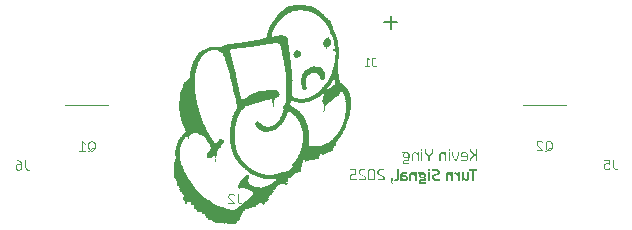
<source format=gbo>
G04 #@! TF.GenerationSoftware,KiCad,Pcbnew,9.0.2*
G04 #@! TF.CreationDate,2025-06-25T23:25:14-06:00*
G04 #@! TF.ProjectId,TurnSignal,5475726e-5369-4676-9e61-6c2e6b696361,rev?*
G04 #@! TF.SameCoordinates,Original*
G04 #@! TF.FileFunction,Legend,Bot*
G04 #@! TF.FilePolarity,Positive*
%FSLAX46Y46*%
G04 Gerber Fmt 4.6, Leading zero omitted, Abs format (unit mm)*
G04 Created by KiCad (PCBNEW 9.0.2) date 2025-06-25 23:25:14*
%MOMM*%
%LPD*%
G01*
G04 APERTURE LIST*
%ADD10C,0.150000*%
%ADD11C,0.100000*%
%ADD12C,0.250000*%
%ADD13C,0.000000*%
%ADD14C,0.120000*%
G04 APERTURE END LIST*
D10*
X136875826Y-94957200D02*
X138018684Y-94957200D01*
X137447255Y-95528628D02*
X137447255Y-94385771D01*
D11*
G36*
X136324043Y-107526196D02*
G01*
X136471017Y-107379284D01*
X136895205Y-107379284D01*
X136912058Y-107470265D01*
X136514431Y-107470265D01*
X136420642Y-107561123D01*
X136420642Y-107752609D01*
X136937215Y-108004241D01*
X136937215Y-108330000D01*
X136324043Y-108330000D01*
X136339431Y-108239019D01*
X136839213Y-108239019D01*
X136839213Y-108058707D01*
X136324043Y-107807137D01*
X136324043Y-107526196D01*
G37*
G36*
X136156310Y-107526196D02*
G01*
X136156310Y-108183148D01*
X136012084Y-108330000D01*
X135650910Y-108330000D01*
X135506746Y-108183148D01*
X135506746Y-107561123D01*
X135603344Y-107561123D01*
X135603344Y-108148161D01*
X135694324Y-108239019D01*
X135968731Y-108239019D01*
X136058307Y-108148161D01*
X136058307Y-107561123D01*
X135968731Y-107470265D01*
X135694324Y-107470265D01*
X135603344Y-107561123D01*
X135506746Y-107561123D01*
X135506746Y-107526196D01*
X135650910Y-107379284D01*
X136012084Y-107379284D01*
X136156310Y-107526196D01*
G37*
G36*
X134734511Y-107526196D02*
G01*
X134881484Y-107379284D01*
X135305673Y-107379284D01*
X135322526Y-107470265D01*
X134924898Y-107470265D01*
X134831109Y-107561123D01*
X134831109Y-107752609D01*
X135347683Y-108004241D01*
X135347683Y-108330000D01*
X134734511Y-108330000D01*
X134749898Y-108239019D01*
X135249680Y-108239019D01*
X135249680Y-108058707D01*
X134734511Y-107807137D01*
X134734511Y-107526196D01*
G37*
G36*
X134444961Y-107747725D02*
G01*
X134444961Y-107470265D01*
X134020772Y-107470265D01*
X134037564Y-107379284D01*
X134542964Y-107379284D01*
X134542964Y-107838766D01*
X134166402Y-107838766D01*
X134072552Y-107931456D01*
X134072552Y-108147733D01*
X134166402Y-108239019D01*
X134433787Y-108239019D01*
X134513593Y-108160373D01*
X134580760Y-108226379D01*
X134477201Y-108330000D01*
X134122988Y-108330000D01*
X133975954Y-108182843D01*
X133975954Y-107896346D01*
X134122988Y-107747725D01*
X134444961Y-107747725D01*
G37*
D10*
G36*
X144155242Y-105814614D02*
G01*
X144155242Y-105679120D01*
X144251840Y-105679120D01*
X144251840Y-105779687D01*
X144547252Y-106109293D01*
X144677433Y-106109293D01*
X144677433Y-105679120D01*
X144774031Y-105679120D01*
X144774031Y-106660000D01*
X144677433Y-106660000D01*
X144677433Y-106198869D01*
X144547252Y-106198869D01*
X144223813Y-106560226D01*
X144223813Y-106660000D01*
X144125811Y-106660000D01*
X144125811Y-106523651D01*
X144459019Y-106155516D01*
X144155242Y-105814614D01*
G37*
G36*
X143966198Y-106099218D02*
G01*
X143966198Y-106521636D01*
X143828995Y-106660000D01*
X143410423Y-106660000D01*
X143424406Y-106576041D01*
X143788389Y-106576041D01*
X143873813Y-106489579D01*
X143873813Y-106347369D01*
X143385205Y-106347369D01*
X143385205Y-106131519D01*
X143477590Y-106131519D01*
X143477590Y-106263410D01*
X143873813Y-106263410D01*
X143873813Y-106131519D01*
X143788389Y-106044508D01*
X143563014Y-106044508D01*
X143477590Y-106131519D01*
X143385205Y-106131519D01*
X143385205Y-106099218D01*
X143522409Y-105960488D01*
X143828995Y-105960488D01*
X143966198Y-106099218D01*
G37*
G36*
X142754021Y-106170354D02*
G01*
X142917847Y-106576102D01*
X142979396Y-106576102D01*
X143143222Y-106170354D01*
X143143222Y-105960488D01*
X143235607Y-105960488D01*
X143235607Y-106184337D01*
X143043815Y-106660000D01*
X142853428Y-106660000D01*
X142661636Y-106184337D01*
X142661636Y-105960488D01*
X142754021Y-105960488D01*
X142754021Y-106170354D01*
G37*
G36*
X142368422Y-105807897D02*
G01*
X142368422Y-105698660D01*
X142477599Y-105698660D01*
X142477599Y-105807897D01*
X142368422Y-105807897D01*
G37*
G36*
X142376849Y-106660000D02*
G01*
X142376849Y-105960488D01*
X142469234Y-105960488D01*
X142469234Y-106660000D01*
X142376849Y-106660000D01*
G37*
G36*
X141929457Y-105960488D02*
G01*
X142063852Y-106108866D01*
X142072217Y-105952123D01*
X142153428Y-105959145D01*
X142153428Y-106660000D01*
X142061043Y-106660000D01*
X142061043Y-106205708D01*
X141898621Y-106044935D01*
X141758609Y-106044935D01*
X141671842Y-106131641D01*
X141671842Y-106660000D01*
X141579457Y-106660000D01*
X141579457Y-106099096D01*
X141718065Y-105960488D01*
X141929457Y-105960488D01*
G37*
G36*
X140449956Y-105679120D02*
G01*
X140449956Y-105939788D01*
X140692123Y-106173773D01*
X140934351Y-105939788D01*
X140934351Y-105679120D01*
X141030949Y-105679120D01*
X141030949Y-105974837D01*
X140736941Y-106262067D01*
X140736941Y-106660000D01*
X140640343Y-106660000D01*
X140640343Y-106253702D01*
X140351953Y-105974837D01*
X140351953Y-105679120D01*
X140449956Y-105679120D01*
G37*
G36*
X140031507Y-105807897D02*
G01*
X140031507Y-105698660D01*
X140140683Y-105698660D01*
X140140683Y-105807897D01*
X140031507Y-105807897D01*
G37*
G36*
X140039933Y-106660000D02*
G01*
X140039933Y-105960488D01*
X140132318Y-105960488D01*
X140132318Y-106660000D01*
X140039933Y-106660000D01*
G37*
G36*
X139592541Y-105960488D02*
G01*
X139726936Y-106108866D01*
X139735301Y-105952123D01*
X139816512Y-105959145D01*
X139816512Y-106660000D01*
X139724127Y-106660000D01*
X139724127Y-106205708D01*
X139561706Y-106044935D01*
X139421693Y-106044935D01*
X139334926Y-106131641D01*
X139334926Y-106660000D01*
X139242541Y-106660000D01*
X139242541Y-106099096D01*
X139381149Y-105960488D01*
X139592541Y-105960488D01*
G37*
G36*
X139046536Y-106098974D02*
G01*
X139046536Y-106333447D01*
X138961174Y-106420092D01*
X139018571Y-106473276D01*
X139018571Y-106590024D01*
X138948534Y-106660000D01*
X138598595Y-106660000D01*
X138567759Y-106692240D01*
X138567759Y-106797264D01*
X138598595Y-106829443D01*
X139031149Y-106829443D01*
X139047941Y-106921828D01*
X138564951Y-106921828D01*
X138482397Y-106837869D01*
X138482397Y-106653039D01*
X138564951Y-106569019D01*
X138916355Y-106569019D01*
X138934551Y-106549602D01*
X138934551Y-106502402D01*
X138903777Y-106471871D01*
X138623752Y-106471871D01*
X138486549Y-106333447D01*
X138486549Y-106142205D01*
X138578995Y-106142205D01*
X138578995Y-106299924D01*
X138664357Y-106386448D01*
X138870193Y-106386448D01*
X138955556Y-106299924D01*
X138955556Y-106131031D01*
X138870193Y-106044508D01*
X138675593Y-106044508D01*
X138578995Y-106142205D01*
X138486549Y-106142205D01*
X138486549Y-106121261D01*
X138569164Y-106037547D01*
X138431960Y-106029120D01*
X138444539Y-105960488D01*
X138910737Y-105960488D01*
X139046536Y-106098974D01*
G37*
D12*
G36*
X144778051Y-107359120D02*
G01*
X144778051Y-107525755D01*
X144499431Y-107525755D01*
X144499431Y-108340000D01*
X144323026Y-108340000D01*
X144323026Y-107525755D01*
X144044467Y-107525755D01*
X144044467Y-107359120D01*
X144778051Y-107359120D01*
G37*
G36*
X143620950Y-108054541D02*
G01*
X143758154Y-108191622D01*
X143842173Y-108193026D01*
X143896762Y-108135690D01*
X143896762Y-107640488D01*
X144063335Y-107640488D01*
X144063335Y-108201453D01*
X143924727Y-108340000D01*
X143725975Y-108340000D01*
X143616737Y-108219649D01*
X143608372Y-108354043D01*
X143454377Y-108340000D01*
X143454377Y-107640488D01*
X143620950Y-107640488D01*
X143620950Y-108054541D01*
G37*
G36*
X142852745Y-107640488D02*
G01*
X143019319Y-107638595D01*
X143139731Y-107771891D01*
X143146753Y-107628764D01*
X143302152Y-107641404D01*
X143302152Y-108340000D01*
X143135518Y-108340000D01*
X143135518Y-107937182D01*
X142987140Y-107788927D01*
X142826123Y-107788927D01*
X142852745Y-107640488D01*
G37*
G36*
X142444371Y-107640488D02*
G01*
X142553548Y-107760900D01*
X142560570Y-107630718D01*
X142715969Y-107643297D01*
X142715969Y-108340000D01*
X142549335Y-108340000D01*
X142549335Y-107924787D01*
X142412131Y-107787339D01*
X142315533Y-107787339D01*
X142259541Y-107843393D01*
X142259541Y-108340000D01*
X142094371Y-108340000D01*
X142094371Y-107779096D01*
X142232979Y-107640488D01*
X142444371Y-107640488D01*
G37*
G36*
X141420261Y-107622475D02*
G01*
X141326411Y-107525755D01*
X140956810Y-107525755D01*
X140986242Y-107359120D01*
X141413239Y-107359120D01*
X141598009Y-107541203D01*
X141598009Y-107822937D01*
X141088457Y-107987008D01*
X141088457Y-108076706D01*
X141183651Y-108173426D01*
X141584026Y-108173426D01*
X141613457Y-108340000D01*
X141096823Y-108340000D01*
X140912053Y-108151017D01*
X140912053Y-107863604D01*
X141420261Y-107699595D01*
X141420261Y-107622475D01*
G37*
G36*
X140576463Y-107534975D02*
G01*
X140576463Y-107353014D01*
X140759890Y-107353014D01*
X140759890Y-107534975D01*
X140576463Y-107534975D01*
G37*
G36*
X140584890Y-108340000D02*
G01*
X140584890Y-107640488D01*
X140751463Y-107640488D01*
X140751463Y-108340000D01*
X140584890Y-108340000D01*
G37*
G36*
X140424117Y-107779096D02*
G01*
X140424117Y-108006058D01*
X140347119Y-108080247D01*
X140410134Y-108134836D01*
X140410134Y-108285900D01*
X140321962Y-108371263D01*
X139992967Y-108371263D01*
X139976114Y-108388299D01*
X139976114Y-108467739D01*
X139992967Y-108483309D01*
X140397555Y-108483309D01*
X140424117Y-108633091D01*
X139904734Y-108633091D01*
X139816563Y-108546324D01*
X139816563Y-108308309D01*
X139904734Y-108222885D01*
X140244965Y-108222885D01*
X140261756Y-108206154D01*
X140261756Y-108171167D01*
X140235134Y-108144605D01*
X139985945Y-108144605D01*
X139843124Y-108006058D01*
X139843124Y-107837958D01*
X140008354Y-107837958D01*
X140008354Y-107947196D01*
X140062943Y-108001845D01*
X140202955Y-108001845D01*
X140257543Y-107947196D01*
X140257543Y-107837958D01*
X140202955Y-107783309D01*
X140062943Y-107783309D01*
X140008354Y-107837958D01*
X139843124Y-107837958D01*
X139843124Y-107801505D01*
X139887943Y-107758091D01*
X139767531Y-107742704D01*
X139784323Y-107640488D01*
X140281357Y-107640488D01*
X140424117Y-107779096D01*
G37*
G36*
X139381566Y-107640488D02*
G01*
X139490743Y-107760900D01*
X139497765Y-107630718D01*
X139653164Y-107643297D01*
X139653164Y-108340000D01*
X139486530Y-108340000D01*
X139486530Y-107924787D01*
X139349326Y-107787339D01*
X139252728Y-107787339D01*
X139196735Y-107843393D01*
X139196735Y-108340000D01*
X139031566Y-108340000D01*
X139031566Y-107779096D01*
X139170174Y-107640488D01*
X139381566Y-107640488D01*
G37*
G36*
X138840202Y-107774944D02*
G01*
X138491606Y-107774944D01*
X138432805Y-107833989D01*
X138432805Y-107875144D01*
X138757587Y-107875144D01*
X138896195Y-108013813D01*
X138896195Y-108201392D01*
X138757587Y-108340000D01*
X138529403Y-108340000D01*
X138428592Y-108223801D01*
X138421570Y-108352639D01*
X138270383Y-108340000D01*
X138270383Y-108066020D01*
X138432805Y-108066020D01*
X138568604Y-108202857D01*
X138677780Y-108202857D01*
X138733773Y-108144972D01*
X138733773Y-108060036D01*
X138677780Y-108003921D01*
X138432805Y-108003921D01*
X138432805Y-108066020D01*
X138270383Y-108066020D01*
X138270383Y-107779035D01*
X138411800Y-107640488D01*
X138816388Y-107640488D01*
X138840202Y-107774944D01*
G37*
G36*
X137766938Y-108340000D02*
G01*
X137792095Y-108191622D01*
X137890097Y-108191622D01*
X137948899Y-108132759D01*
X137948899Y-107359120D01*
X138114129Y-107359120D01*
X138114129Y-108201453D01*
X137972712Y-108340000D01*
X137766938Y-108340000D01*
G37*
G36*
X137644023Y-108340000D02*
G01*
X137576856Y-108340000D01*
X137652449Y-108611536D01*
X137547424Y-108621367D01*
X137453635Y-108340000D01*
X137453635Y-108136789D01*
X137644023Y-108136789D01*
X137644023Y-108340000D01*
G37*
D11*
X156286666Y-106584895D02*
X156286666Y-107156323D01*
X156286666Y-107156323D02*
X156324761Y-107270609D01*
X156324761Y-107270609D02*
X156400952Y-107346800D01*
X156400952Y-107346800D02*
X156515237Y-107384895D01*
X156515237Y-107384895D02*
X156591428Y-107384895D01*
X155524761Y-106584895D02*
X155905713Y-106584895D01*
X155905713Y-106584895D02*
X155943809Y-106965847D01*
X155943809Y-106965847D02*
X155905713Y-106927752D01*
X155905713Y-106927752D02*
X155829523Y-106889657D01*
X155829523Y-106889657D02*
X155639047Y-106889657D01*
X155639047Y-106889657D02*
X155562856Y-106927752D01*
X155562856Y-106927752D02*
X155524761Y-106965847D01*
X155524761Y-106965847D02*
X155486666Y-107042038D01*
X155486666Y-107042038D02*
X155486666Y-107232514D01*
X155486666Y-107232514D02*
X155524761Y-107308704D01*
X155524761Y-107308704D02*
X155562856Y-107346800D01*
X155562856Y-107346800D02*
X155639047Y-107384895D01*
X155639047Y-107384895D02*
X155829523Y-107384895D01*
X155829523Y-107384895D02*
X155905713Y-107346800D01*
X155905713Y-107346800D02*
X155943809Y-107308704D01*
X124506666Y-109474895D02*
X124506666Y-110046323D01*
X124506666Y-110046323D02*
X124544761Y-110160609D01*
X124544761Y-110160609D02*
X124620952Y-110236800D01*
X124620952Y-110236800D02*
X124735237Y-110274895D01*
X124735237Y-110274895D02*
X124811428Y-110274895D01*
X124163809Y-109551085D02*
X124125713Y-109512990D01*
X124125713Y-109512990D02*
X124049523Y-109474895D01*
X124049523Y-109474895D02*
X123859047Y-109474895D01*
X123859047Y-109474895D02*
X123782856Y-109512990D01*
X123782856Y-109512990D02*
X123744761Y-109551085D01*
X123744761Y-109551085D02*
X123706666Y-109627276D01*
X123706666Y-109627276D02*
X123706666Y-109703466D01*
X123706666Y-109703466D02*
X123744761Y-109817752D01*
X123744761Y-109817752D02*
X124201904Y-110274895D01*
X124201904Y-110274895D02*
X123706666Y-110274895D01*
X106496666Y-106634895D02*
X106496666Y-107206323D01*
X106496666Y-107206323D02*
X106534761Y-107320609D01*
X106534761Y-107320609D02*
X106610952Y-107396800D01*
X106610952Y-107396800D02*
X106725237Y-107434895D01*
X106725237Y-107434895D02*
X106801428Y-107434895D01*
X105772856Y-106634895D02*
X105925237Y-106634895D01*
X105925237Y-106634895D02*
X106001428Y-106672990D01*
X106001428Y-106672990D02*
X106039523Y-106711085D01*
X106039523Y-106711085D02*
X106115713Y-106825371D01*
X106115713Y-106825371D02*
X106153809Y-106977752D01*
X106153809Y-106977752D02*
X106153809Y-107282514D01*
X106153809Y-107282514D02*
X106115713Y-107358704D01*
X106115713Y-107358704D02*
X106077618Y-107396800D01*
X106077618Y-107396800D02*
X106001428Y-107434895D01*
X106001428Y-107434895D02*
X105849047Y-107434895D01*
X105849047Y-107434895D02*
X105772856Y-107396800D01*
X105772856Y-107396800D02*
X105734761Y-107358704D01*
X105734761Y-107358704D02*
X105696666Y-107282514D01*
X105696666Y-107282514D02*
X105696666Y-107092038D01*
X105696666Y-107092038D02*
X105734761Y-107015847D01*
X105734761Y-107015847D02*
X105772856Y-106977752D01*
X105772856Y-106977752D02*
X105849047Y-106939657D01*
X105849047Y-106939657D02*
X106001428Y-106939657D01*
X106001428Y-106939657D02*
X106077618Y-106977752D01*
X106077618Y-106977752D02*
X106115713Y-107015847D01*
X106115713Y-107015847D02*
X106153809Y-107092038D01*
X111811190Y-105881085D02*
X111887380Y-105842990D01*
X111887380Y-105842990D02*
X111963571Y-105766800D01*
X111963571Y-105766800D02*
X112077857Y-105652514D01*
X112077857Y-105652514D02*
X112154047Y-105614419D01*
X112154047Y-105614419D02*
X112230238Y-105614419D01*
X112192142Y-105804895D02*
X112268333Y-105766800D01*
X112268333Y-105766800D02*
X112344523Y-105690609D01*
X112344523Y-105690609D02*
X112382619Y-105538228D01*
X112382619Y-105538228D02*
X112382619Y-105271561D01*
X112382619Y-105271561D02*
X112344523Y-105119180D01*
X112344523Y-105119180D02*
X112268333Y-105042990D01*
X112268333Y-105042990D02*
X112192142Y-105004895D01*
X112192142Y-105004895D02*
X112039761Y-105004895D01*
X112039761Y-105004895D02*
X111963571Y-105042990D01*
X111963571Y-105042990D02*
X111887380Y-105119180D01*
X111887380Y-105119180D02*
X111849285Y-105271561D01*
X111849285Y-105271561D02*
X111849285Y-105538228D01*
X111849285Y-105538228D02*
X111887380Y-105690609D01*
X111887380Y-105690609D02*
X111963571Y-105766800D01*
X111963571Y-105766800D02*
X112039761Y-105804895D01*
X112039761Y-105804895D02*
X112192142Y-105804895D01*
X111087381Y-105804895D02*
X111544524Y-105804895D01*
X111315952Y-105804895D02*
X111315952Y-105004895D01*
X111315952Y-105004895D02*
X111392143Y-105119180D01*
X111392143Y-105119180D02*
X111468333Y-105195371D01*
X111468333Y-105195371D02*
X111544524Y-105233466D01*
X150521190Y-105866085D02*
X150597380Y-105827990D01*
X150597380Y-105827990D02*
X150673571Y-105751800D01*
X150673571Y-105751800D02*
X150787857Y-105637514D01*
X150787857Y-105637514D02*
X150864047Y-105599419D01*
X150864047Y-105599419D02*
X150940238Y-105599419D01*
X150902142Y-105789895D02*
X150978333Y-105751800D01*
X150978333Y-105751800D02*
X151054523Y-105675609D01*
X151054523Y-105675609D02*
X151092619Y-105523228D01*
X151092619Y-105523228D02*
X151092619Y-105256561D01*
X151092619Y-105256561D02*
X151054523Y-105104180D01*
X151054523Y-105104180D02*
X150978333Y-105027990D01*
X150978333Y-105027990D02*
X150902142Y-104989895D01*
X150902142Y-104989895D02*
X150749761Y-104989895D01*
X150749761Y-104989895D02*
X150673571Y-105027990D01*
X150673571Y-105027990D02*
X150597380Y-105104180D01*
X150597380Y-105104180D02*
X150559285Y-105256561D01*
X150559285Y-105256561D02*
X150559285Y-105523228D01*
X150559285Y-105523228D02*
X150597380Y-105675609D01*
X150597380Y-105675609D02*
X150673571Y-105751800D01*
X150673571Y-105751800D02*
X150749761Y-105789895D01*
X150749761Y-105789895D02*
X150902142Y-105789895D01*
X150254524Y-105066085D02*
X150216428Y-105027990D01*
X150216428Y-105027990D02*
X150140238Y-104989895D01*
X150140238Y-104989895D02*
X149949762Y-104989895D01*
X149949762Y-104989895D02*
X149873571Y-105027990D01*
X149873571Y-105027990D02*
X149835476Y-105066085D01*
X149835476Y-105066085D02*
X149797381Y-105142276D01*
X149797381Y-105142276D02*
X149797381Y-105218466D01*
X149797381Y-105218466D02*
X149835476Y-105332752D01*
X149835476Y-105332752D02*
X150292619Y-105789895D01*
X150292619Y-105789895D02*
X149797381Y-105789895D01*
G36*
X136182964Y-97967296D02*
G01*
X136196447Y-98040129D01*
X135952253Y-98040129D01*
X135952253Y-98572725D01*
X136053076Y-98679215D01*
X136249057Y-98679215D01*
X136261366Y-98752000D01*
X136018345Y-98752000D01*
X135874974Y-98600715D01*
X135874974Y-97967296D01*
X136182964Y-97967296D01*
G37*
G36*
X135457417Y-98679215D02*
G01*
X135457417Y-97989180D01*
X135600738Y-97989180D01*
X135732923Y-98122732D01*
X135682511Y-98173193D01*
X135567130Y-98062111D01*
X135534695Y-98062111D01*
X135534695Y-98679215D01*
X135720613Y-98679215D01*
X135720613Y-98752000D01*
X135278191Y-98752000D01*
X135290501Y-98679215D01*
X135457417Y-98679215D01*
G37*
D13*
G36*
X129485334Y-97320351D02*
G01*
X129489496Y-97322675D01*
X129509283Y-97332258D01*
X129520549Y-97331484D01*
X129530936Y-97320351D01*
X129542099Y-97309864D01*
X129552389Y-97313910D01*
X129556285Y-97317262D01*
X129576427Y-97325042D01*
X129605519Y-97330542D01*
X129641043Y-97335947D01*
X129691807Y-97348424D01*
X129733493Y-97364382D01*
X129760557Y-97381982D01*
X129777986Y-97406353D01*
X129796976Y-97448467D01*
X129813497Y-97500184D01*
X129826303Y-97555945D01*
X129834150Y-97610189D01*
X129835790Y-97657358D01*
X129829981Y-97691891D01*
X129825487Y-97705299D01*
X129825865Y-97719163D01*
X129838447Y-97726288D01*
X129849193Y-97732890D01*
X129857603Y-97750777D01*
X129853696Y-97764478D01*
X129836779Y-97776656D01*
X129813139Y-97775339D01*
X129802473Y-97776334D01*
X129791557Y-97793098D01*
X129787023Y-97802932D01*
X129770670Y-97825997D01*
X129748889Y-97849872D01*
X129727268Y-97868728D01*
X129711394Y-97876734D01*
X129703501Y-97878674D01*
X129681910Y-97888401D01*
X129659415Y-97901537D01*
X129645852Y-97912688D01*
X129636781Y-97917698D01*
X129612893Y-97926019D01*
X129580310Y-97935076D01*
X129576514Y-97936036D01*
X129543087Y-97946150D01*
X129526232Y-97955776D01*
X129522773Y-97966657D01*
X129522783Y-97975133D01*
X129515210Y-97983093D01*
X129510364Y-97981383D01*
X129504685Y-97967968D01*
X129500276Y-97958507D01*
X129481609Y-97952843D01*
X129469794Y-97951677D01*
X129432491Y-97938850D01*
X129388547Y-97913751D01*
X129342406Y-97878748D01*
X129334506Y-97871868D01*
X129293691Y-97830121D01*
X129270274Y-97792048D01*
X129262751Y-97755315D01*
X129262731Y-97753342D01*
X129256854Y-97727889D01*
X129237476Y-97712677D01*
X129226429Y-97706028D01*
X129213280Y-97686576D01*
X129216646Y-97666058D01*
X129236613Y-97650670D01*
X129250933Y-97642703D01*
X129265641Y-97622848D01*
X129273985Y-97590167D01*
X129277261Y-97541169D01*
X129278824Y-97514404D01*
X129285405Y-97487691D01*
X129298738Y-97470586D01*
X129302456Y-97467199D01*
X129321123Y-97444395D01*
X129338609Y-97415846D01*
X129343131Y-97407798D01*
X129361165Y-97384377D01*
X129378446Y-97372061D01*
X129382667Y-97370426D01*
X129403831Y-97356116D01*
X129426121Y-97334307D01*
X129453432Y-97302466D01*
X129485334Y-97320351D01*
G37*
G36*
X132077526Y-96374062D02*
G01*
X132084612Y-96369645D01*
X132097717Y-96349370D01*
X132100626Y-96344354D01*
X132110961Y-96320466D01*
X132112637Y-96304230D01*
X132112622Y-96304189D01*
X132113540Y-96286945D01*
X132122482Y-96263276D01*
X132122499Y-96263244D01*
X132131379Y-96239392D01*
X132132124Y-96221791D01*
X132134194Y-96212850D01*
X132148620Y-96203638D01*
X132168703Y-96199435D01*
X132186324Y-96203048D01*
X132191821Y-96213736D01*
X132190453Y-96235812D01*
X132187853Y-96248064D01*
X132190501Y-96257963D01*
X132205531Y-96256307D01*
X132217611Y-96254228D01*
X132229779Y-96258240D01*
X132228822Y-96270321D01*
X132216488Y-96287515D01*
X132194522Y-96306868D01*
X132164673Y-96325425D01*
X132145703Y-96336291D01*
X132141047Y-96344051D01*
X132150671Y-96351707D01*
X132151984Y-96352378D01*
X132174757Y-96356821D01*
X132203651Y-96354983D01*
X132231026Y-96353153D01*
X132263319Y-96364332D01*
X132263345Y-96364349D01*
X132280542Y-96373802D01*
X132287694Y-96374133D01*
X132288611Y-96373417D01*
X132299494Y-96379227D01*
X132305728Y-96384039D01*
X132318718Y-96394067D01*
X132325205Y-96399382D01*
X132345637Y-96414214D01*
X132357875Y-96420172D01*
X132364075Y-96424794D01*
X132371716Y-96441997D01*
X132372433Y-96444618D01*
X132379573Y-96457223D01*
X132391285Y-96452318D01*
X132392662Y-96451191D01*
X132398160Y-96447805D01*
X132402246Y-96449466D01*
X132405235Y-96458692D01*
X132407443Y-96478001D01*
X132409188Y-96509915D01*
X132410785Y-96556951D01*
X132412551Y-96621628D01*
X132413078Y-96648697D01*
X132411973Y-96720279D01*
X132406578Y-96773632D01*
X132396728Y-96809910D01*
X132382253Y-96830267D01*
X132371909Y-96842370D01*
X132355716Y-96868250D01*
X132338701Y-96900850D01*
X132324007Y-96929140D01*
X132305999Y-96958369D01*
X132291636Y-96976003D01*
X132287541Y-96979190D01*
X132262470Y-96993203D01*
X132230679Y-97006078D01*
X132200258Y-97014885D01*
X132179298Y-97016692D01*
X132174321Y-97016515D01*
X132166694Y-97024052D01*
X132164994Y-97028054D01*
X132151053Y-97038159D01*
X132130817Y-97045976D01*
X132113756Y-97047338D01*
X132110107Y-97048312D01*
X132106193Y-97060847D01*
X132100072Y-97071795D01*
X132078510Y-97073451D01*
X132076170Y-97073221D01*
X132058861Y-97074333D01*
X132048751Y-97085189D01*
X132040697Y-97110882D01*
X132038617Y-97118802D01*
X132029977Y-97146395D01*
X132022411Y-97163820D01*
X132009486Y-97174563D01*
X131991266Y-97172618D01*
X131973594Y-97157768D01*
X131960233Y-97133409D01*
X131954943Y-97102934D01*
X131954150Y-97089231D01*
X131946865Y-97060837D01*
X131934277Y-97042417D01*
X131919233Y-97039064D01*
X131912646Y-97038066D01*
X131892219Y-97025897D01*
X131862307Y-97002386D01*
X131825658Y-96969573D01*
X131818509Y-96962834D01*
X131784979Y-96930353D01*
X131762851Y-96905966D01*
X131748999Y-96885138D01*
X131740299Y-96863336D01*
X131733626Y-96836025D01*
X131730783Y-96820346D01*
X131726133Y-96762622D01*
X131728063Y-96700512D01*
X131736044Y-96641991D01*
X131749551Y-96595033D01*
X131752257Y-96588331D01*
X131762653Y-96557948D01*
X131768097Y-96534357D01*
X131769104Y-96529340D01*
X131779727Y-96505193D01*
X131797383Y-96478821D01*
X131826834Y-96442328D01*
X131849081Y-96416500D01*
X131866343Y-96400640D01*
X131882605Y-96391854D01*
X131901852Y-96387249D01*
X131928067Y-96383934D01*
X131929048Y-96383778D01*
X132107778Y-96383778D01*
X132110185Y-96397274D01*
X132113627Y-96397118D01*
X132115481Y-96384039D01*
X132113866Y-96374128D01*
X132109389Y-96377947D01*
X132107778Y-96383778D01*
X131929048Y-96383778D01*
X131954067Y-96379798D01*
X131979213Y-96372927D01*
X131990246Y-96365835D01*
X131990537Y-96364713D01*
X132035610Y-96364713D01*
X132040652Y-96369755D01*
X132045693Y-96364713D01*
X132040652Y-96359671D01*
X132035610Y-96364713D01*
X131990537Y-96364713D01*
X131994130Y-96350869D01*
X131999848Y-96326184D01*
X132001824Y-96319119D01*
X132012800Y-96303689D01*
X132025250Y-96305668D01*
X132033631Y-96325215D01*
X132034073Y-96328130D01*
X132033919Y-96337995D01*
X132026617Y-96329713D01*
X132016011Y-96321157D01*
X132007331Y-96324828D01*
X132010010Y-96338871D01*
X132019686Y-96344371D01*
X132040319Y-96343729D01*
X132041536Y-96343432D01*
X132060786Y-96343825D01*
X132070954Y-96359836D01*
X132072378Y-96364218D01*
X132072637Y-96364713D01*
X132077526Y-96374062D01*
G37*
G36*
X131753841Y-99067240D02*
G01*
X131779565Y-99094407D01*
X131815120Y-99116523D01*
X131828273Y-99123815D01*
X131854205Y-99146109D01*
X131869978Y-99177645D01*
X131872058Y-99184028D01*
X131877739Y-99211406D01*
X131872763Y-99224283D01*
X131867675Y-99230340D01*
X131867786Y-99247942D01*
X131877961Y-99266814D01*
X131894959Y-99278970D01*
X131898205Y-99280043D01*
X131911884Y-99288013D01*
X131911578Y-99300919D01*
X131897585Y-99323833D01*
X131890363Y-99337171D01*
X131884856Y-99359270D01*
X131882587Y-99391982D01*
X131882962Y-99440031D01*
X131882932Y-99477388D01*
X131878420Y-99547677D01*
X131869053Y-99610886D01*
X131868378Y-99614174D01*
X131860587Y-99658798D01*
X131859013Y-99686817D01*
X131863509Y-99700616D01*
X131870844Y-99709519D01*
X131872057Y-99722685D01*
X131855344Y-99727516D01*
X131841222Y-99730305D01*
X131820646Y-99747891D01*
X131811064Y-99777127D01*
X131808074Y-99789599D01*
X131799026Y-99798254D01*
X131795781Y-99800135D01*
X131803692Y-99808183D01*
X131810785Y-99814175D01*
X131806808Y-99818112D01*
X131803274Y-99817781D01*
X131788840Y-99808623D01*
X131786769Y-99806117D01*
X131773231Y-99803279D01*
X131759995Y-99810604D01*
X131756983Y-99823468D01*
X131756740Y-99830953D01*
X131742438Y-99831074D01*
X131731021Y-99829829D01*
X131723026Y-99835041D01*
X131717207Y-99838724D01*
X131696162Y-99841491D01*
X131665046Y-99841558D01*
X131658900Y-99841282D01*
X131614513Y-99838474D01*
X131586287Y-99834489D01*
X131570622Y-99828556D01*
X131563919Y-99819906D01*
X131558598Y-99813483D01*
X131540685Y-99808183D01*
X131528393Y-99804852D01*
X131521358Y-99787614D01*
X131520947Y-99782624D01*
X131514179Y-99757668D01*
X131501733Y-99728577D01*
X131495413Y-99714223D01*
X131483189Y-99675570D01*
X131475272Y-99635707D01*
X131472015Y-99616293D01*
X131461896Y-99578634D01*
X131449522Y-99549867D01*
X131447661Y-99546699D01*
X131435558Y-99521672D01*
X131430608Y-99503205D01*
X131429213Y-99495207D01*
X131417611Y-99477198D01*
X131416910Y-99476568D01*
X131405414Y-99461245D01*
X131388692Y-99433833D01*
X131370110Y-99399810D01*
X131352981Y-99370190D01*
X131300523Y-99306463D01*
X131235191Y-99257468D01*
X131158670Y-99224290D01*
X131072648Y-99208019D01*
X131059783Y-99206837D01*
X131025742Y-99203251D01*
X130988449Y-99198913D01*
X130975143Y-99197547D01*
X130940845Y-99197355D01*
X130921415Y-99203167D01*
X130909870Y-99210153D01*
X130885754Y-99218374D01*
X130868986Y-99224111D01*
X130844798Y-99239355D01*
X130825851Y-99250086D01*
X130798283Y-99247879D01*
X130779733Y-99243530D01*
X130735953Y-99243569D01*
X130702186Y-99260829D01*
X130687314Y-99272477D01*
X130675818Y-99277588D01*
X130671044Y-99279019D01*
X130651633Y-99289811D01*
X130620859Y-99309438D01*
X130581823Y-99335888D01*
X130537629Y-99367152D01*
X130524097Y-99378290D01*
X130499355Y-99403760D01*
X130476257Y-99432531D01*
X130459186Y-99458932D01*
X130452521Y-99477293D01*
X130451990Y-99481358D01*
X130441463Y-99500495D01*
X130423498Y-99518115D01*
X130406097Y-99525848D01*
X130399648Y-99527459D01*
X130380721Y-99542752D01*
X130359037Y-99570358D01*
X130337344Y-99605542D01*
X130318392Y-99643563D01*
X130304932Y-99679686D01*
X130299711Y-99709172D01*
X130295994Y-99739817D01*
X130286068Y-99772891D01*
X130277812Y-99795449D01*
X130266121Y-99843334D01*
X130258715Y-99894741D01*
X130257386Y-99939266D01*
X130257426Y-99939927D01*
X130258378Y-99964308D01*
X130259377Y-100003375D01*
X130260305Y-100051880D01*
X130261047Y-100104576D01*
X130261102Y-100108870D01*
X130262503Y-100160060D01*
X130265027Y-100205454D01*
X130268335Y-100240261D01*
X130272085Y-100259691D01*
X130273528Y-100263784D01*
X130281055Y-100292888D01*
X130286802Y-100326299D01*
X130288268Y-100336020D01*
X130294493Y-100359971D01*
X130301666Y-100371171D01*
X130308493Y-100382414D01*
X130311354Y-100404906D01*
X130311356Y-100405314D01*
X130317513Y-100435140D01*
X130332010Y-100464289D01*
X130335002Y-100468918D01*
X130346089Y-100500311D01*
X130348268Y-100536124D01*
X130341836Y-100568716D01*
X130327091Y-100590443D01*
X130318626Y-100598319D01*
X130311354Y-100612620D01*
X130307842Y-100619428D01*
X130288417Y-100636201D01*
X130253663Y-100659041D01*
X130205479Y-100686619D01*
X130174518Y-100696789D01*
X130128265Y-100696491D01*
X130080140Y-100681748D01*
X130077802Y-100680501D01*
X130058458Y-100664885D01*
X130033039Y-100638668D01*
X130006405Y-100606792D01*
X129999187Y-100597348D01*
X129972067Y-100557168D01*
X129954739Y-100519610D01*
X129942856Y-100475708D01*
X129935837Y-100440301D01*
X129930477Y-100408589D01*
X129928361Y-100389500D01*
X129928349Y-100388892D01*
X129923904Y-100366470D01*
X129913951Y-100339083D01*
X129909878Y-100328337D01*
X129900126Y-100292164D01*
X129890009Y-100242513D01*
X129880400Y-100183939D01*
X129872171Y-100120995D01*
X129871963Y-100119340D01*
X129863262Y-100090944D01*
X129848697Y-100070578D01*
X129847146Y-100069330D01*
X129837876Y-100059035D01*
X129833464Y-100044336D01*
X129833192Y-100020041D01*
X129836345Y-99980955D01*
X129836385Y-99980534D01*
X129839604Y-99938931D01*
X129841237Y-99901062D01*
X129840931Y-99875079D01*
X129840858Y-99874051D01*
X129843835Y-99842195D01*
X129853910Y-99809863D01*
X129857324Y-99801161D01*
X129866356Y-99769550D01*
X129875647Y-99727471D01*
X129883649Y-99681600D01*
X129885570Y-99669509D01*
X129895335Y-99621121D01*
X129906707Y-99580527D01*
X129918031Y-99553878D01*
X129921051Y-99548778D01*
X129933262Y-99524391D01*
X129938232Y-99507715D01*
X129939075Y-99502297D01*
X129946348Y-99480555D01*
X129958643Y-99452456D01*
X129979016Y-99410288D01*
X129958384Y-99394725D01*
X129949517Y-99387515D01*
X129943489Y-99375505D01*
X129952521Y-99359234D01*
X129956245Y-99354447D01*
X129969862Y-99345021D01*
X129987169Y-99351432D01*
X129992067Y-99354237D01*
X130003420Y-99356553D01*
X130012571Y-99346701D01*
X130023755Y-99321182D01*
X130037222Y-99293812D01*
X130059668Y-99256880D01*
X130085159Y-99220813D01*
X130085874Y-99219882D01*
X130108091Y-99187589D01*
X130123859Y-99158367D01*
X130129854Y-99138348D01*
X130129925Y-99136489D01*
X130135966Y-99113952D01*
X130136417Y-99112950D01*
X130210521Y-99112950D01*
X130210546Y-99114056D01*
X130216565Y-99122401D01*
X130230832Y-99115944D01*
X130249985Y-99096120D01*
X130251526Y-99094114D01*
X130263303Y-99073834D01*
X130264939Y-99060330D01*
X130260735Y-99059066D01*
X130247213Y-99066594D01*
X130230582Y-99081713D01*
X130216475Y-99098980D01*
X130210521Y-99112950D01*
X130136417Y-99112950D01*
X130149542Y-99083788D01*
X130167548Y-99051224D01*
X130186879Y-99021491D01*
X130204430Y-98999817D01*
X130217096Y-98991430D01*
X130234251Y-98996185D01*
X130257327Y-99008420D01*
X130273945Y-99018421D01*
X130284627Y-99019285D01*
X130292819Y-99008323D01*
X130293948Y-99006542D01*
X130311147Y-98990993D01*
X130336733Y-98976884D01*
X130346628Y-98971754D01*
X130374751Y-98949798D01*
X130399199Y-98921904D01*
X130409144Y-98908441D01*
X130426746Y-98888789D01*
X130438683Y-98880896D01*
X130446728Y-98878327D01*
X130462605Y-98865388D01*
X130474428Y-98856501D01*
X130498307Y-98850263D01*
X130517732Y-98848998D01*
X130544192Y-98839498D01*
X130553723Y-98821455D01*
X130562520Y-98804505D01*
X130585204Y-98785350D01*
X130616033Y-98767590D01*
X130649271Y-98754518D01*
X130679181Y-98749429D01*
X130688491Y-98749139D01*
X130718149Y-98741265D01*
X130744939Y-98719179D01*
X130757096Y-98706540D01*
X130774343Y-98691915D01*
X130782971Y-98692180D01*
X130785427Y-98706575D01*
X130786853Y-98715050D01*
X130792989Y-98714137D01*
X130793843Y-98713176D01*
X130809947Y-98705811D01*
X130835689Y-98701304D01*
X130868882Y-98695274D01*
X130902596Y-98683734D01*
X130907240Y-98681741D01*
X130939283Y-98673265D01*
X130978604Y-98668575D01*
X131018471Y-98667855D01*
X131052150Y-98671289D01*
X131072910Y-98679063D01*
X131075273Y-98680644D01*
X131099052Y-98687219D01*
X131142843Y-98691654D01*
X131206613Y-98693945D01*
X131248892Y-98695076D01*
X131297857Y-98697422D01*
X131338567Y-98700483D01*
X131365066Y-98703886D01*
X131373249Y-98705780D01*
X131404803Y-98716083D01*
X131441310Y-98731114D01*
X131478003Y-98748513D01*
X131510115Y-98765918D01*
X131532878Y-98780967D01*
X131541525Y-98791299D01*
X131541601Y-98792642D01*
X131551378Y-98808997D01*
X131571763Y-98823385D01*
X131594463Y-98829775D01*
X131603759Y-98831290D01*
X131612109Y-98839003D01*
X131615929Y-98845203D01*
X131632275Y-98853185D01*
X131643990Y-98858954D01*
X131652442Y-98872909D01*
X131658076Y-98884848D01*
X131675877Y-98898037D01*
X131678318Y-98899247D01*
X131692819Y-98912412D01*
X131705240Y-98937195D01*
X131717792Y-98977801D01*
X131734410Y-99029985D01*
X131750237Y-99060330D01*
X131753841Y-99067240D01*
G37*
G36*
X133053580Y-97532273D02*
G01*
X133053749Y-97597674D01*
X133053844Y-97647236D01*
X133047921Y-97815251D01*
X133032814Y-97995923D01*
X133008902Y-98185421D01*
X132976562Y-98379914D01*
X132965560Y-98440728D01*
X132955792Y-98500381D01*
X132950366Y-98542737D01*
X132949121Y-98569093D01*
X132951898Y-98580747D01*
X132960304Y-98585276D01*
X132969070Y-98574656D01*
X132980002Y-98559297D01*
X132989563Y-98561801D01*
X132991471Y-98580533D01*
X132986328Y-98594221D01*
X132974895Y-98600450D01*
X132969402Y-98600441D01*
X132968699Y-98608873D01*
X132968965Y-98609452D01*
X132971010Y-98624798D01*
X132972690Y-98656639D01*
X132973912Y-98701697D01*
X132974584Y-98756694D01*
X132974612Y-98818353D01*
X132974519Y-98872131D01*
X132975266Y-98937826D01*
X132977336Y-98991100D01*
X132981030Y-99036565D01*
X132986651Y-99078832D01*
X132994500Y-99122514D01*
X133000733Y-99154847D01*
X133008890Y-99199649D01*
X133014980Y-99236157D01*
X133018013Y-99258639D01*
X133021316Y-99283119D01*
X133026401Y-99304014D01*
X133027301Y-99307119D01*
X133030815Y-99328634D01*
X133034550Y-99362722D01*
X133037836Y-99403548D01*
X133038811Y-99416571D01*
X133042934Y-99455084D01*
X133047913Y-99484518D01*
X133052880Y-99499340D01*
X133056276Y-99505974D01*
X133062610Y-99529609D01*
X133067345Y-99561140D01*
X133070292Y-99583242D01*
X133078656Y-99627874D01*
X133089064Y-99670722D01*
X133095868Y-99698256D01*
X133100674Y-99727040D01*
X133100469Y-99743503D01*
X133099076Y-99749857D01*
X133103955Y-99762503D01*
X133104446Y-99762851D01*
X133112924Y-99777248D01*
X133123245Y-99805587D01*
X133133812Y-99842353D01*
X133143028Y-99882029D01*
X133149296Y-99919100D01*
X133149774Y-99922374D01*
X133158400Y-99955358D01*
X133173713Y-99996620D01*
X133173714Y-99996624D01*
X133192742Y-100038033D01*
X133196027Y-100044408D01*
X133214810Y-100078857D01*
X133228683Y-100098655D01*
X133240515Y-100107101D01*
X133253176Y-100107494D01*
X133267554Y-100106998D01*
X133275864Y-100112612D01*
X133275947Y-100113114D01*
X133285925Y-100122210D01*
X133309300Y-100136283D01*
X133341426Y-100152507D01*
X133376513Y-100171193D01*
X133408849Y-100192638D01*
X133429656Y-100211316D01*
X133454806Y-100235683D01*
X133484705Y-100255790D01*
X133498251Y-100264104D01*
X133524757Y-100284357D01*
X133555302Y-100310684D01*
X133585936Y-100339342D01*
X133612707Y-100366588D01*
X133631667Y-100388678D01*
X133638865Y-100401870D01*
X133640770Y-100407264D01*
X133654505Y-100413185D01*
X133656929Y-100413549D01*
X133671228Y-100425011D01*
X133684504Y-100447553D01*
X133686624Y-100452472D01*
X133697987Y-100474589D01*
X133706677Y-100485365D01*
X133707385Y-100485756D01*
X133717856Y-100497631D01*
X133731415Y-100519060D01*
X133732476Y-100520901D01*
X133749475Y-100542018D01*
X133766707Y-100552471D01*
X133770823Y-100553496D01*
X133791362Y-100566452D01*
X133811013Y-100589030D01*
X133827257Y-100616305D01*
X133828627Y-100619894D01*
X133837578Y-100643350D01*
X133838162Y-100650144D01*
X133839459Y-100665242D01*
X133830381Y-100677055D01*
X133828284Y-100679764D01*
X133830742Y-100695664D01*
X133841835Y-100720750D01*
X133846718Y-100730293D01*
X133848044Y-100732884D01*
X133857561Y-100755040D01*
X133859549Y-100766102D01*
X133861691Y-100769850D01*
X133876964Y-100774185D01*
X133897715Y-100785470D01*
X133908621Y-100806436D01*
X133912051Y-100813031D01*
X133916681Y-100853492D01*
X133916654Y-100855949D01*
X133917672Y-100875476D01*
X133920451Y-100881129D01*
X133922949Y-100880432D01*
X133935247Y-100887254D01*
X133950693Y-100901756D01*
X133963062Y-100917528D01*
X133966128Y-100928160D01*
X133965868Y-100936285D01*
X133970870Y-100959105D01*
X133980685Y-100989715D01*
X133990344Y-101020239D01*
X134002432Y-101067387D01*
X134011674Y-101113224D01*
X134018774Y-101150405D01*
X134027771Y-101187953D01*
X134036067Y-101214058D01*
X134041028Y-101231244D01*
X134046155Y-101266722D01*
X134047621Y-101305563D01*
X134047817Y-101332455D01*
X134050223Y-101366758D01*
X134054463Y-101389687D01*
X134055356Y-101392959D01*
X134059200Y-101415747D01*
X134064009Y-101453523D01*
X134069410Y-101502322D01*
X134075033Y-101558182D01*
X134080504Y-101617140D01*
X134085451Y-101675233D01*
X134089503Y-101728497D01*
X134092286Y-101772971D01*
X134093430Y-101804689D01*
X134093371Y-101815005D01*
X134091487Y-101849190D01*
X134087766Y-101875273D01*
X134087513Y-101876339D01*
X134081459Y-101911150D01*
X134078387Y-101947442D01*
X134078609Y-101978128D01*
X134082438Y-101996118D01*
X134083888Y-101999886D01*
X134085229Y-102021070D01*
X134084067Y-102031565D01*
X134082027Y-102049986D01*
X134077408Y-102081074D01*
X134072504Y-102123557D01*
X134068467Y-102167690D01*
X134065264Y-102209069D01*
X134060816Y-102266668D01*
X134056834Y-102318369D01*
X134056443Y-102323303D01*
X134052733Y-102360411D01*
X134048579Y-102389112D01*
X134044808Y-102403545D01*
X134043959Y-102405594D01*
X134040716Y-102424285D01*
X134037815Y-102456118D01*
X134035799Y-102495545D01*
X134035592Y-102501106D01*
X134032674Y-102546027D01*
X134028090Y-102587465D01*
X134022737Y-102617078D01*
X134020066Y-102627617D01*
X134011737Y-102661912D01*
X134001369Y-102705847D01*
X133990599Y-102752526D01*
X133987107Y-102767271D01*
X133972503Y-102821791D01*
X133955792Y-102876227D01*
X133939944Y-102920721D01*
X133937788Y-102926191D01*
X133924269Y-102963327D01*
X133914729Y-102994391D01*
X133911116Y-103013135D01*
X133910767Y-103016461D01*
X133903955Y-103038159D01*
X133890232Y-103070259D01*
X133871953Y-103107107D01*
X133865471Y-103119776D01*
X133842879Y-103168724D01*
X133819979Y-103224188D01*
X133800856Y-103276446D01*
X133791889Y-103302604D01*
X133777993Y-103340741D01*
X133766587Y-103369177D01*
X133759512Y-103383162D01*
X133756264Y-103388800D01*
X133747126Y-103412163D01*
X133735639Y-103447427D01*
X133723285Y-103489445D01*
X133711543Y-103533073D01*
X133701894Y-103573163D01*
X133695818Y-103604570D01*
X133695730Y-103605149D01*
X133687718Y-103639101D01*
X133672723Y-103686869D01*
X133652391Y-103744161D01*
X133628372Y-103806684D01*
X133602314Y-103870143D01*
X133575863Y-103930245D01*
X133550670Y-103982696D01*
X133530761Y-104021541D01*
X133507754Y-104065022D01*
X133490773Y-104094503D01*
X133478218Y-104112475D01*
X133468487Y-104121432D01*
X133459981Y-104123863D01*
X133450975Y-104132174D01*
X133447281Y-104154624D01*
X133443521Y-104180114D01*
X133432091Y-104219994D01*
X133415116Y-104267038D01*
X133394755Y-104315742D01*
X133373168Y-104360602D01*
X133352514Y-104396114D01*
X133342242Y-104410641D01*
X133314914Y-104444935D01*
X133288878Y-104472930D01*
X133279913Y-104482014D01*
X133262581Y-104504033D01*
X133255697Y-104520151D01*
X133254763Y-104524197D01*
X133244527Y-104543507D01*
X133225395Y-104571857D01*
X133200366Y-104604669D01*
X133189631Y-104618146D01*
X133166782Y-104647919D01*
X133150896Y-104670205D01*
X133144908Y-104680969D01*
X133142978Y-104684544D01*
X133129141Y-104688532D01*
X133126620Y-104688927D01*
X133112327Y-104700513D01*
X133099037Y-104723149D01*
X133097700Y-104726237D01*
X133082651Y-104752885D01*
X133066781Y-104771045D01*
X133066558Y-104771213D01*
X133049217Y-104789247D01*
X133025481Y-104820290D01*
X132998437Y-104859662D01*
X132971172Y-104902683D01*
X132946773Y-104944673D01*
X132928328Y-104980950D01*
X132927584Y-104982549D01*
X132907563Y-105014172D01*
X132882415Y-105041450D01*
X132860686Y-105068854D01*
X132845035Y-105116210D01*
X132840744Y-105178505D01*
X132847983Y-105254687D01*
X132848613Y-105259164D01*
X132848939Y-105284365D01*
X132843431Y-105297864D01*
X132839175Y-105302821D01*
X132838901Y-105319441D01*
X132839545Y-105327983D01*
X132830947Y-105348170D01*
X132814672Y-105366321D01*
X132797019Y-105374201D01*
X132787635Y-105378146D01*
X132766888Y-105392789D01*
X132741446Y-105414534D01*
X132721451Y-105431792D01*
X132698541Y-105448435D01*
X132684309Y-105454868D01*
X132678891Y-105455763D01*
X132670862Y-105465373D01*
X132665310Y-105478552D01*
X132650695Y-105497524D01*
X132637087Y-105516946D01*
X132630529Y-105537436D01*
X132628800Y-105547354D01*
X132619811Y-105555702D01*
X132614333Y-105558468D01*
X132610788Y-105573347D01*
X132611000Y-105582316D01*
X132607010Y-105606938D01*
X132598749Y-105627659D01*
X132589019Y-105636368D01*
X132586920Y-105636653D01*
X132580112Y-105646452D01*
X132581818Y-105651090D01*
X132595237Y-105656535D01*
X132604782Y-105658796D01*
X132609990Y-105668906D01*
X132599690Y-105678579D01*
X132596994Y-105680732D01*
X132593173Y-105690146D01*
X132590166Y-105697555D01*
X132586380Y-105722077D01*
X132585997Y-105724557D01*
X132585711Y-105728249D01*
X132582928Y-105742244D01*
X132578136Y-105766342D01*
X132561616Y-105789175D01*
X132533644Y-105800379D01*
X132533203Y-105800462D01*
X132511104Y-105799307D01*
X132497576Y-105782503D01*
X132493156Y-105774551D01*
X132477297Y-105762736D01*
X132448776Y-105759186D01*
X132433077Y-105759818D01*
X132409540Y-105768155D01*
X132396156Y-105789005D01*
X132389691Y-105826027D01*
X132388478Y-105831193D01*
X132380965Y-105834648D01*
X132374606Y-105834476D01*
X132360401Y-105844136D01*
X132360041Y-105844526D01*
X132352442Y-105855704D01*
X132360401Y-105858999D01*
X132367565Y-105860452D01*
X132359658Y-105865261D01*
X132351718Y-105870311D01*
X132358213Y-105878329D01*
X132365022Y-105884537D01*
X132358675Y-105893248D01*
X132350091Y-105893882D01*
X132341298Y-105879384D01*
X132334799Y-105863767D01*
X132324031Y-105859900D01*
X132312899Y-105875848D01*
X132309980Y-105882581D01*
X132304460Y-105887070D01*
X132297404Y-105873328D01*
X132293407Y-105863917D01*
X132289565Y-105859957D01*
X132288403Y-105875460D01*
X132286734Y-105884490D01*
X132286454Y-105886003D01*
X132274192Y-105898791D01*
X132246542Y-105908840D01*
X132230215Y-105915764D01*
X132213556Y-105922829D01*
X132188563Y-105949498D01*
X132179572Y-105962867D01*
X132160426Y-105978374D01*
X132143035Y-105976682D01*
X132136900Y-105978383D01*
X132121705Y-105988965D01*
X132114201Y-105994956D01*
X132106651Y-105997387D01*
X132108150Y-105983924D01*
X132112934Y-105972802D01*
X132124438Y-105966599D01*
X132132497Y-105965702D01*
X132135952Y-105956005D01*
X132127057Y-105944342D01*
X132122733Y-105942973D01*
X132110671Y-105949865D01*
X132105264Y-105955627D01*
X132096315Y-105949284D01*
X132094514Y-105946904D01*
X132082969Y-105944791D01*
X132079588Y-105947758D01*
X132070682Y-105955572D01*
X132070593Y-105955650D01*
X132061572Y-105974187D01*
X132060094Y-105995105D01*
X132060671Y-106011167D01*
X132055109Y-106019536D01*
X132052877Y-106019248D01*
X132045693Y-106009453D01*
X132045400Y-106007043D01*
X132035610Y-105999370D01*
X132029475Y-106003884D01*
X132025527Y-106021099D01*
X132025051Y-106033308D01*
X132020270Y-106036754D01*
X132006040Y-106025193D01*
X131994565Y-106010131D01*
X131991928Y-105993552D01*
X131993374Y-105987238D01*
X131986892Y-105984445D01*
X131966021Y-105990451D01*
X131950873Y-105996543D01*
X131932778Y-106007403D01*
X131927795Y-106016024D01*
X131938628Y-106019536D01*
X131952527Y-106023075D01*
X131962068Y-106036447D01*
X131956081Y-106052682D01*
X131948220Y-106058390D01*
X131944860Y-106050569D01*
X131944857Y-106049993D01*
X131941723Y-106042363D01*
X131929610Y-106049890D01*
X131920335Y-106061606D01*
X131925803Y-106076333D01*
X131931913Y-106088280D01*
X131924693Y-106105245D01*
X131911085Y-106114353D01*
X131890558Y-106119851D01*
X131872156Y-106119679D01*
X131864129Y-106112808D01*
X131863222Y-106110113D01*
X131850435Y-106098458D01*
X131828220Y-106085251D01*
X131803881Y-106074435D01*
X131784725Y-106069953D01*
X131772514Y-106072068D01*
X131753496Y-106085078D01*
X131751898Y-106086171D01*
X131743192Y-106107262D01*
X131744363Y-106112597D01*
X131756637Y-106120370D01*
X131762875Y-106122108D01*
X131770081Y-106135495D01*
X131768638Y-106142497D01*
X131757461Y-106150620D01*
X131748594Y-106151438D01*
X131726371Y-106156613D01*
X131722953Y-106157701D01*
X131714170Y-106159225D01*
X131723026Y-106151726D01*
X131725696Y-106149776D01*
X131732516Y-106142380D01*
X131721345Y-106140691D01*
X131712698Y-106141978D01*
X131700986Y-106151197D01*
X131697053Y-106155766D01*
X131681958Y-106155920D01*
X131677576Y-106153394D01*
X131669542Y-106137118D01*
X131668005Y-106104926D01*
X131668185Y-106091623D01*
X131668159Y-106091199D01*
X131692775Y-106091199D01*
X131696550Y-106096428D01*
X131712942Y-106100203D01*
X131724702Y-106097396D01*
X131733109Y-106085078D01*
X131732585Y-106075858D01*
X131726625Y-106070631D01*
X131708725Y-106076074D01*
X131700834Y-106080289D01*
X131692775Y-106091199D01*
X131668159Y-106091199D01*
X131666801Y-106068911D01*
X131663505Y-106059979D01*
X131659439Y-106060680D01*
X131640180Y-106065645D01*
X131612109Y-106073782D01*
X131600166Y-106077033D01*
X131565717Y-106083345D01*
X131538447Y-106084385D01*
X131518781Y-106085217D01*
X131504374Y-106096370D01*
X131499796Y-106103157D01*
X131485498Y-106106422D01*
X131481658Y-106105317D01*
X131477090Y-106110003D01*
X131482107Y-106129225D01*
X131486145Y-106157363D01*
X131475458Y-106186606D01*
X131459108Y-106216162D01*
X131465217Y-106188433D01*
X131466034Y-106184490D01*
X131466316Y-106165955D01*
X131456008Y-106160704D01*
X131448860Y-106159445D01*
X131440691Y-106149881D01*
X131437805Y-106144523D01*
X131423045Y-106142456D01*
X131417121Y-106144257D01*
X131406316Y-106155903D01*
X131409354Y-106169361D01*
X131425566Y-106175815D01*
X131438941Y-106179546D01*
X131448958Y-106198538D01*
X131450583Y-106205214D01*
X131464010Y-106225141D01*
X131483948Y-106236834D01*
X131502958Y-106235237D01*
X131508635Y-106232881D01*
X131506771Y-106240500D01*
X131501369Y-106245650D01*
X131484204Y-106247093D01*
X131476237Y-106245666D01*
X131473430Y-106253878D01*
X131473302Y-106263328D01*
X131463274Y-106280728D01*
X131462283Y-106281710D01*
X131449791Y-106289802D01*
X131440583Y-106281528D01*
X131434605Y-106274877D01*
X131414778Y-106265438D01*
X131405610Y-106262678D01*
X131388917Y-106249603D01*
X131384715Y-106244689D01*
X131378977Y-106247481D01*
X131379247Y-106264808D01*
X131378964Y-106267578D01*
X131370330Y-106266716D01*
X131366955Y-106261550D01*
X131368519Y-106245363D01*
X131376882Y-106229027D01*
X131388055Y-106222498D01*
X131400524Y-106223291D01*
X131415242Y-106220435D01*
X131416885Y-106214203D01*
X131414267Y-106212528D01*
X131395738Y-106207909D01*
X131368979Y-106205132D01*
X131343118Y-106204856D01*
X131327284Y-106207739D01*
X131326022Y-106210023D01*
X131328759Y-106225560D01*
X131339053Y-106249509D01*
X131352389Y-106275996D01*
X131370689Y-106317833D01*
X131379841Y-106350113D01*
X131381386Y-106377496D01*
X131375891Y-106424803D01*
X131366631Y-106453650D01*
X131353586Y-106463205D01*
X131347010Y-106464412D01*
X131344428Y-106472525D01*
X131344606Y-106478302D01*
X131332437Y-106485264D01*
X131322741Y-106490217D01*
X131317270Y-106501982D01*
X131314667Y-106507581D01*
X131311879Y-106519609D01*
X131297457Y-106537359D01*
X131293714Y-106539501D01*
X131277229Y-106541198D01*
X131257123Y-106527782D01*
X131256511Y-106527243D01*
X131239392Y-106515313D01*
X131220256Y-106510884D01*
X131193448Y-106513731D01*
X131153315Y-106523627D01*
X131144287Y-106525855D01*
X131104778Y-106532475D01*
X131087999Y-106533788D01*
X131065086Y-106535581D01*
X131034665Y-106536536D01*
X131020874Y-106539757D01*
X131020353Y-106548021D01*
X131029653Y-106564102D01*
X131033932Y-106571954D01*
X131035786Y-106589265D01*
X131024867Y-106611861D01*
X131023851Y-106613458D01*
X131008332Y-106630772D01*
X130994758Y-106635675D01*
X130989823Y-106634240D01*
X130955135Y-106628794D01*
X130924692Y-106630889D01*
X130905866Y-106640154D01*
X130902837Y-106643659D01*
X130889077Y-106653342D01*
X130873847Y-106649018D01*
X130851800Y-106629649D01*
X130850226Y-106628119D01*
X130826249Y-106611605D01*
X130803446Y-106605184D01*
X130787268Y-106604718D01*
X130760064Y-106600845D01*
X130747537Y-106597908D01*
X130732651Y-106595060D01*
X130729886Y-106593034D01*
X130730818Y-106580183D01*
X130732094Y-106573195D01*
X130725460Y-106559421D01*
X130720240Y-106554000D01*
X130720049Y-106553360D01*
X130765106Y-106553360D01*
X130765169Y-106554577D01*
X130773339Y-106567936D01*
X130775855Y-106568348D01*
X130787089Y-106559702D01*
X130800144Y-106541245D01*
X130803831Y-106533788D01*
X130976856Y-106533788D01*
X130978780Y-106538607D01*
X130992577Y-106543871D01*
X130999779Y-106542420D01*
X131002065Y-106533788D01*
X131000001Y-106531034D01*
X130986345Y-106523705D01*
X130984094Y-106523993D01*
X130976856Y-106533788D01*
X130803831Y-106533788D01*
X130810773Y-106519749D01*
X130814727Y-106501982D01*
X130814656Y-106501182D01*
X130810958Y-106500853D01*
X130803803Y-106516142D01*
X130792750Y-106535387D01*
X130779391Y-106543871D01*
X130773221Y-106544808D01*
X130765106Y-106553360D01*
X130720049Y-106553360D01*
X130714689Y-106535354D01*
X130711407Y-106524916D01*
X130694172Y-106517943D01*
X130689737Y-106518349D01*
X130673055Y-106530374D01*
X130665292Y-106555444D01*
X130667411Y-106579163D01*
X130668256Y-106588623D01*
X130670139Y-106597354D01*
X130667797Y-106609828D01*
X130651703Y-106611592D01*
X130635059Y-106606879D01*
X130613547Y-106591161D01*
X130605111Y-106581316D01*
X130598686Y-106579169D01*
X130596443Y-106594528D01*
X130593219Y-106609348D01*
X130580638Y-106633229D01*
X130572200Y-106644733D01*
X130559844Y-106668439D01*
X130553602Y-106678423D01*
X130538145Y-106681360D01*
X130530539Y-106679620D01*
X130523105Y-106684117D01*
X130518944Y-106687200D01*
X130499758Y-106689923D01*
X130470248Y-106689793D01*
X130451099Y-106689496D01*
X130418716Y-106692202D01*
X130397143Y-106698186D01*
X130376050Y-106706554D01*
X130346646Y-106713016D01*
X130339655Y-106714293D01*
X130309649Y-106725132D01*
X130279175Y-106742114D01*
X130267862Y-106749411D01*
X130241252Y-106760546D01*
X130225677Y-106755177D01*
X130220604Y-106733225D01*
X130217899Y-106718393D01*
X130206323Y-106689978D01*
X130189330Y-106659619D01*
X130170978Y-106634298D01*
X130155329Y-106620995D01*
X130147274Y-106615141D01*
X130139937Y-106596532D01*
X130139072Y-106588502D01*
X130135762Y-106579163D01*
X130573522Y-106579163D01*
X130578563Y-106584205D01*
X130583605Y-106579163D01*
X130578563Y-106574122D01*
X130573522Y-106579163D01*
X130135762Y-106579163D01*
X130132580Y-106570187D01*
X130122862Y-106554887D01*
X130113683Y-106547759D01*
X130108814Y-106553955D01*
X130108308Y-106560631D01*
X130108493Y-106576642D01*
X130107295Y-106580166D01*
X130094562Y-106584205D01*
X130087511Y-106585947D01*
X130079437Y-106599211D01*
X130075435Y-106608361D01*
X130056749Y-106611815D01*
X130051416Y-106611432D01*
X130039676Y-106614622D01*
X130033204Y-106628233D01*
X130029020Y-106657131D01*
X130027027Y-106670657D01*
X130018167Y-106702870D01*
X130006431Y-106725194D01*
X129996266Y-106739170D01*
X129995754Y-106745539D01*
X129995275Y-106749665D01*
X129983051Y-106761412D01*
X129971823Y-106770765D01*
X129969724Y-106775358D01*
X129983645Y-106773097D01*
X129993101Y-106772061D01*
X130001241Y-106778653D01*
X130002067Y-106800077D01*
X130000693Y-106823229D01*
X129998900Y-106839972D01*
X129995998Y-106844850D01*
X129990726Y-106842591D01*
X129984753Y-106841375D01*
X129968038Y-106847038D01*
X129959657Y-106854916D01*
X129965238Y-106864143D01*
X129969836Y-106868995D01*
X129971793Y-106884997D01*
X129965675Y-106914560D01*
X129962211Y-106926367D01*
X129953459Y-106948506D01*
X129946270Y-106957289D01*
X129940674Y-106965639D01*
X129938270Y-106986382D01*
X129938268Y-106986788D01*
X129934079Y-107017027D01*
X129924223Y-107048882D01*
X129917418Y-107067092D01*
X129915834Y-107086004D01*
X129924451Y-107104078D01*
X129933439Y-107125604D01*
X129927382Y-107149305D01*
X129901583Y-107169787D01*
X129880517Y-107185638D01*
X129861946Y-107210315D01*
X129853327Y-107235510D01*
X129857837Y-107255031D01*
X129862867Y-107263897D01*
X129862653Y-107279943D01*
X129860490Y-107287508D01*
X129857017Y-107312486D01*
X129853695Y-107349538D01*
X129851020Y-107393823D01*
X129849834Y-107418913D01*
X129848539Y-107446333D01*
X129847449Y-107469417D01*
X129845310Y-107514763D01*
X129843770Y-107547456D01*
X129842253Y-107569855D01*
X129836644Y-107601549D01*
X129826864Y-107616331D01*
X129811963Y-107616253D01*
X129805382Y-107612420D01*
X129802265Y-107602430D01*
X129804148Y-107594705D01*
X129795598Y-107590371D01*
X129779608Y-107593702D01*
X129762648Y-107604378D01*
X129745198Y-107616108D01*
X129722097Y-107622654D01*
X129709513Y-107622030D01*
X129683663Y-107617615D01*
X129665264Y-107610655D01*
X129660647Y-107603159D01*
X129661006Y-107599717D01*
X129650450Y-107595903D01*
X129643936Y-107596726D01*
X129636787Y-107602906D01*
X129635769Y-107603786D01*
X129635519Y-107605164D01*
X129627137Y-107619027D01*
X129610560Y-107638870D01*
X129607028Y-107642760D01*
X129594791Y-107658083D01*
X129591612Y-107662064D01*
X129585352Y-107674102D01*
X129581394Y-107678104D01*
X129565185Y-107678250D01*
X129552612Y-107678303D01*
X129545018Y-107689508D01*
X129543838Y-107696276D01*
X129536081Y-107699125D01*
X129529623Y-107699879D01*
X129521900Y-107713655D01*
X129520594Y-107725684D01*
X129525796Y-107733709D01*
X129530091Y-107735537D01*
X129534935Y-107749188D01*
X129534925Y-107750190D01*
X129530703Y-107759402D01*
X129515678Y-107754362D01*
X129504616Y-107745042D01*
X129501729Y-107723757D01*
X129502691Y-107711448D01*
X129496094Y-107703459D01*
X129490916Y-107700360D01*
X129490828Y-107685813D01*
X129492986Y-107676024D01*
X129487680Y-107680311D01*
X129487157Y-107680977D01*
X129474243Y-107688145D01*
X129456831Y-107690626D01*
X129442927Y-107688297D01*
X129440538Y-107681034D01*
X129442424Y-107678904D01*
X129454965Y-107678681D01*
X129458286Y-107680027D01*
X129464351Y-107673611D01*
X129459876Y-107668719D01*
X129442131Y-107668521D01*
X129416417Y-107674915D01*
X129388726Y-107686850D01*
X129383387Y-107689685D01*
X129363745Y-107698296D01*
X129343351Y-107702198D01*
X129337544Y-107706630D01*
X129333268Y-107723625D01*
X129331329Y-107735349D01*
X129322935Y-107743792D01*
X129313551Y-107750297D01*
X129303021Y-107768991D01*
X129303004Y-107769037D01*
X129290572Y-107792034D01*
X129271691Y-107817231D01*
X129250754Y-107839874D01*
X129232158Y-107855209D01*
X129220296Y-107858481D01*
X129211198Y-107859035D01*
X129196792Y-107871345D01*
X129187512Y-107881572D01*
X129182338Y-107882084D01*
X129177849Y-107879434D01*
X129162568Y-107884575D01*
X129159397Y-107886860D01*
X129144422Y-107904884D01*
X129125637Y-107934778D01*
X129106352Y-107971426D01*
X129084978Y-108012411D01*
X129067822Y-108036913D01*
X129055921Y-108042626D01*
X129054871Y-108042351D01*
X129038704Y-108046440D01*
X129013911Y-108059354D01*
X128986476Y-108077236D01*
X128962379Y-108096229D01*
X128947603Y-108112474D01*
X128939822Y-108118724D01*
X128920449Y-108119955D01*
X128919740Y-108119784D01*
X128896953Y-108120971D01*
X128870008Y-108130203D01*
X128850688Y-108139065D01*
X128841176Y-108139509D01*
X128839183Y-108129994D01*
X128839182Y-108129635D01*
X128836194Y-108119925D01*
X128824499Y-108126593D01*
X128815001Y-108132279D01*
X128800434Y-108132981D01*
X128794093Y-108130863D01*
X128781660Y-108140486D01*
X128771858Y-108170048D01*
X128765116Y-108216664D01*
X128764705Y-108219508D01*
X128762713Y-108245425D01*
X128763209Y-108278794D01*
X128768983Y-108293573D01*
X128773389Y-108302329D01*
X128773913Y-108324473D01*
X128769255Y-108351072D01*
X128760308Y-108373857D01*
X128760058Y-108374312D01*
X128756932Y-108391309D01*
X128757269Y-108417216D01*
X128755255Y-108447620D01*
X128741121Y-108471391D01*
X128715869Y-108479878D01*
X128704571Y-108482164D01*
X128700696Y-108492482D01*
X128701068Y-108496767D01*
X128690203Y-108503109D01*
X128661448Y-108505086D01*
X128655125Y-108505058D01*
X128630564Y-108503245D01*
X128619765Y-108496613D01*
X128617355Y-108482399D01*
X128615510Y-108468268D01*
X128608946Y-108459711D01*
X128600356Y-108461155D01*
X128593535Y-108472721D01*
X128602580Y-108493529D01*
X128614185Y-108515909D01*
X128614485Y-108536201D01*
X128614570Y-108541975D01*
X128597182Y-108560545D01*
X128595604Y-108561484D01*
X128583692Y-108576006D01*
X128577157Y-108595900D01*
X128577430Y-108613477D01*
X128585939Y-108621045D01*
X128595448Y-108615399D01*
X128609727Y-108597943D01*
X128622133Y-108576301D01*
X128627432Y-108558379D01*
X128627474Y-108557653D01*
X128637771Y-108548245D01*
X128662724Y-108543571D01*
X128689262Y-108541879D01*
X128713682Y-108538529D01*
X128726489Y-108532773D01*
X128732724Y-108523138D01*
X128740758Y-108514615D01*
X128757854Y-108519857D01*
X128766627Y-108525065D01*
X128772423Y-108533558D01*
X128770320Y-108548649D01*
X128760615Y-108576438D01*
X128742231Y-108612152D01*
X128701353Y-108654504D01*
X128695780Y-108658910D01*
X128664409Y-108690545D01*
X128639845Y-108726410D01*
X128625215Y-108761086D01*
X128623645Y-108789154D01*
X128623739Y-108789515D01*
X128623347Y-108810608D01*
X128611637Y-108817630D01*
X128593553Y-108807559D01*
X128591472Y-108805248D01*
X128579045Y-108779831D01*
X128571474Y-108744958D01*
X128570044Y-108709758D01*
X128576043Y-108683361D01*
X128580949Y-108672712D01*
X128586435Y-108651618D01*
X128585165Y-108637438D01*
X128577015Y-108636170D01*
X128570900Y-108644691D01*
X128566932Y-108665397D01*
X128565757Y-108673575D01*
X128551524Y-108693454D01*
X128526473Y-108705175D01*
X128497363Y-108704899D01*
X128479259Y-108696731D01*
X128480335Y-108686196D01*
X128501390Y-108673296D01*
X128505466Y-108671390D01*
X128522024Y-108660059D01*
X128525299Y-108644507D01*
X128517243Y-108617919D01*
X128515694Y-108614071D01*
X128503401Y-108598719D01*
X128481952Y-108598271D01*
X128463679Y-108599013D01*
X128455992Y-108589449D01*
X128447879Y-108579367D01*
X128423221Y-108574920D01*
X128390473Y-108574171D01*
X128418202Y-108584429D01*
X128421043Y-108585523D01*
X128440602Y-108599364D01*
X128445931Y-108622991D01*
X128444754Y-108642559D01*
X128441714Y-108651295D01*
X128437622Y-108652077D01*
X128421548Y-108657416D01*
X128413998Y-108658874D01*
X128407350Y-108651026D01*
X128405598Y-108627165D01*
X128404322Y-108605049D01*
X128397368Y-108593381D01*
X128380706Y-108590795D01*
X128362874Y-108594237D01*
X128361618Y-108605920D01*
X128366067Y-108612883D01*
X128383149Y-108621045D01*
X128390229Y-108622160D01*
X128391313Y-108628607D01*
X128389823Y-108629929D01*
X128372827Y-108636170D01*
X128368547Y-108637045D01*
X128360033Y-108646253D01*
X128357702Y-108648774D01*
X128357229Y-108654312D01*
X128366945Y-108661533D01*
X128374467Y-108663379D01*
X128365746Y-108670951D01*
X128357237Y-108674686D01*
X128340949Y-108673939D01*
X128338196Y-108672761D01*
X128318375Y-108669920D01*
X128290050Y-108669887D01*
X128285971Y-108670056D01*
X128249292Y-108668357D01*
X128216535Y-108662406D01*
X128212676Y-108661319D01*
X128192136Y-108657849D01*
X128183764Y-108660684D01*
X128177918Y-108664770D01*
X128159737Y-108664072D01*
X128142867Y-108663791D01*
X128128590Y-108671002D01*
X128121355Y-108677270D01*
X128107241Y-108670717D01*
X128095315Y-108664176D01*
X128078914Y-108670610D01*
X128064338Y-108676955D01*
X128039547Y-108677730D01*
X128017277Y-108679106D01*
X127991533Y-108697359D01*
X127965787Y-108716144D01*
X127934574Y-108727988D01*
X127923212Y-108731429D01*
X127897210Y-108744957D01*
X127867465Y-108765439D01*
X127836834Y-108790177D01*
X127808172Y-108816471D01*
X127784336Y-108841621D01*
X127768182Y-108862928D01*
X127762567Y-108877691D01*
X127770346Y-108883212D01*
X127773110Y-108883623D01*
X127780429Y-108893891D01*
X127779638Y-108897538D01*
X127770346Y-108898337D01*
X127766594Y-108896623D01*
X127759491Y-108900263D01*
X127748283Y-108941431D01*
X127725620Y-108979004D01*
X127719827Y-108988608D01*
X127677214Y-109032838D01*
X127673912Y-109035722D01*
X127656459Y-109054639D01*
X127649346Y-109069088D01*
X127644422Y-109081848D01*
X127629368Y-109099834D01*
X127625186Y-109103484D01*
X127608987Y-109112033D01*
X127594518Y-109105570D01*
X127587620Y-109101404D01*
X127567984Y-109102309D01*
X127548400Y-109117158D01*
X127531404Y-109141648D01*
X127519528Y-109171476D01*
X127515309Y-109202338D01*
X127521280Y-109229930D01*
X127522072Y-109231534D01*
X127530649Y-109242407D01*
X127538970Y-109235254D01*
X127539417Y-109234541D01*
X127547345Y-109228273D01*
X127554693Y-109240504D01*
X127556187Y-109255803D01*
X127541798Y-109275763D01*
X127539674Y-109277659D01*
X127524867Y-109300243D01*
X127515525Y-109329754D01*
X127510025Y-109352089D01*
X127509014Y-109356196D01*
X127490721Y-109385050D01*
X127459812Y-109401855D01*
X127445984Y-109408431D01*
X127437595Y-109418905D01*
X127436820Y-109422260D01*
X127427511Y-109422673D01*
X127422251Y-109420485D01*
X127421775Y-109420992D01*
X127417557Y-109425489D01*
X127421489Y-109438979D01*
X127432996Y-109454806D01*
X127439277Y-109462999D01*
X127444346Y-109483709D01*
X127441795Y-109517107D01*
X127441333Y-109520284D01*
X127435843Y-109552902D01*
X127429645Y-109570468D01*
X127419888Y-109577612D01*
X127403725Y-109578965D01*
X127399390Y-109578852D01*
X127374811Y-109570858D01*
X127361152Y-109548691D01*
X127356928Y-109510172D01*
X127355906Y-109483924D01*
X127351867Y-109473437D01*
X127343521Y-109476705D01*
X127335552Y-109491215D01*
X127334641Y-109518674D01*
X127334864Y-109520273D01*
X127335187Y-109540485D01*
X127330402Y-109547922D01*
X127326874Y-109547354D01*
X127304249Y-109549883D01*
X127296428Y-109565249D01*
X127292997Y-109573923D01*
X127288726Y-109584723D01*
X127267731Y-109601682D01*
X127240692Y-109608894D01*
X127222438Y-109612746D01*
X127197766Y-109624962D01*
X127178873Y-109634511D01*
X127157710Y-109637817D01*
X127143523Y-109637825D01*
X127123530Y-109645767D01*
X127114927Y-109659648D01*
X127118899Y-109664176D01*
X127135094Y-109664673D01*
X127138587Y-109664104D01*
X127151793Y-109667587D01*
X127155040Y-109684840D01*
X127155261Y-109686014D01*
X127152708Y-109701426D01*
X127145536Y-109705228D01*
X127143602Y-109704891D01*
X127143781Y-109714595D01*
X127151168Y-109735973D01*
X127154331Y-109743768D01*
X127161907Y-109765372D01*
X127163414Y-109775314D01*
X127155728Y-109780586D01*
X127135578Y-109791253D01*
X127114820Y-109800095D01*
X127102500Y-109803000D01*
X127095515Y-109809345D01*
X127088506Y-109828587D01*
X127081704Y-109849890D01*
X127071969Y-109868862D01*
X127067169Y-109875698D01*
X127068903Y-109882166D01*
X127086900Y-109885247D01*
X127098410Y-109892598D01*
X127111638Y-109911442D01*
X127115067Y-109918785D01*
X127118290Y-109937510D01*
X127107530Y-109954652D01*
X127093725Y-109965001D01*
X127076628Y-109967416D01*
X127068346Y-109966260D01*
X127067866Y-109976500D01*
X127067896Y-109976580D01*
X127066038Y-109994200D01*
X127053863Y-110016017D01*
X127040044Y-110036958D01*
X127035985Y-110047841D01*
X127034260Y-110052467D01*
X127033903Y-110054282D01*
X127027952Y-110060445D01*
X127022546Y-110066043D01*
X127000191Y-110078230D01*
X126996348Y-110079919D01*
X126991004Y-110083133D01*
X126972886Y-110094030D01*
X126960079Y-110108213D01*
X126950752Y-110118344D01*
X126928606Y-110117579D01*
X126911483Y-110115683D01*
X126903176Y-110122373D01*
X126902588Y-110125906D01*
X126891755Y-110133550D01*
X126886594Y-110134426D01*
X126867737Y-110148594D01*
X126853974Y-110168842D01*
X126848654Y-110176669D01*
X126832589Y-110214228D01*
X126823080Y-110235574D01*
X126802994Y-110265118D01*
X126793811Y-110274717D01*
X126779068Y-110290129D01*
X126755746Y-110306187D01*
X126737471Y-110308871D01*
X126736033Y-110308436D01*
X126720913Y-110315159D01*
X126703694Y-110340956D01*
X126684385Y-110378593D01*
X126662907Y-110357115D01*
X126640171Y-110341823D01*
X126611453Y-110341633D01*
X126596562Y-110343840D01*
X126582361Y-110339527D01*
X126574942Y-110321592D01*
X126568812Y-110304262D01*
X126561854Y-110296414D01*
X126561050Y-110296516D01*
X126537767Y-110293572D01*
X126529534Y-110277238D01*
X126528874Y-110273514D01*
X126526473Y-110269473D01*
X126622996Y-110269473D01*
X126624203Y-110281439D01*
X126627236Y-110283017D01*
X126630926Y-110274717D01*
X126630198Y-110269379D01*
X126624203Y-110267995D01*
X126622996Y-110269473D01*
X126526473Y-110269473D01*
X126517670Y-110254660D01*
X126497143Y-110234384D01*
X126488628Y-110227910D01*
X126475095Y-110219619D01*
X126473548Y-110222524D01*
X126476058Y-110226896D01*
X126475089Y-110230640D01*
X126460563Y-110222619D01*
X126447023Y-110211612D01*
X126439342Y-110198347D01*
X126438973Y-110194983D01*
X126430108Y-110187586D01*
X126414807Y-110191658D01*
X126400299Y-110205814D01*
X126397314Y-110210911D01*
X126394988Y-110221962D01*
X126406274Y-110226051D01*
X126434300Y-110224938D01*
X126441296Y-110224836D01*
X126441717Y-110228502D01*
X126441759Y-110228871D01*
X126424447Y-110239493D01*
X126422951Y-110240310D01*
X126400731Y-110254504D01*
X126387897Y-110266297D01*
X126387360Y-110267040D01*
X126372339Y-110274960D01*
X126347333Y-110279889D01*
X126346719Y-110279945D01*
X126326281Y-110284800D01*
X126323018Y-110285575D01*
X126316389Y-110295648D01*
X126316414Y-110295752D01*
X126315816Y-110303291D01*
X126304633Y-110296060D01*
X126303475Y-110295114D01*
X126291193Y-110289981D01*
X126283704Y-110302906D01*
X126280332Y-110309678D01*
X126280016Y-110310009D01*
X126266569Y-110324097D01*
X126249053Y-110335348D01*
X126233991Y-110339946D01*
X126227591Y-110334406D01*
X126226687Y-110330728D01*
X126217097Y-110330429D01*
X126212280Y-110337101D01*
X126212406Y-110350342D01*
X126212453Y-110355344D01*
X126213741Y-110360812D01*
X126208965Y-110372852D01*
X126187901Y-110380451D01*
X126163632Y-110383290D01*
X126147170Y-110380744D01*
X126143017Y-110379135D01*
X126136841Y-110385634D01*
X126136034Y-110389542D01*
X126126757Y-110390676D01*
X126122955Y-110388989D01*
X126116674Y-110393376D01*
X126108317Y-110398425D01*
X126087862Y-110398079D01*
X126080528Y-110397119D01*
X126065529Y-110398349D01*
X126057676Y-110409663D01*
X126052303Y-110436043D01*
X126051099Y-110442633D01*
X126040175Y-110481643D01*
X126025105Y-110518323D01*
X126020685Y-110526830D01*
X126007617Y-110547126D01*
X125994454Y-110554103D01*
X125975024Y-110551904D01*
X125947096Y-110551306D01*
X125918757Y-110566349D01*
X125900431Y-110578498D01*
X125871311Y-110586850D01*
X125848960Y-110577846D01*
X125844010Y-110575750D01*
X125822495Y-110579150D01*
X125788964Y-110592973D01*
X125769718Y-110601368D01*
X125732090Y-110613657D01*
X125700735Y-110619207D01*
X125699484Y-110619266D01*
X125672391Y-110624108D01*
X125662922Y-110634527D01*
X125657978Y-110643019D01*
X125637134Y-110643520D01*
X125619830Y-110643236D01*
X125595828Y-110656966D01*
X125579462Y-110668589D01*
X125545592Y-110672334D01*
X125513402Y-110674510D01*
X125483543Y-110683837D01*
X125459626Y-110694306D01*
X125438571Y-110697287D01*
X125431005Y-110688135D01*
X125430595Y-110685371D01*
X125420326Y-110678052D01*
X125417104Y-110678498D01*
X125414619Y-110686096D01*
X125416630Y-110694773D01*
X125406775Y-110710438D01*
X125383109Y-110722747D01*
X125368341Y-110725200D01*
X125360421Y-110718470D01*
X125359485Y-110714378D01*
X125349896Y-110713616D01*
X125341826Y-110715183D01*
X125324688Y-110707935D01*
X125313043Y-110701017D01*
X125310005Y-110709588D01*
X125309969Y-110710455D01*
X125300131Y-110720056D01*
X125272192Y-110722714D01*
X125252713Y-110723455D01*
X125221325Y-110729157D01*
X125198086Y-110738753D01*
X125189004Y-110750254D01*
X125187310Y-110754135D01*
X125173879Y-110758719D01*
X125166130Y-110761108D01*
X125158754Y-110775524D01*
X125157709Y-110783565D01*
X125152215Y-110785791D01*
X125151651Y-110785314D01*
X125140464Y-110788130D01*
X125124206Y-110804075D01*
X125106665Y-110828670D01*
X125091628Y-110857438D01*
X125089369Y-110862456D01*
X125078164Y-110880801D01*
X125069497Y-110885684D01*
X125062145Y-110886654D01*
X125047493Y-110897838D01*
X125033751Y-110914143D01*
X125027670Y-110928637D01*
X125020764Y-110935753D01*
X125001007Y-110945171D01*
X124975958Y-110953624D01*
X124953298Y-110958568D01*
X124940711Y-110957455D01*
X124933809Y-110956851D01*
X124919231Y-110966551D01*
X124910957Y-110983507D01*
X124904666Y-111016027D01*
X124901676Y-111057483D01*
X124902380Y-111102084D01*
X124907171Y-111144041D01*
X124907243Y-111144441D01*
X124909255Y-111172842D01*
X124902771Y-111185200D01*
X124896652Y-111190429D01*
X124891588Y-111208254D01*
X124889233Y-111218957D01*
X124878941Y-111225074D01*
X124873905Y-111225002D01*
X124866336Y-111233716D01*
X124864756Y-111238331D01*
X124852818Y-111239690D01*
X124834762Y-111238716D01*
X124818056Y-111253945D01*
X124810167Y-111278012D01*
X124807796Y-111285245D01*
X124805007Y-111330668D01*
X124801682Y-111345818D01*
X124786646Y-111363198D01*
X124785025Y-111364047D01*
X124770067Y-111367168D01*
X124762518Y-111353396D01*
X124761384Y-111349861D01*
X124751613Y-111336562D01*
X124740529Y-111333603D01*
X124735253Y-111343554D01*
X124735504Y-111345930D01*
X124744161Y-111353637D01*
X124751160Y-111359752D01*
X124757829Y-111378540D01*
X124759308Y-111394221D01*
X124756002Y-111399373D01*
X124744280Y-111398687D01*
X124730478Y-111412169D01*
X124721411Y-111437040D01*
X124719975Y-111456055D01*
X124723638Y-111464554D01*
X124724896Y-111464717D01*
X124731442Y-111475326D01*
X124732699Y-111497742D01*
X124729643Y-111520013D01*
X124728922Y-111525264D01*
X124723998Y-111540179D01*
X124720362Y-111551193D01*
X124717295Y-111558746D01*
X124709476Y-111592590D01*
X124707327Y-111628931D01*
X124707221Y-111644863D01*
X124698315Y-111682964D01*
X124678057Y-111707776D01*
X124648240Y-111716638D01*
X124629661Y-111722040D01*
X124609607Y-111746123D01*
X124608000Y-111749132D01*
X124587172Y-111773796D01*
X124563071Y-111778647D01*
X124536143Y-111763579D01*
X124525784Y-111754824D01*
X124514563Y-111749503D01*
X124500358Y-111750917D01*
X124478129Y-111759784D01*
X124442835Y-111776816D01*
X124433317Y-111785453D01*
X124426170Y-111802347D01*
X124424407Y-111806514D01*
X124419459Y-111820885D01*
X124405916Y-111834617D01*
X124397256Y-111839904D01*
X124402759Y-111847881D01*
X124406995Y-111851709D01*
X124409082Y-111865642D01*
X124406995Y-111872931D01*
X124403356Y-111885645D01*
X124401579Y-111891853D01*
X124398956Y-111898710D01*
X124388549Y-111919867D01*
X124380309Y-111928389D01*
X124378213Y-111928753D01*
X124372251Y-111938912D01*
X124369422Y-111946002D01*
X124356040Y-111965136D01*
X124335373Y-111989293D01*
X124295559Y-112022675D01*
X124246705Y-112042866D01*
X124185709Y-112050042D01*
X124179793Y-112050238D01*
X124148459Y-112053589D01*
X124125209Y-112059476D01*
X124111509Y-112063823D01*
X124093727Y-112064621D01*
X124087495Y-112063113D01*
X124064290Y-112058832D01*
X124033227Y-112053970D01*
X124017096Y-112051217D01*
X123988434Y-112044135D01*
X123971530Y-112036876D01*
X123953461Y-112031210D01*
X123927343Y-112031556D01*
X123922864Y-112032125D01*
X123876297Y-112031259D01*
X123822611Y-112021019D01*
X123770503Y-112002988D01*
X123745013Y-111993140D01*
X123708225Y-111984993D01*
X123681749Y-111987370D01*
X123668975Y-112000357D01*
X123664970Y-112009547D01*
X123650589Y-112023055D01*
X123642298Y-112023471D01*
X123625457Y-112015769D01*
X123612125Y-112002693D01*
X123610004Y-111990432D01*
X123606387Y-111982657D01*
X123589937Y-111972030D01*
X123572836Y-111966435D01*
X123559650Y-111970164D01*
X123554910Y-111973918D01*
X123540374Y-111968723D01*
X123532507Y-111964212D01*
X123521617Y-111966441D01*
X123519082Y-111968448D01*
X123501328Y-111972049D01*
X123473965Y-111971882D01*
X123464572Y-111971403D01*
X123436647Y-111973086D01*
X123419399Y-111978785D01*
X123412885Y-111982343D01*
X123388018Y-111985884D01*
X123358216Y-111982652D01*
X123333209Y-111973269D01*
X123332607Y-111972891D01*
X123307650Y-111963661D01*
X123285897Y-111971753D01*
X123276533Y-111975511D01*
X123255647Y-111973342D01*
X123248892Y-111970591D01*
X123221635Y-111962963D01*
X123200800Y-111962065D01*
X123192498Y-111968378D01*
X123190146Y-111974853D01*
X123176312Y-111978596D01*
X123155574Y-111972835D01*
X123134320Y-111958639D01*
X123116519Y-111944440D01*
X123098234Y-111939733D01*
X123084602Y-111951989D01*
X123082265Y-111955346D01*
X123062704Y-111968481D01*
X123038815Y-111971491D01*
X123020309Y-111962751D01*
X123012848Y-111956093D01*
X123000461Y-111953877D01*
X122990531Y-111951232D01*
X122976394Y-111936395D01*
X122970444Y-111928936D01*
X122956379Y-111919320D01*
X122934013Y-111914622D01*
X122897438Y-111913098D01*
X122867420Y-111911927D01*
X122837990Y-111908848D01*
X122821814Y-111904665D01*
X122815820Y-111902195D01*
X122809330Y-111906939D01*
X122808315Y-111910005D01*
X122794879Y-111913975D01*
X122769938Y-111910623D01*
X122738746Y-111900433D01*
X122731909Y-111897825D01*
X122713129Y-111896547D01*
X122697308Y-111910613D01*
X122685202Y-111923556D01*
X122672756Y-111925092D01*
X122651933Y-111915152D01*
X122642265Y-111910243D01*
X122605943Y-111894895D01*
X122573251Y-111883014D01*
X122768996Y-111883014D01*
X122774038Y-111888056D01*
X122779080Y-111883014D01*
X122778030Y-111881964D01*
X122852394Y-111881964D01*
X122852442Y-111883014D01*
X122852550Y-111885406D01*
X122865628Y-111887260D01*
X122875540Y-111885645D01*
X122871720Y-111881168D01*
X122865890Y-111879557D01*
X122852394Y-111881964D01*
X122778030Y-111881964D01*
X122774038Y-111877972D01*
X122768996Y-111883014D01*
X122573251Y-111883014D01*
X122559102Y-111877872D01*
X122543799Y-111872931D01*
X122809330Y-111872931D01*
X122814371Y-111877972D01*
X122819413Y-111872931D01*
X122814371Y-111867889D01*
X122809330Y-111872931D01*
X122543799Y-111872931D01*
X122508309Y-111861472D01*
X122460128Y-111847994D01*
X122446724Y-111844137D01*
X122421116Y-111830407D01*
X122406248Y-111808000D01*
X122402729Y-111802347D01*
X124402502Y-111802347D01*
X124407543Y-111807389D01*
X124412585Y-111802347D01*
X124407543Y-111797305D01*
X124402502Y-111802347D01*
X122402729Y-111802347D01*
X122393224Y-111787077D01*
X122378190Y-111784572D01*
X122368306Y-111786415D01*
X122370703Y-111777139D01*
X122373513Y-111768303D01*
X122361892Y-111770213D01*
X122351570Y-111771878D01*
X122339015Y-111761901D01*
X122334971Y-111755240D01*
X122324271Y-111752583D01*
X122320160Y-111753710D01*
X122314109Y-111744082D01*
X122314290Y-111720041D01*
X122311589Y-111713912D01*
X122296250Y-111713410D01*
X122277992Y-111711744D01*
X122253291Y-111694883D01*
X122248128Y-111689859D01*
X122217278Y-111665763D01*
X122188312Y-111651757D01*
X122166654Y-111650615D01*
X122159638Y-111651976D01*
X122160083Y-111644226D01*
X122161345Y-111637316D01*
X122148002Y-111640223D01*
X122134054Y-111644786D01*
X122106226Y-111650611D01*
X122091102Y-111654232D01*
X122069058Y-111665512D01*
X122055287Y-111672346D01*
X122033762Y-111666677D01*
X122017752Y-111661328D01*
X121990263Y-111661036D01*
X121973729Y-111662321D01*
X121952379Y-111656690D01*
X121945919Y-111651477D01*
X121945474Y-111641775D01*
X121959819Y-111626060D01*
X121978914Y-111602177D01*
X121989688Y-111568433D01*
X121984043Y-111540179D01*
X122133744Y-111540179D01*
X122138786Y-111545221D01*
X122143827Y-111540179D01*
X122138786Y-111535138D01*
X122133744Y-111540179D01*
X121984043Y-111540179D01*
X121983359Y-111536754D01*
X121981336Y-111532810D01*
X121978891Y-111520013D01*
X122042994Y-111520013D01*
X122048035Y-111525054D01*
X122053077Y-111520013D01*
X122093411Y-111520013D01*
X122098452Y-111525054D01*
X122103494Y-111520013D01*
X122098452Y-111514971D01*
X122093411Y-111520013D01*
X122053077Y-111520013D01*
X122048035Y-111514971D01*
X122042994Y-111520013D01*
X121978891Y-111520013D01*
X121978533Y-111518137D01*
X121991497Y-111510272D01*
X122003346Y-111502436D01*
X122009135Y-111479352D01*
X122005313Y-111464220D01*
X121992686Y-111454455D01*
X121977559Y-111459625D01*
X121966468Y-111479679D01*
X121959003Y-111496299D01*
X121946949Y-111504888D01*
X121941989Y-111505459D01*
X121930396Y-111513411D01*
X121921012Y-111520901D01*
X121899992Y-111528556D01*
X121895347Y-111529610D01*
X121876209Y-111529425D01*
X121867005Y-111516452D01*
X121865673Y-111510673D01*
X121865828Y-111490587D01*
X121870663Y-111471728D01*
X121877993Y-111460381D01*
X121885636Y-111462830D01*
X121890382Y-111469037D01*
X121904293Y-111473338D01*
X121915987Y-111458390D01*
X121917616Y-111447808D01*
X121906983Y-111447990D01*
X121895333Y-111447036D01*
X121891743Y-111429541D01*
X121890997Y-111417093D01*
X121884422Y-111399676D01*
X121874070Y-111398612D01*
X121863629Y-111412713D01*
X121856792Y-111440792D01*
X121851748Y-111459695D01*
X121838066Y-111482220D01*
X121837719Y-111482565D01*
X121826303Y-111491031D01*
X121816872Y-111486450D01*
X121804004Y-111466289D01*
X121801411Y-111461884D01*
X121787330Y-111442340D01*
X121776930Y-111434368D01*
X121775678Y-111433813D01*
X121779739Y-111424621D01*
X121794576Y-111407721D01*
X121804627Y-111395624D01*
X121817624Y-111369493D01*
X121823329Y-111342398D01*
X121822221Y-111318444D01*
X121814777Y-111301738D01*
X121801474Y-111296382D01*
X121782791Y-111306484D01*
X121768959Y-111317283D01*
X121755936Y-111323387D01*
X121750087Y-111322104D01*
X121735448Y-111306895D01*
X121724815Y-111278685D01*
X121724734Y-111278012D01*
X124785669Y-111278012D01*
X124790711Y-111283054D01*
X124795753Y-111278012D01*
X124790711Y-111272970D01*
X124785669Y-111278012D01*
X121724734Y-111278012D01*
X121720492Y-111242720D01*
X121719659Y-111221434D01*
X121716421Y-111208367D01*
X121710243Y-111212470D01*
X121704575Y-111219190D01*
X121700314Y-111216715D01*
X121698730Y-111212177D01*
X121683571Y-111199056D01*
X121657393Y-111185354D01*
X121626421Y-111173593D01*
X121596879Y-111166293D01*
X121574994Y-111165974D01*
X121557254Y-111168007D01*
X121548909Y-111161405D01*
X121547660Y-111157053D01*
X121536305Y-111154911D01*
X121531585Y-111157620D01*
X121526221Y-111170876D01*
X121526387Y-111174855D01*
X121517483Y-111182220D01*
X121511726Y-111178205D01*
X121511501Y-111162039D01*
X121512788Y-111150736D01*
X121507635Y-111147509D01*
X121504619Y-111148850D01*
X121498492Y-111143858D01*
X121493480Y-111138298D01*
X121475804Y-111135707D01*
X121453569Y-111129341D01*
X121431176Y-111111643D01*
X121428856Y-111108973D01*
X121416099Y-111092214D01*
X121416193Y-111080700D01*
X121428655Y-111065611D01*
X121441103Y-111051362D01*
X121446242Y-111038095D01*
X121439061Y-111023615D01*
X121418538Y-111001449D01*
X121411740Y-110994804D01*
X121393666Y-110981576D01*
X121384886Y-110983455D01*
X121378351Y-110990051D01*
X121364006Y-110981839D01*
X121353546Y-110974856D01*
X121347242Y-110975511D01*
X121345439Y-110977936D01*
X121334637Y-110972999D01*
X121324665Y-110968118D01*
X121301866Y-110966213D01*
X121284873Y-110965222D01*
X121260371Y-110955492D01*
X121241884Y-110947194D01*
X121227600Y-110952977D01*
X121219976Y-110958934D01*
X121216158Y-110953268D01*
X121216156Y-110953027D01*
X121210240Y-110947379D01*
X121191028Y-110953772D01*
X121173977Y-110963685D01*
X121165820Y-110972990D01*
X121165367Y-110975745D01*
X121154752Y-110981570D01*
X121134355Y-110978276D01*
X121109922Y-110967485D01*
X121087200Y-110950817D01*
X121066265Y-110929085D01*
X121042286Y-110893833D01*
X121034657Y-110861294D01*
X121028441Y-110842821D01*
X121008796Y-110834122D01*
X120979111Y-110839419D01*
X120962028Y-110843960D01*
X120954311Y-110841657D01*
X120954358Y-110840986D01*
X120962608Y-110823583D01*
X120978942Y-110806658D01*
X120994931Y-110799052D01*
X120998125Y-110798935D01*
X121004380Y-110795284D01*
X120996925Y-110788566D01*
X120980297Y-110781561D01*
X120959032Y-110777049D01*
X120937461Y-110772729D01*
X120912080Y-110756408D01*
X120903573Y-110729189D01*
X120900558Y-110714241D01*
X120890572Y-110708735D01*
X120878569Y-110717323D01*
X120869794Y-110738552D01*
X120864731Y-110755070D01*
X120852858Y-110767433D01*
X120839371Y-110761025D01*
X120827370Y-110736031D01*
X120824314Y-110724332D01*
X120824273Y-110699880D01*
X120837618Y-110675053D01*
X120857656Y-110646845D01*
X120835212Y-110604469D01*
X120828745Y-110591532D01*
X120817310Y-110563842D01*
X120812795Y-110545042D01*
X120811582Y-110536161D01*
X120802740Y-110521759D01*
X120797156Y-110514911D01*
X120792656Y-110495361D01*
X120790584Y-110484431D01*
X120782573Y-110481426D01*
X120778717Y-110483057D01*
X120772490Y-110477820D01*
X120773409Y-110473769D01*
X120785094Y-110462896D01*
X120790034Y-110459565D01*
X120780892Y-110457014D01*
X120772280Y-110455066D01*
X120759845Y-110443613D01*
X120759830Y-110443569D01*
X120752988Y-110436501D01*
X120738838Y-110444848D01*
X120733360Y-110449177D01*
X120724053Y-110451986D01*
X120722073Y-110437286D01*
X120720020Y-110424381D01*
X120711989Y-110415884D01*
X120708689Y-110416569D01*
X120706934Y-110420926D01*
X120704427Y-110427149D01*
X120704558Y-110427810D01*
X120698679Y-110438450D01*
X120679333Y-110440758D01*
X120651489Y-110434085D01*
X120639150Y-110429053D01*
X120633309Y-110422684D01*
X120635655Y-110420926D01*
X120681739Y-110420926D01*
X120686781Y-110425968D01*
X120691823Y-110420926D01*
X120686781Y-110415884D01*
X120681739Y-110420926D01*
X120635655Y-110420926D01*
X120643927Y-110414728D01*
X120658532Y-110402431D01*
X120658622Y-110400759D01*
X120691823Y-110400759D01*
X120696864Y-110405801D01*
X120701906Y-110400759D01*
X120696864Y-110395717D01*
X120691823Y-110400759D01*
X120658622Y-110400759D01*
X120659164Y-110390676D01*
X120671656Y-110390676D01*
X120676698Y-110395717D01*
X120681739Y-110390676D01*
X120681536Y-110390473D01*
X120724227Y-110390473D01*
X120724247Y-110390676D01*
X120725264Y-110400759D01*
X120725434Y-110402440D01*
X120728467Y-110404017D01*
X120732156Y-110395717D01*
X120731428Y-110390379D01*
X120725434Y-110388995D01*
X120724227Y-110390473D01*
X120681536Y-110390473D01*
X120676698Y-110385634D01*
X120671656Y-110390676D01*
X120659164Y-110390676D01*
X120659166Y-110390635D01*
X120643184Y-110385634D01*
X120642086Y-110385605D01*
X120626579Y-110376262D01*
X120615455Y-110348881D01*
X120604564Y-110322180D01*
X120582632Y-110303537D01*
X120567955Y-110299296D01*
X120562513Y-110304661D01*
X120565773Y-110325099D01*
X120567294Y-110337994D01*
X120561882Y-110363297D01*
X120547207Y-110378969D01*
X120526976Y-110379784D01*
X120526085Y-110379428D01*
X120509524Y-110365516D01*
X120505075Y-110347310D01*
X120514831Y-110332894D01*
X120526589Y-110324137D01*
X120541555Y-110297413D01*
X120541977Y-110264171D01*
X120538239Y-110254550D01*
X121170783Y-110254550D01*
X121177631Y-110260134D01*
X121197181Y-110264634D01*
X121208111Y-110262562D01*
X121211116Y-110254550D01*
X121204268Y-110248966D01*
X121184717Y-110244467D01*
X121173788Y-110246539D01*
X121170783Y-110254550D01*
X120538239Y-110254550D01*
X120528322Y-110229024D01*
X120519944Y-110219056D01*
X121056978Y-110219056D01*
X121058185Y-110231022D01*
X121061218Y-110232600D01*
X121062666Y-110229342D01*
X121165741Y-110229342D01*
X121170783Y-110234384D01*
X121175824Y-110229342D01*
X121170783Y-110224300D01*
X121165741Y-110229342D01*
X121062666Y-110229342D01*
X121064907Y-110224300D01*
X121064180Y-110218962D01*
X121058185Y-110217578D01*
X121056978Y-110219056D01*
X120519944Y-110219056D01*
X120501056Y-110196583D01*
X120494638Y-110191346D01*
X120474912Y-110180551D01*
X120448605Y-110175288D01*
X120408984Y-110173896D01*
X120381131Y-110173082D01*
X120344421Y-110167236D01*
X120326113Y-110155512D01*
X120325547Y-110137622D01*
X120326816Y-110124343D01*
X120314727Y-110107413D01*
X120289106Y-110096762D01*
X120253885Y-110094744D01*
X120240861Y-110095433D01*
X120220470Y-110094366D01*
X120214633Y-110090352D01*
X120210234Y-110086241D01*
X120192266Y-110087388D01*
X120182237Y-110089526D01*
X120164102Y-110095552D01*
X120157200Y-110100956D01*
X120165614Y-110103300D01*
X120167669Y-110103674D01*
X120173099Y-110116086D01*
X120171249Y-110146609D01*
X120171090Y-110148675D01*
X120169174Y-110173565D01*
X120174654Y-110197008D01*
X120191609Y-110221169D01*
X120191978Y-110221610D01*
X120210614Y-110252248D01*
X120217904Y-110282133D01*
X120218595Y-110293294D01*
X120223967Y-110325930D01*
X120232920Y-110361344D01*
X120238267Y-110380020D01*
X120246718Y-110421853D01*
X120245498Y-110447502D01*
X120234592Y-110456218D01*
X120230734Y-110455889D01*
X120209441Y-110442732D01*
X120189240Y-110411876D01*
X120171577Y-110365405D01*
X120161259Y-110334605D01*
X120145471Y-110298437D01*
X120130016Y-110273761D01*
X120117087Y-110264634D01*
X120111369Y-110266935D01*
X120104845Y-110281266D01*
X120105166Y-110300729D01*
X120113070Y-110315914D01*
X120121982Y-110325434D01*
X120126892Y-110339204D01*
X120119135Y-110345301D01*
X120118252Y-110345013D01*
X120108920Y-110333875D01*
X120094134Y-110309800D01*
X120076671Y-110277238D01*
X120075935Y-110275786D01*
X120056138Y-110238293D01*
X120037094Y-110204718D01*
X120022832Y-110182174D01*
X120011064Y-110159067D01*
X120010582Y-110148675D01*
X120016237Y-110148675D01*
X120021279Y-110153717D01*
X120026321Y-110148675D01*
X120021279Y-110143633D01*
X120016237Y-110148675D01*
X120010582Y-110148675D01*
X120010080Y-110137861D01*
X120011280Y-110131713D01*
X120005200Y-110110464D01*
X119989554Y-110091401D01*
X119970560Y-110083133D01*
X119960510Y-110075335D01*
X119952647Y-110055081D01*
X119948478Y-110044839D01*
X120214123Y-110044839D01*
X120222513Y-110052923D01*
X120230645Y-110048824D01*
X120230687Y-110031864D01*
X120224690Y-110018590D01*
X120217171Y-110023820D01*
X120214199Y-110030216D01*
X120214123Y-110044839D01*
X119948478Y-110044839D01*
X119944373Y-110034754D01*
X119925373Y-110025397D01*
X119897890Y-110018529D01*
X119883323Y-110001129D01*
X119886329Y-109974165D01*
X119891452Y-109954193D01*
X119885783Y-109943856D01*
X119881346Y-109941065D01*
X119875070Y-109925751D01*
X119868625Y-109913620D01*
X119849862Y-109901632D01*
X119831238Y-109889901D01*
X119825789Y-109871364D01*
X119839778Y-109851216D01*
X119846183Y-109844038D01*
X119853776Y-109825499D01*
X119853596Y-109808344D01*
X119844820Y-109800799D01*
X119838378Y-109794139D01*
X119834974Y-109776727D01*
X119836115Y-109758523D01*
X119842299Y-109749610D01*
X119848275Y-109748798D01*
X119867507Y-109745461D01*
X119877927Y-109745983D01*
X119885278Y-109758837D01*
X119889134Y-109770230D01*
X119905098Y-109787726D01*
X119927403Y-109802618D01*
X119949427Y-109810790D01*
X119964546Y-109808123D01*
X119972786Y-109796853D01*
X119974513Y-109781013D01*
X119967307Y-109757449D01*
X119950390Y-109721410D01*
X119943442Y-109706841D01*
X119931342Y-109670909D01*
X119931694Y-109643452D01*
X119932269Y-109641102D01*
X119934082Y-109623971D01*
X119926957Y-109623431D01*
X119919379Y-109623998D01*
X119915403Y-109609215D01*
X119913184Y-109597257D01*
X119905320Y-109594090D01*
X119901499Y-109595758D01*
X119895237Y-109591075D01*
X119887607Y-109585020D01*
X119867507Y-109582917D01*
X119849731Y-109581801D01*
X119841389Y-109572378D01*
X119839505Y-109548715D01*
X119838888Y-109539421D01*
X119831414Y-109508873D01*
X119818060Y-109479257D01*
X119802108Y-109456854D01*
X119786841Y-109447945D01*
X119782316Y-109447432D01*
X119773109Y-109440318D01*
X119772985Y-109439424D01*
X119771185Y-109423212D01*
X119768637Y-109397464D01*
X119768203Y-109392985D01*
X119763446Y-109351520D01*
X119757354Y-109307496D01*
X119756398Y-109301469D01*
X119826808Y-109301469D01*
X119828014Y-109313436D01*
X119831047Y-109315014D01*
X119834737Y-109306714D01*
X119834009Y-109301376D01*
X119828014Y-109299992D01*
X119826808Y-109301469D01*
X119756398Y-109301469D01*
X119754957Y-109292381D01*
X120224434Y-109292381D01*
X120224438Y-109306714D01*
X120224442Y-109320985D01*
X120243360Y-109351403D01*
X120246547Y-109354920D01*
X120262024Y-109374771D01*
X120268321Y-109387900D01*
X120268610Y-109390171D01*
X120278405Y-109397464D01*
X120279688Y-109397749D01*
X120285943Y-109409313D01*
X120288488Y-109432564D01*
X120289277Y-109448973D01*
X120296159Y-109465855D01*
X120313696Y-109473990D01*
X120330303Y-109481804D01*
X120338905Y-109494944D01*
X120340186Y-109501265D01*
X120348988Y-109503339D01*
X120355052Y-109503624D01*
X120359072Y-109517029D01*
X120357190Y-109528836D01*
X120348227Y-109540566D01*
X120342457Y-109549270D01*
X120344279Y-109571656D01*
X120352512Y-109590497D01*
X120363972Y-109599131D01*
X120379937Y-109594417D01*
X120391967Y-109576263D01*
X120397953Y-109542553D01*
X120398540Y-109491265D01*
X120398358Y-109484460D01*
X120398480Y-109445108D01*
X120400433Y-109413145D01*
X120403866Y-109394943D01*
X120406718Y-109384448D01*
X120400484Y-109377297D01*
X120393990Y-109381087D01*
X120389322Y-109397464D01*
X120389199Y-109401675D01*
X120384128Y-109415999D01*
X120373730Y-109412743D01*
X120360906Y-109392422D01*
X120355318Y-109378672D01*
X120357146Y-109369087D01*
X120373818Y-109367214D01*
X120390379Y-109365332D01*
X120403365Y-109358881D01*
X120405783Y-109349118D01*
X120403329Y-109331129D01*
X120396520Y-109316040D01*
X120388175Y-109312464D01*
X120383538Y-109312984D01*
X120379238Y-109301931D01*
X120377400Y-109294968D01*
X120364828Y-109274553D01*
X120344268Y-109250905D01*
X120335643Y-109241763D01*
X120318409Y-109217637D01*
X120315097Y-109200824D01*
X120316391Y-109193023D01*
X120309138Y-109185713D01*
X120304618Y-109184496D01*
X120304422Y-109174322D01*
X120307535Y-109168658D01*
X120305481Y-109166649D01*
X120293012Y-109171707D01*
X120266355Y-109184882D01*
X120254534Y-109192009D01*
X120237203Y-109208721D01*
X120230511Y-109224535D01*
X120237494Y-109234257D01*
X120244530Y-109239191D01*
X120247085Y-109255456D01*
X120236191Y-109274310D01*
X120224434Y-109292381D01*
X119754957Y-109292381D01*
X119750684Y-109265429D01*
X119744196Y-109229834D01*
X119738648Y-109205225D01*
X119734799Y-109196117D01*
X119727772Y-109198959D01*
X119711215Y-109209833D01*
X119702252Y-109218425D01*
X119694104Y-109241165D01*
X119704531Y-109263226D01*
X119709908Y-109271237D01*
X119702973Y-109281925D01*
X119696667Y-109284815D01*
X119697218Y-109278718D01*
X119699096Y-109274125D01*
X119694790Y-109262093D01*
X119689386Y-109261292D01*
X119679817Y-109271480D01*
X119679187Y-109272994D01*
X119664986Y-109285247D01*
X119644026Y-109282325D01*
X119621648Y-109264838D01*
X119609113Y-109248018D01*
X119604476Y-109227916D01*
X119612075Y-109200928D01*
X119614062Y-109193726D01*
X119609969Y-109175608D01*
X119590652Y-109153517D01*
X119573770Y-109135647D01*
X119565850Y-109116460D01*
X119566449Y-109109534D01*
X120130525Y-109109534D01*
X120133826Y-109138347D01*
X120135628Y-109148820D01*
X120141567Y-109169407D01*
X120150917Y-109173957D01*
X120167488Y-109165547D01*
X120173513Y-109160505D01*
X120187654Y-109160505D01*
X120192696Y-109165547D01*
X120197738Y-109160505D01*
X120192696Y-109155463D01*
X120189758Y-109158401D01*
X120187654Y-109160505D01*
X120173513Y-109160505D01*
X120176027Y-109158401D01*
X120169413Y-109155618D01*
X120164226Y-109154505D01*
X120162446Y-109145380D01*
X120163935Y-109141381D01*
X120156765Y-109135297D01*
X120150206Y-109132451D01*
X120157305Y-109120291D01*
X120157480Y-109120080D01*
X120164041Y-109106913D01*
X120153063Y-109098878D01*
X120146177Y-109096513D01*
X120134079Y-109096746D01*
X120130525Y-109109534D01*
X119566449Y-109109534D01*
X119568102Y-109090406D01*
X119568155Y-109090120D01*
X119570267Y-109063616D01*
X119563608Y-109054630D01*
X119562755Y-109054620D01*
X119552728Y-109049850D01*
X119558952Y-109038198D01*
X119580057Y-109022354D01*
X119607712Y-109005574D01*
X119580057Y-108995060D01*
X119567730Y-108989589D01*
X119557554Y-108979546D01*
X119553275Y-108961283D01*
X119552661Y-108938468D01*
X119574723Y-108938468D01*
X119575930Y-108950435D01*
X119578963Y-108952012D01*
X119582652Y-108943713D01*
X119581925Y-108938375D01*
X119575930Y-108936990D01*
X119574723Y-108938468D01*
X119552661Y-108938468D01*
X119552402Y-108928837D01*
X119551502Y-108900434D01*
X119546211Y-108879253D01*
X119533568Y-108870965D01*
X119510653Y-108871567D01*
X119505236Y-108865960D01*
X119499447Y-108847552D01*
X119498495Y-108831089D01*
X119503384Y-108822712D01*
X119508049Y-108825369D01*
X119512708Y-108840358D01*
X119512870Y-108843058D01*
X119516038Y-108847476D01*
X119523487Y-108832796D01*
X119525293Y-108827696D01*
X119528648Y-108786929D01*
X119517939Y-108731962D01*
X119516095Y-108724990D01*
X119512840Y-108708196D01*
X119510337Y-108704627D01*
X119496856Y-108705392D01*
X119481811Y-108707001D01*
X119457463Y-108702036D01*
X119448605Y-108699028D01*
X119434588Y-108700049D01*
X119427310Y-108716643D01*
X119424952Y-108734253D01*
X119427448Y-108756369D01*
X119428056Y-108767647D01*
X119413677Y-108772295D01*
X119405392Y-108770710D01*
X119395662Y-108761021D01*
X119386707Y-108739133D01*
X119376514Y-108701194D01*
X119368024Y-108661629D01*
X119360382Y-108614371D01*
X119355627Y-108570492D01*
X119354061Y-108534082D01*
X119355984Y-108509236D01*
X119361699Y-108500045D01*
X119367784Y-108492609D01*
X119365860Y-108469794D01*
X119365300Y-108467155D01*
X119363993Y-108445841D01*
X119372621Y-108439141D01*
X119373696Y-108439048D01*
X119373724Y-108434093D01*
X119358990Y-108424056D01*
X119338846Y-108407919D01*
X119325585Y-108386647D01*
X119320614Y-108370774D01*
X119310417Y-108343752D01*
X119306053Y-108332321D01*
X119296610Y-108303511D01*
X119286534Y-108269238D01*
X119281353Y-108249797D01*
X119276657Y-108224488D01*
X119278431Y-108207452D01*
X119286689Y-108191635D01*
X119296039Y-108170652D01*
X119291346Y-108150190D01*
X119285711Y-108141671D01*
X119281548Y-108142966D01*
X119280304Y-108162252D01*
X119280175Y-108167053D01*
X119277482Y-108182494D01*
X119271172Y-108178819D01*
X119263074Y-108171861D01*
X119241077Y-108171936D01*
X119227474Y-108174138D01*
X119219651Y-108167253D01*
X119216203Y-108163192D01*
X119203883Y-108171538D01*
X119195595Y-108183240D01*
X119194395Y-108197466D01*
X119195735Y-108202140D01*
X119186948Y-108207627D01*
X119185033Y-108207440D01*
X119176378Y-108196578D01*
X119174259Y-108167941D01*
X119174279Y-108158861D01*
X119172026Y-108138837D01*
X119167223Y-108133244D01*
X119162801Y-108133107D01*
X119159486Y-108121918D01*
X119259985Y-108121918D01*
X119265026Y-108126960D01*
X119270068Y-108121918D01*
X119265026Y-108116877D01*
X119259985Y-108121918D01*
X119159486Y-108121918D01*
X119159151Y-108120786D01*
X119155024Y-108104887D01*
X119141505Y-108083166D01*
X119132424Y-108070909D01*
X119135317Y-108069655D01*
X119143587Y-108069518D01*
X119152280Y-108055266D01*
X119153137Y-108051760D01*
X119152348Y-108038896D01*
X119138259Y-108039321D01*
X119136825Y-108039661D01*
X119120758Y-108035849D01*
X119112066Y-108015487D01*
X119110600Y-107977779D01*
X119116210Y-107921928D01*
X119116535Y-107919566D01*
X119120298Y-107882072D01*
X119120962Y-107851690D01*
X119118370Y-107834803D01*
X119115590Y-107824246D01*
X119119739Y-107802570D01*
X119123301Y-107788305D01*
X119111322Y-107773995D01*
X119100929Y-107764825D01*
X119106133Y-107757518D01*
X119112136Y-107752365D01*
X119110341Y-107735416D01*
X119109036Y-107732184D01*
X119104889Y-107708543D01*
X119104463Y-107678252D01*
X119104648Y-107673976D01*
X119102234Y-107638486D01*
X119094633Y-107607668D01*
X119093783Y-107605398D01*
X119087606Y-107578537D01*
X119082639Y-107540040D01*
X119079890Y-107497441D01*
X119079565Y-107488185D01*
X119077435Y-107450547D01*
X119074545Y-107421876D01*
X119071422Y-107407772D01*
X119070091Y-107402241D01*
X119068293Y-107378971D01*
X119067129Y-107341762D01*
X119066570Y-107294566D01*
X119066588Y-107241332D01*
X119067152Y-107186009D01*
X119068233Y-107132548D01*
X119069802Y-107084898D01*
X119071829Y-107047009D01*
X119074285Y-107022831D01*
X119080334Y-106995077D01*
X119091597Y-106953682D01*
X119106054Y-106905890D01*
X119122015Y-106856875D01*
X119137791Y-106811809D01*
X119151692Y-106775866D01*
X119162027Y-106754220D01*
X119167478Y-106742797D01*
X119176647Y-106712012D01*
X119182821Y-106676315D01*
X119185338Y-106659618D01*
X119196581Y-106614944D01*
X119211751Y-106575482D01*
X119212073Y-106574827D01*
X119220965Y-106555081D01*
X119227130Y-106535497D01*
X119231015Y-106512011D01*
X119233063Y-106480559D01*
X119233720Y-106437075D01*
X119233431Y-106377496D01*
X119233370Y-106370999D01*
X119231930Y-106295951D01*
X119229198Y-106239163D01*
X119224995Y-106198891D01*
X119219146Y-106173391D01*
X119211473Y-106160918D01*
X119209734Y-106154925D01*
X119207205Y-106131567D01*
X119204821Y-106093931D01*
X119202789Y-106045487D01*
X119202351Y-106028951D01*
X119577375Y-106028951D01*
X119577953Y-106101692D01*
X119579307Y-106173315D01*
X119581386Y-106240011D01*
X119584139Y-106297972D01*
X119587516Y-106343389D01*
X119591465Y-106372454D01*
X119595808Y-106393548D01*
X119603039Y-106432508D01*
X119607805Y-106463205D01*
X119613081Y-106495503D01*
X119619586Y-106523705D01*
X119624579Y-106542229D01*
X119628105Y-106558996D01*
X119629337Y-106569587D01*
X119638780Y-106638767D01*
X119648648Y-106689701D01*
X119659261Y-106724083D01*
X119669208Y-106758526D01*
X119673403Y-106794283D01*
X119673542Y-106797940D01*
X119680250Y-106829437D01*
X119696061Y-106873615D01*
X119719640Y-106926656D01*
X119733639Y-106955775D01*
X119752727Y-106995475D01*
X119767886Y-107027000D01*
X119776712Y-107045352D01*
X119787162Y-107060441D01*
X119805098Y-107073442D01*
X119809088Y-107075239D01*
X119824314Y-107093296D01*
X119834004Y-107122714D01*
X119835569Y-107156436D01*
X119837338Y-107172477D01*
X119851157Y-107179124D01*
X119861826Y-107181115D01*
X119858320Y-107189823D01*
X119855935Y-107193314D01*
X119854718Y-107214734D01*
X119863952Y-107247098D01*
X119882577Y-107286194D01*
X119888872Y-107301259D01*
X119888686Y-107313397D01*
X119888329Y-107313909D01*
X119890029Y-107327183D01*
X119899184Y-107352026D01*
X119913388Y-107383125D01*
X119930234Y-107415170D01*
X119947318Y-107442848D01*
X119960354Y-107466361D01*
X119965820Y-107485555D01*
X119967732Y-107494140D01*
X119977100Y-107517596D01*
X119992159Y-107549514D01*
X120010534Y-107585441D01*
X120029848Y-107620925D01*
X120047724Y-107651511D01*
X120061788Y-107672747D01*
X120069662Y-107680178D01*
X120072631Y-107681244D01*
X120083281Y-107694592D01*
X120095967Y-107718584D01*
X120099864Y-107726665D01*
X120117788Y-107756499D01*
X120135813Y-107778126D01*
X120150100Y-107796941D01*
X120157404Y-107821575D01*
X120159720Y-107836171D01*
X120166617Y-107840122D01*
X120167522Y-107839726D01*
X120177761Y-107845782D01*
X120189245Y-107864735D01*
X120190181Y-107866813D01*
X120201237Y-107886819D01*
X120209656Y-107895043D01*
X120213238Y-107897727D01*
X120215889Y-107912688D01*
X120219065Y-107931775D01*
X120232438Y-107967737D01*
X120254619Y-108014735D01*
X120283861Y-108069903D01*
X120313585Y-108121918D01*
X120318416Y-108130372D01*
X120356538Y-108193276D01*
X120396481Y-108255746D01*
X120436497Y-108314917D01*
X120474840Y-108367919D01*
X120509763Y-108411887D01*
X120539519Y-108443952D01*
X120546848Y-108451277D01*
X120563977Y-108472398D01*
X120570822Y-108487618D01*
X120571044Y-108489253D01*
X120578178Y-108506010D01*
X120593104Y-108533203D01*
X120612745Y-108565700D01*
X120634023Y-108598371D01*
X120653863Y-108626087D01*
X120655131Y-108627761D01*
X120668672Y-108646531D01*
X120689778Y-108676549D01*
X120715206Y-108713149D01*
X120741708Y-108751662D01*
X120766040Y-108787420D01*
X120775044Y-108800065D01*
X120799928Y-108832584D01*
X120833793Y-108875064D01*
X120873880Y-108924171D01*
X120890122Y-108943713D01*
X120917431Y-108976570D01*
X120961687Y-109028927D01*
X121003890Y-109077906D01*
X121041281Y-109120172D01*
X121055910Y-109136435D01*
X121077510Y-109160505D01*
X121084751Y-109168574D01*
X121119085Y-109206892D01*
X121154273Y-109246214D01*
X121181198Y-109276301D01*
X121211197Y-109309768D01*
X121234857Y-109336100D01*
X121248629Y-109351346D01*
X121260914Y-109366989D01*
X121270623Y-109384448D01*
X121271840Y-109386637D01*
X121273565Y-109389813D01*
X121288097Y-109406070D01*
X121313322Y-109429114D01*
X121345059Y-109455039D01*
X121346237Y-109455954D01*
X121387768Y-109489592D01*
X121431685Y-109527239D01*
X121468671Y-109560914D01*
X121491816Y-109582759D01*
X121542657Y-109629659D01*
X121599645Y-109681181D01*
X121657593Y-109732691D01*
X121711313Y-109779558D01*
X121755618Y-109817149D01*
X121765911Y-109825377D01*
X121805723Y-109854303D01*
X121858218Y-109889440D01*
X121919670Y-109928263D01*
X121926748Y-109932736D01*
X121948973Y-109948408D01*
X121961053Y-109959525D01*
X121961587Y-109960312D01*
X121980348Y-109975965D01*
X122005702Y-109986018D01*
X122027138Y-109986226D01*
X122036551Y-109984847D01*
X122042994Y-109995267D01*
X122049156Y-110009010D01*
X122068172Y-110021037D01*
X122091902Y-110023549D01*
X122097570Y-110023774D01*
X122098841Y-110031864D01*
X122098869Y-110032042D01*
X122097006Y-110036487D01*
X122102059Y-110042800D01*
X122105666Y-110042068D01*
X122115922Y-110030724D01*
X122117764Y-110027138D01*
X122128668Y-110024303D01*
X122151926Y-110031894D01*
X122155847Y-110033595D01*
X122174139Y-110044463D01*
X122178977Y-110053113D01*
X122180270Y-110056902D01*
X122194230Y-110055808D01*
X122206459Y-110054822D01*
X122214411Y-110062385D01*
X122215129Y-110066538D01*
X122223535Y-110068601D01*
X122225602Y-110068341D01*
X122228717Y-110079124D01*
X122227249Y-110103298D01*
X122226389Y-110110757D01*
X122226467Y-110134634D01*
X122232004Y-110143633D01*
X122240241Y-110147361D01*
X122259859Y-110161841D01*
X122284502Y-110183503D01*
X122311968Y-110205791D01*
X122346600Y-110229342D01*
X122350469Y-110231973D01*
X122387632Y-110254550D01*
X122394840Y-110258929D01*
X122440603Y-110284191D01*
X122483281Y-110305292D01*
X122518394Y-110319762D01*
X122541466Y-110325134D01*
X122558670Y-110327228D01*
X122567329Y-110333350D01*
X122569767Y-110337435D01*
X122585132Y-110348592D01*
X122608536Y-110361121D01*
X122632829Y-110371390D01*
X122650859Y-110375766D01*
X122653449Y-110376300D01*
X122671244Y-110384470D01*
X122691158Y-110395717D01*
X122699499Y-110400428D01*
X122733400Y-110421506D01*
X122741977Y-110426985D01*
X122777812Y-110448364D01*
X122808859Y-110464698D01*
X122829192Y-110472813D01*
X122838055Y-110474926D01*
X122873774Y-110484946D01*
X122909708Y-110496832D01*
X122939276Y-110508287D01*
X122955896Y-110517014D01*
X122959797Y-110519215D01*
X122980810Y-110526794D01*
X123014171Y-110536432D01*
X123054696Y-110546577D01*
X123068657Y-110549908D01*
X123112664Y-110561295D01*
X123151006Y-110572430D01*
X123176659Y-110581312D01*
X123193545Y-110587483D01*
X123230098Y-110598310D01*
X123269089Y-110607669D01*
X123294676Y-110613420D01*
X123325013Y-110621482D01*
X123343147Y-110627901D01*
X123370029Y-110640288D01*
X123415272Y-110658023D01*
X123468970Y-110676840D01*
X123526579Y-110695352D01*
X123583552Y-110712168D01*
X123635344Y-110725900D01*
X123677410Y-110735157D01*
X123705204Y-110738552D01*
X123725960Y-110744391D01*
X123749834Y-110758719D01*
X123775424Y-110772557D01*
X123804636Y-110778885D01*
X123826987Y-110781265D01*
X123843379Y-110787793D01*
X123845745Y-110789396D01*
X123866178Y-110796642D01*
X123902983Y-110805608D01*
X123953305Y-110815655D01*
X124014292Y-110826141D01*
X124044073Y-110833483D01*
X124076316Y-110845275D01*
X124082520Y-110847758D01*
X124116310Y-110856160D01*
X124152548Y-110859552D01*
X124171317Y-110858773D01*
X124200478Y-110850795D01*
X124226649Y-110830706D01*
X124231900Y-110825785D01*
X124256370Y-110806520D01*
X124276677Y-110795466D01*
X124283437Y-110792571D01*
X124306542Y-110777869D01*
X124332135Y-110757036D01*
X124343475Y-110746935D01*
X124362498Y-110731347D01*
X124372251Y-110725370D01*
X124373242Y-110725410D01*
X124393607Y-110718940D01*
X124415279Y-110703907D01*
X124427963Y-110687337D01*
X124429465Y-110683942D01*
X124444633Y-110666414D01*
X124468491Y-110648874D01*
X124475640Y-110644421D01*
X124495400Y-110628959D01*
X124503335Y-110617296D01*
X124503899Y-110613787D01*
X124512201Y-110611757D01*
X124517932Y-110612061D01*
X124533998Y-110602666D01*
X124552431Y-110585205D01*
X124567610Y-110565395D01*
X124573919Y-110548954D01*
X124574793Y-110542021D01*
X124580239Y-110539844D01*
X124581300Y-110540512D01*
X124595597Y-110538889D01*
X124618051Y-110529343D01*
X124621728Y-110527391D01*
X124643158Y-110516537D01*
X124654586Y-110511643D01*
X124662568Y-110509243D01*
X124688228Y-110496588D01*
X124719502Y-110477344D01*
X124749606Y-110455864D01*
X124771757Y-110436497D01*
X124778528Y-110429666D01*
X124799098Y-110412624D01*
X124813616Y-110405801D01*
X124824672Y-110399331D01*
X124836086Y-110380592D01*
X124845986Y-110363789D01*
X124859378Y-110355384D01*
X124861584Y-110355104D01*
X124870335Y-110350342D01*
X126177174Y-110350342D01*
X126182216Y-110355384D01*
X126187257Y-110350342D01*
X126182216Y-110345301D01*
X126177174Y-110350342D01*
X124870335Y-110350342D01*
X124878543Y-110345876D01*
X124898906Y-110327655D01*
X124916549Y-110310009D01*
X126237674Y-110310009D01*
X126242716Y-110315050D01*
X126247758Y-110310009D01*
X126242716Y-110304967D01*
X126237674Y-110310009D01*
X124916549Y-110310009D01*
X124916907Y-110309651D01*
X124943632Y-110284800D01*
X126257841Y-110284800D01*
X126258134Y-110287211D01*
X126267924Y-110294884D01*
X126270335Y-110294591D01*
X126278008Y-110284800D01*
X126277715Y-110282390D01*
X126267924Y-110274717D01*
X126265514Y-110275010D01*
X126257841Y-110284800D01*
X124943632Y-110284800D01*
X124946152Y-110282457D01*
X124977814Y-110254550D01*
X125005504Y-110230146D01*
X125007536Y-110228241D01*
X126289675Y-110228241D01*
X126292082Y-110241736D01*
X126295524Y-110241580D01*
X126297378Y-110228502D01*
X126295764Y-110218590D01*
X126291286Y-110222410D01*
X126289675Y-110228241D01*
X125007536Y-110228241D01*
X125031111Y-110206142D01*
X125046932Y-110189604D01*
X125048492Y-110187740D01*
X125066318Y-110168842D01*
X126348591Y-110168842D01*
X126353633Y-110173883D01*
X126358675Y-110168842D01*
X126353633Y-110163800D01*
X126348591Y-110168842D01*
X125066318Y-110168842D01*
X125068207Y-110166839D01*
X125088539Y-110147681D01*
X126281516Y-110147681D01*
X126281939Y-110148561D01*
X126288353Y-110146339D01*
X126297304Y-110129502D01*
X126304263Y-110105693D01*
X126304749Y-110089168D01*
X126304326Y-110088288D01*
X126297913Y-110090510D01*
X126288962Y-110107348D01*
X126282003Y-110131157D01*
X126281516Y-110147681D01*
X125088539Y-110147681D01*
X125092203Y-110144229D01*
X125102955Y-110134625D01*
X125131734Y-110108354D01*
X125161032Y-110081048D01*
X125164611Y-110077889D01*
X126350746Y-110077889D01*
X126351883Y-110089168D01*
X126351952Y-110089855D01*
X126354985Y-110091433D01*
X126358675Y-110083133D01*
X126357947Y-110077795D01*
X126351952Y-110076411D01*
X126350746Y-110077889D01*
X125164611Y-110077889D01*
X125176529Y-110067369D01*
X125185834Y-110060445D01*
X126270445Y-110060445D01*
X126270806Y-110067156D01*
X126283049Y-110073050D01*
X126291348Y-110071102D01*
X126295654Y-110060445D01*
X126293507Y-110055794D01*
X126283049Y-110047841D01*
X126378841Y-110047841D01*
X126383883Y-110052883D01*
X126388925Y-110047841D01*
X126383883Y-110042800D01*
X126378841Y-110047841D01*
X126283049Y-110047841D01*
X126279650Y-110048736D01*
X126270445Y-110060445D01*
X125185834Y-110060445D01*
X125202807Y-110047815D01*
X125222541Y-110037502D01*
X125253469Y-110026380D01*
X125295118Y-110001677D01*
X125322254Y-109971695D01*
X125329308Y-109961503D01*
X125352654Y-109936360D01*
X125381091Y-109912511D01*
X125394102Y-109902478D01*
X125424310Y-109875326D01*
X125447108Y-109849889D01*
X125450316Y-109845719D01*
X125476505Y-109817696D01*
X125505840Y-109793001D01*
X125511177Y-109788883D01*
X125535975Y-109765297D01*
X125565421Y-109732448D01*
X125594241Y-109696119D01*
X125602935Y-109684840D01*
X127135094Y-109684840D01*
X127140136Y-109689882D01*
X127145177Y-109684840D01*
X127140136Y-109679798D01*
X127135094Y-109684840D01*
X125602935Y-109684840D01*
X125622457Y-109659515D01*
X125655888Y-109619800D01*
X125685933Y-109587843D01*
X125701552Y-109573923D01*
X127256094Y-109573923D01*
X127261136Y-109578965D01*
X127266178Y-109573923D01*
X127261136Y-109568881D01*
X127256094Y-109573923D01*
X125701552Y-109573923D01*
X125709834Y-109566542D01*
X125724833Y-109558798D01*
X125727123Y-109558422D01*
X125733506Y-109548233D01*
X125733755Y-109546577D01*
X125742768Y-109531726D01*
X125760716Y-109512451D01*
X125764063Y-109509268D01*
X125781635Y-109489419D01*
X125789769Y-109474672D01*
X125791861Y-109467055D01*
X125800627Y-109443867D01*
X125809197Y-109424025D01*
X127388962Y-109424025D01*
X127397261Y-109427714D01*
X127402599Y-109426987D01*
X127403984Y-109420992D01*
X127402506Y-109419785D01*
X127390539Y-109420992D01*
X127388962Y-109424025D01*
X125809197Y-109424025D01*
X125813480Y-109414109D01*
X125823379Y-109389101D01*
X125829403Y-109355189D01*
X125828229Y-109352089D01*
X125854506Y-109352089D01*
X125859548Y-109357131D01*
X125864590Y-109352089D01*
X125859548Y-109347047D01*
X125854506Y-109352089D01*
X125828229Y-109352089D01*
X125821426Y-109334121D01*
X125799603Y-109326881D01*
X125783429Y-109323965D01*
X125763848Y-109311867D01*
X125755431Y-109304292D01*
X125743308Y-109301846D01*
X125741486Y-109302735D01*
X125731846Y-109298882D01*
X125726484Y-109291852D01*
X125705199Y-109276798D01*
X125675231Y-109261990D01*
X125643681Y-109250704D01*
X125617650Y-109246214D01*
X125614892Y-109246190D01*
X125589281Y-109241459D01*
X125577513Y-109226990D01*
X125575779Y-109223225D01*
X125559457Y-109206532D01*
X125533979Y-109191682D01*
X125507114Y-109179244D01*
X125469710Y-109160682D01*
X125431005Y-109140525D01*
X125427463Y-109138638D01*
X125394152Y-109121815D01*
X125367451Y-109109857D01*
X125352859Y-109105248D01*
X125348259Y-109104567D01*
X125340255Y-109096282D01*
X125339763Y-109094774D01*
X125327372Y-109087540D01*
X125303517Y-109081557D01*
X125301635Y-109081229D01*
X125270028Y-109070732D01*
X125244454Y-109054622D01*
X125235731Y-109047422D01*
X125206084Y-109032310D01*
X125176230Y-109027428D01*
X125153723Y-109034454D01*
X125146578Y-109038161D01*
X125124271Y-109036058D01*
X125098153Y-109021218D01*
X125072888Y-108996813D01*
X125061468Y-108979004D01*
X125088170Y-108979004D01*
X125093212Y-108984046D01*
X125098254Y-108979004D01*
X125093212Y-108973963D01*
X125088170Y-108979004D01*
X125061468Y-108979004D01*
X125053140Y-108966018D01*
X125038770Y-108941656D01*
X125023791Y-108926026D01*
X125012173Y-108922502D01*
X125007504Y-108933629D01*
X125005797Y-108938268D01*
X124992378Y-108943713D01*
X124985421Y-108944850D01*
X124977253Y-108953796D01*
X124975547Y-108958435D01*
X124962128Y-108963879D01*
X124955167Y-108962719D01*
X124947003Y-108953604D01*
X124946836Y-108952458D01*
X124937103Y-108948311D01*
X124918169Y-108950452D01*
X124898137Y-108957162D01*
X124885110Y-108966724D01*
X124881686Y-108970015D01*
X124867464Y-108969618D01*
X124861890Y-108968066D01*
X124856253Y-108977331D01*
X124855583Y-108979004D01*
X124850497Y-108991708D01*
X124834124Y-108998218D01*
X124815669Y-108990821D01*
X124807192Y-108984253D01*
X124810410Y-108992283D01*
X124812854Y-108999718D01*
X124804327Y-109003245D01*
X124787609Y-109003784D01*
X124762244Y-109008890D01*
X124742209Y-109011931D01*
X124722414Y-109005491D01*
X124708004Y-108996377D01*
X124692015Y-108995280D01*
X124684836Y-109004634D01*
X124679794Y-109017115D01*
X124665580Y-109035808D01*
X124646325Y-109056476D01*
X124628086Y-109017740D01*
X124624408Y-109010527D01*
X124603669Y-108979004D01*
X124836086Y-108979004D01*
X124841128Y-108984046D01*
X124846170Y-108979004D01*
X124841128Y-108973963D01*
X124836086Y-108979004D01*
X124603669Y-108979004D01*
X124602297Y-108976918D01*
X124576333Y-108947163D01*
X124558160Y-108928039D01*
X124553172Y-108918504D01*
X124926837Y-108918504D01*
X124931878Y-108923546D01*
X124936920Y-108918504D01*
X124931878Y-108913463D01*
X124926837Y-108918504D01*
X124553172Y-108918504D01*
X124548223Y-108909043D01*
X124549411Y-108889052D01*
X124551133Y-108870231D01*
X124543503Y-108847721D01*
X124538750Y-108840178D01*
X124536188Y-108820908D01*
X124542174Y-108789873D01*
X124543674Y-108783909D01*
X124551834Y-108744159D01*
X124557163Y-108706754D01*
X124557745Y-108701338D01*
X124564591Y-108665780D01*
X124575181Y-108633452D01*
X124587320Y-108609932D01*
X124598817Y-108600800D01*
X124608227Y-108595377D01*
X124620590Y-108578112D01*
X124624587Y-108570174D01*
X124638383Y-108542787D01*
X124654188Y-108511425D01*
X124668809Y-108485699D01*
X124692970Y-108447743D01*
X124722335Y-108404253D01*
X125360421Y-108404253D01*
X125365463Y-108409294D01*
X125370505Y-108404253D01*
X125365463Y-108399211D01*
X125360421Y-108404253D01*
X124722335Y-108404253D01*
X124722535Y-108403957D01*
X124754271Y-108358920D01*
X124784948Y-108317210D01*
X124811334Y-108283405D01*
X124830198Y-108262081D01*
X124839427Y-108253879D01*
X124866220Y-108232988D01*
X124896774Y-108211665D01*
X124928520Y-108188541D01*
X124983663Y-108133322D01*
X125031408Y-108062320D01*
X125044041Y-108040818D01*
X125063250Y-108010891D01*
X125078145Y-107990835D01*
X125090543Y-107973850D01*
X125102103Y-107950228D01*
X125112686Y-107935898D01*
X125140661Y-107919363D01*
X125181097Y-107905236D01*
X125229732Y-107894646D01*
X125282302Y-107888723D01*
X125334546Y-107888598D01*
X125350231Y-107889624D01*
X125385236Y-107892910D01*
X125406554Y-107897756D01*
X125419032Y-107905710D01*
X125427513Y-107918321D01*
X125439698Y-107936033D01*
X125455040Y-107948656D01*
X125462172Y-107955986D01*
X125472894Y-107978718D01*
X125482149Y-108010314D01*
X125485909Y-108027879D01*
X125489726Y-108054502D01*
X125487477Y-108071107D01*
X125478877Y-108084069D01*
X125466845Y-108104402D01*
X125458261Y-108132822D01*
X125442193Y-108182324D01*
X125412488Y-108226474D01*
X125405219Y-108240364D01*
X125403573Y-108264918D01*
X125404471Y-108281293D01*
X125399403Y-108294171D01*
X125394032Y-108302469D01*
X125390671Y-108322946D01*
X125387756Y-108339210D01*
X125375758Y-108358702D01*
X125367048Y-108370115D01*
X125370744Y-108389574D01*
X125375157Y-108400916D01*
X125373974Y-108404253D01*
X125370368Y-108414421D01*
X125363730Y-108420109D01*
X125364704Y-108428501D01*
X125378613Y-108432381D01*
X125400798Y-108429448D01*
X125426284Y-108426718D01*
X125441370Y-108436138D01*
X125441400Y-108455805D01*
X125425048Y-108482804D01*
X125413119Y-108499805D01*
X125402221Y-108528861D01*
X125403846Y-108553201D01*
X125418401Y-108567619D01*
X125438434Y-108578259D01*
X125462200Y-108595032D01*
X125469854Y-108601142D01*
X125497607Y-108623073D01*
X125527222Y-108646253D01*
X125537307Y-108654340D01*
X125566760Y-108680077D01*
X125589960Y-108703105D01*
X125590455Y-108703651D01*
X125615871Y-108723849D01*
X125643417Y-108735623D01*
X125665826Y-108744683D01*
X125673006Y-108761960D01*
X125674007Y-108770758D01*
X125683453Y-108780009D01*
X125707329Y-108782379D01*
X125709811Y-108782422D01*
X125726381Y-108784596D01*
X125748449Y-108790776D01*
X125778526Y-108801958D01*
X125819123Y-108819139D01*
X125872750Y-108843315D01*
X125941920Y-108875484D01*
X125947340Y-108877465D01*
X125975653Y-108880961D01*
X126010878Y-108878686D01*
X126029641Y-108876417D01*
X126056917Y-108877456D01*
X126074715Y-108886758D01*
X126092295Y-108895948D01*
X126129605Y-108905969D01*
X126182896Y-108914914D01*
X126214965Y-108918504D01*
X126249919Y-108922417D01*
X126328425Y-108928110D01*
X126346067Y-108929136D01*
X126395662Y-108932376D01*
X126441198Y-108935803D01*
X126474633Y-108938830D01*
X126487084Y-108939862D01*
X126531968Y-108937264D01*
X126580509Y-108922936D01*
X126604671Y-108913844D01*
X126635789Y-108902632D01*
X126656134Y-108895919D01*
X126671197Y-108890204D01*
X126696190Y-108876603D01*
X126717392Y-108867499D01*
X126746607Y-108862924D01*
X126757349Y-108861808D01*
X126788538Y-108852794D01*
X126821018Y-108837716D01*
X126836142Y-108829591D01*
X126863407Y-108817460D01*
X126881518Y-108812731D01*
X126883600Y-108812695D01*
X126913434Y-108807051D01*
X126952638Y-108793849D01*
X126994213Y-108776056D01*
X127031161Y-108756638D01*
X127056484Y-108738563D01*
X127061688Y-108733861D01*
X127090782Y-108713497D01*
X127118782Y-108701181D01*
X127145744Y-108694280D01*
X127214222Y-108674829D01*
X127269012Y-108655282D01*
X127288009Y-108646253D01*
X128335014Y-108646253D01*
X128340056Y-108651295D01*
X128345098Y-108646253D01*
X128340056Y-108641212D01*
X128335014Y-108646253D01*
X127288009Y-108646253D01*
X127314823Y-108633509D01*
X127356361Y-108607383D01*
X127398332Y-108574775D01*
X127414552Y-108561961D01*
X127437554Y-108546437D01*
X127451696Y-108540378D01*
X127457162Y-108538653D01*
X127469315Y-108530295D01*
X128365265Y-108530295D01*
X128365380Y-108532577D01*
X128369711Y-108540378D01*
X128371329Y-108539914D01*
X128380390Y-108530295D01*
X128381965Y-108526389D01*
X128380858Y-108525253D01*
X128405598Y-108525253D01*
X128406734Y-108526389D01*
X128410640Y-108530295D01*
X128412294Y-108528641D01*
X128439767Y-108528641D01*
X128450253Y-108530295D01*
X128457905Y-108531504D01*
X128467359Y-108540378D01*
X128467442Y-108541042D01*
X128469879Y-108559704D01*
X128470345Y-108562294D01*
X128478252Y-108575448D01*
X128488931Y-108574684D01*
X128490910Y-108571175D01*
X128489871Y-108555399D01*
X128490038Y-108547449D01*
X128502665Y-108538698D01*
X128510723Y-108536201D01*
X128510019Y-108529812D01*
X128493027Y-108517224D01*
X128476300Y-108507272D01*
X128462691Y-108505243D01*
X128449958Y-108514744D01*
X128444487Y-108520368D01*
X128441700Y-108525253D01*
X128439767Y-108528641D01*
X128412294Y-108528641D01*
X128415681Y-108525253D01*
X128410640Y-108520211D01*
X128405598Y-108525253D01*
X128380858Y-108525253D01*
X128375943Y-108520211D01*
X128373016Y-108520599D01*
X128365265Y-108530295D01*
X127469315Y-108530295D01*
X127475226Y-108526230D01*
X127497441Y-108505761D01*
X127506682Y-108496788D01*
X127534891Y-108473969D01*
X127559919Y-108459163D01*
X127560577Y-108458888D01*
X127580564Y-108448390D01*
X127588845Y-108439810D01*
X127592578Y-108433670D01*
X127607867Y-108415364D01*
X127632231Y-108388573D01*
X127662714Y-108356627D01*
X127712968Y-108304541D01*
X127749256Y-108264798D01*
X127771493Y-108236038D01*
X127779827Y-108216664D01*
X127774404Y-108205076D01*
X127755373Y-108199677D01*
X127722881Y-108198867D01*
X127677075Y-108201050D01*
X127605700Y-108205352D01*
X127537265Y-108209544D01*
X127482983Y-108212975D01*
X127439615Y-108215862D01*
X127403921Y-108218421D01*
X127372664Y-108220870D01*
X127342603Y-108223425D01*
X127260932Y-108228326D01*
X127130732Y-108228017D01*
X127001921Y-108218624D01*
X126883010Y-108200570D01*
X126861849Y-108196404D01*
X126781460Y-108181806D01*
X126707317Y-108170202D01*
X126646051Y-108162653D01*
X126631186Y-108161084D01*
X126602234Y-108156803D01*
X126572714Y-108149941D01*
X126533372Y-108138518D01*
X126531089Y-108137844D01*
X126508199Y-108133255D01*
X126495622Y-108134541D01*
X126491491Y-108135272D01*
X126473261Y-108130555D01*
X126446967Y-108119398D01*
X126424936Y-108109259D01*
X126384327Y-108092049D01*
X126343550Y-108076098D01*
X126281185Y-108052933D01*
X126230892Y-108034038D01*
X126192318Y-108019154D01*
X126161771Y-108006784D01*
X126135561Y-107995431D01*
X126109995Y-107983597D01*
X126081382Y-107969787D01*
X126074526Y-107966473D01*
X126039975Y-107950678D01*
X126012548Y-107939566D01*
X125997671Y-107935369D01*
X125994013Y-107934911D01*
X125973719Y-107928004D01*
X125947254Y-107915433D01*
X125910859Y-107896739D01*
X125855542Y-107871921D01*
X125811569Y-107857183D01*
X125781402Y-107853445D01*
X125762276Y-107852079D01*
X125753673Y-107844676D01*
X125752865Y-107840746D01*
X125743589Y-107839584D01*
X125739730Y-107841211D01*
X125733506Y-107835919D01*
X125732407Y-107833336D01*
X125718661Y-107823521D01*
X125694568Y-107812539D01*
X125666982Y-107803223D01*
X125642756Y-107798406D01*
X125640803Y-107798248D01*
X125615710Y-107795197D01*
X125604801Y-107789883D01*
X125602422Y-107779679D01*
X125597326Y-107763834D01*
X125584439Y-107756983D01*
X125571514Y-107765023D01*
X125567575Y-107769103D01*
X125558948Y-107764254D01*
X125547433Y-107741430D01*
X125544511Y-107734246D01*
X125535478Y-107708958D01*
X125531839Y-107693383D01*
X125529068Y-107686609D01*
X125514193Y-107676141D01*
X125498583Y-107668022D01*
X125476380Y-107651664D01*
X125451428Y-107630058D01*
X125409621Y-107596279D01*
X125370750Y-107567571D01*
X125338776Y-107546802D01*
X125317662Y-107536839D01*
X125298445Y-107527099D01*
X125279432Y-107506231D01*
X125266062Y-107489050D01*
X125245369Y-107475495D01*
X125230862Y-107466452D01*
X125205722Y-107445742D01*
X125173771Y-107416566D01*
X125138587Y-107382057D01*
X125115264Y-107359127D01*
X125072263Y-107320372D01*
X125033124Y-107289354D01*
X125002462Y-107269874D01*
X124983348Y-107259559D01*
X124951596Y-107239384D01*
X124929313Y-107221410D01*
X124927995Y-107220087D01*
X124909955Y-107206328D01*
X124897389Y-107203836D01*
X124885540Y-107201577D01*
X124867161Y-107187797D01*
X124847703Y-107167601D01*
X124832280Y-107146325D01*
X124826003Y-107129306D01*
X124825999Y-107128973D01*
X124819095Y-107109260D01*
X124802960Y-107087227D01*
X124800733Y-107084850D01*
X124781930Y-107063057D01*
X124756700Y-107032015D01*
X124729856Y-106997623D01*
X124729411Y-106997041D01*
X124695843Y-106955836D01*
X124656067Y-106910801D01*
X124618599Y-106871581D01*
X124613730Y-106866722D01*
X124580196Y-106831186D01*
X124549085Y-106795143D01*
X124526578Y-106765705D01*
X124511878Y-106743739D01*
X124499674Y-106723384D01*
X124494393Y-106709402D01*
X124493252Y-106695967D01*
X124491959Y-106691583D01*
X124480216Y-106674301D01*
X124460421Y-106651646D01*
X124437720Y-106628911D01*
X124417259Y-106611389D01*
X124404187Y-106604372D01*
X124393482Y-106597814D01*
X124382279Y-106579018D01*
X124381143Y-106576159D01*
X124363576Y-106543019D01*
X124337468Y-106504535D01*
X124308137Y-106468626D01*
X124293845Y-106449056D01*
X124279421Y-106420350D01*
X124268521Y-106401113D01*
X124255306Y-106392621D01*
X124244976Y-106389375D01*
X124239966Y-106375326D01*
X124240606Y-106346000D01*
X124239199Y-106331793D01*
X124228447Y-106310708D01*
X124211599Y-106291015D01*
X124195437Y-106267046D01*
X124184956Y-106246298D01*
X124183770Y-106234906D01*
X124184439Y-106231673D01*
X124178915Y-106215198D01*
X124165711Y-106191221D01*
X124161242Y-106183643D01*
X124146243Y-106149985D01*
X124138555Y-106119224D01*
X124138317Y-106116965D01*
X124132465Y-106094673D01*
X124123051Y-106087478D01*
X124117688Y-106086831D01*
X124116136Y-106075999D01*
X124116299Y-106066918D01*
X124109784Y-106042969D01*
X124096993Y-106013098D01*
X124088692Y-105995954D01*
X124072133Y-105959140D01*
X124059968Y-105928786D01*
X124058165Y-105923744D01*
X124372251Y-105923744D01*
X124377293Y-105928786D01*
X124382335Y-105923744D01*
X124377293Y-105918703D01*
X124372251Y-105923744D01*
X124058165Y-105923744D01*
X124055386Y-105915973D01*
X124042471Y-105880184D01*
X124028967Y-105843077D01*
X124010353Y-105788161D01*
X123985937Y-105694654D01*
X123968363Y-105591752D01*
X123966861Y-105580826D01*
X123960033Y-105538938D01*
X123952561Y-105510917D01*
X123942670Y-105491592D01*
X123928587Y-105475794D01*
X123924823Y-105472190D01*
X123909715Y-105453655D01*
X123903785Y-105432623D01*
X123904229Y-105400419D01*
X123904100Y-105370183D01*
X123900079Y-105325538D01*
X123892854Y-105281371D01*
X123884648Y-105234987D01*
X123877208Y-105180278D01*
X123872150Y-105129110D01*
X123871474Y-105119958D01*
X123868281Y-105078305D01*
X123865409Y-105043143D01*
X123863411Y-105021283D01*
X123862226Y-105009573D01*
X123858136Y-104962715D01*
X123853767Y-104905113D01*
X123849608Y-104843865D01*
X123846151Y-104786072D01*
X123843885Y-104738831D01*
X123843744Y-104735436D01*
X123840356Y-104695651D01*
X123834638Y-104662142D01*
X123827744Y-104641854D01*
X123821462Y-104628101D01*
X123823554Y-104601638D01*
X123825630Y-104593004D01*
X123828521Y-104565647D01*
X123830922Y-104524508D01*
X123832628Y-104473437D01*
X123833433Y-104416281D01*
X123833637Y-104389827D01*
X123834713Y-104323442D01*
X123836460Y-104258226D01*
X123838688Y-104200513D01*
X123841210Y-104156634D01*
X123842770Y-104134748D01*
X123844580Y-104098150D01*
X123843754Y-104076438D01*
X123839974Y-104066036D01*
X123832922Y-104063363D01*
X123820465Y-104060459D01*
X123820389Y-104050353D01*
X123837058Y-104035938D01*
X123845505Y-104027871D01*
X123854624Y-104008545D01*
X123861763Y-103977017D01*
X123867472Y-103930632D01*
X123872306Y-103866738D01*
X123873657Y-103851215D01*
X123879131Y-103815856D01*
X123886298Y-103789491D01*
X123887048Y-103787490D01*
X123893076Y-103762400D01*
X123898739Y-103725357D01*
X123902902Y-103683616D01*
X123904253Y-103666109D01*
X123910952Y-103599359D01*
X123920799Y-103527464D01*
X123934745Y-103443236D01*
X123935520Y-103438735D01*
X123940846Y-103403347D01*
X123944395Y-103372653D01*
X123947067Y-103348143D01*
X123957983Y-103293318D01*
X123973930Y-103250069D01*
X123993520Y-103222629D01*
X123999696Y-103216661D01*
X124013000Y-103197555D01*
X124024832Y-103169150D01*
X124036500Y-103127873D01*
X124049310Y-103070152D01*
X124050043Y-103066656D01*
X124058913Y-103029449D01*
X124068517Y-102995311D01*
X124074173Y-102968364D01*
X124069121Y-102948393D01*
X124063166Y-102939197D01*
X124054449Y-102919106D01*
X124048414Y-102898734D01*
X124059667Y-102898734D01*
X124064709Y-102903776D01*
X124069750Y-102898734D01*
X124064709Y-102893693D01*
X124059667Y-102898734D01*
X124048414Y-102898734D01*
X124048202Y-102898017D01*
X124046204Y-102882460D01*
X124050232Y-102878968D01*
X124055205Y-102879575D01*
X124059667Y-102868484D01*
X124061343Y-102860655D01*
X124070756Y-102859023D01*
X124076019Y-102858744D01*
X124069750Y-102843276D01*
X124063968Y-102829069D01*
X124068239Y-102827216D01*
X124071121Y-102828195D01*
X124083216Y-102821910D01*
X124093504Y-102805894D01*
X124096485Y-102787817D01*
X124096704Y-102785900D01*
X124107226Y-102774211D01*
X124128765Y-102760854D01*
X124131932Y-102759221D01*
X124157721Y-102742440D01*
X124175078Y-102725563D01*
X124182986Y-102708412D01*
X124193034Y-102678594D01*
X124203283Y-102642774D01*
X124212063Y-102607229D01*
X124217706Y-102578232D01*
X124218544Y-102562060D01*
X124218958Y-102559089D01*
X124229789Y-102545700D01*
X124250810Y-102528992D01*
X124278030Y-102501940D01*
X124301487Y-102460847D01*
X124315249Y-102415410D01*
X124315954Y-102373654D01*
X124315432Y-102370705D01*
X124314742Y-102353848D01*
X124321000Y-102338470D01*
X124337136Y-102319876D01*
X124366082Y-102293371D01*
X124378876Y-102281859D01*
X124412896Y-102246634D01*
X124432438Y-102215132D01*
X124439841Y-102182447D01*
X124437445Y-102143671D01*
X124434407Y-102114875D01*
X124437232Y-102098645D01*
X124447194Y-102090932D01*
X124450318Y-102089510D01*
X124458197Y-102080410D01*
X124460672Y-102061560D01*
X124458662Y-102027911D01*
X124450071Y-101951443D01*
X124439185Y-101888464D01*
X124426576Y-101845437D01*
X124412223Y-101822288D01*
X124396103Y-101818940D01*
X124389110Y-101820465D01*
X124387364Y-101814793D01*
X124388195Y-101812778D01*
X124388404Y-101794444D01*
X124383225Y-101767961D01*
X124381877Y-101762635D01*
X124378394Y-101735063D01*
X124381330Y-101716092D01*
X124383053Y-101710871D01*
X124382683Y-101686955D01*
X124375523Y-101654643D01*
X124363478Y-101611414D01*
X124353608Y-101560282D01*
X124351251Y-101515356D01*
X124351268Y-101514409D01*
X124348731Y-101490418D01*
X124341951Y-101476949D01*
X124341223Y-101476409D01*
X124334627Y-101461595D01*
X124331918Y-101436731D01*
X124331765Y-101429664D01*
X124326319Y-101406863D01*
X124310812Y-101396015D01*
X124299726Y-101390951D01*
X124293660Y-101378730D01*
X124296288Y-101354238D01*
X124297963Y-101325670D01*
X124291768Y-101305783D01*
X124288083Y-101299314D01*
X124280494Y-101275143D01*
X124274890Y-101243527D01*
X124274766Y-101242507D01*
X124268341Y-101207504D01*
X124257393Y-101163233D01*
X124244220Y-101119020D01*
X124243097Y-101115565D01*
X124231144Y-101072893D01*
X124222781Y-101032433D01*
X124219757Y-101002519D01*
X124219737Y-100997026D01*
X124213368Y-100962128D01*
X124192864Y-100932178D01*
X124187275Y-100926059D01*
X124171457Y-100907501D01*
X124164672Y-100897429D01*
X124163662Y-100892671D01*
X124150565Y-100867060D01*
X124130418Y-100851864D01*
X124122542Y-100847508D01*
X124117365Y-100837752D01*
X124114697Y-100818987D01*
X124114021Y-100787501D01*
X124114821Y-100739583D01*
X124115228Y-100717073D01*
X124113598Y-100629793D01*
X124105861Y-100546451D01*
X124091077Y-100455818D01*
X124088180Y-100441434D01*
X124078262Y-100400745D01*
X124067455Y-100365935D01*
X124057326Y-100341646D01*
X124049442Y-100332518D01*
X124047404Y-100330212D01*
X124043492Y-100313585D01*
X124040870Y-100286182D01*
X124039951Y-100273599D01*
X124035614Y-100243150D01*
X124029793Y-100223161D01*
X124028286Y-100220015D01*
X124019816Y-100195189D01*
X124011512Y-100161697D01*
X124004756Y-100126542D01*
X124000928Y-100096727D01*
X124001411Y-100079256D01*
X124002311Y-100072951D01*
X123998951Y-100049103D01*
X123990097Y-100019792D01*
X123978611Y-99993483D01*
X123967359Y-99978637D01*
X123959359Y-99967478D01*
X123953366Y-99944973D01*
X123949168Y-99924870D01*
X123940631Y-99906014D01*
X123936303Y-99896981D01*
X123929479Y-99871502D01*
X123923941Y-99838433D01*
X123922828Y-99829625D01*
X123916699Y-99788165D01*
X123910779Y-99763615D01*
X123904150Y-99753222D01*
X123895894Y-99754232D01*
X123889769Y-99755376D01*
X123891920Y-99742580D01*
X123894016Y-99731278D01*
X123886780Y-99716524D01*
X123884736Y-99715172D01*
X123879178Y-99709446D01*
X123874802Y-99699237D01*
X123871073Y-99681419D01*
X123867455Y-99652867D01*
X123863411Y-99610455D01*
X123858406Y-99551057D01*
X123855314Y-99518552D01*
X123848700Y-99465177D01*
X123841025Y-99416939D01*
X123833393Y-99381337D01*
X123826866Y-99354213D01*
X123822434Y-99327570D01*
X123822811Y-99313930D01*
X123824825Y-99297837D01*
X123820275Y-99269627D01*
X123810813Y-99236887D01*
X123798489Y-99206629D01*
X123785354Y-99185861D01*
X123779326Y-99177931D01*
X123765402Y-99147874D01*
X123755968Y-99110536D01*
X123752243Y-99092456D01*
X123740281Y-99055770D01*
X123725766Y-99028052D01*
X123721433Y-99021437D01*
X123707365Y-98988617D01*
X123699528Y-98952122D01*
X123696299Y-98926490D01*
X123686977Y-98886286D01*
X123674513Y-98859805D01*
X123660151Y-98850263D01*
X123652198Y-98846720D01*
X123646249Y-98830691D01*
X123644724Y-98819135D01*
X123636768Y-98805260D01*
X123632572Y-98794457D01*
X123637537Y-98769997D01*
X123638022Y-98768580D01*
X123642247Y-98739096D01*
X123632779Y-98707199D01*
X123620503Y-98673305D01*
X123611630Y-98637288D01*
X123611383Y-98635888D01*
X123600935Y-98603802D01*
X123584988Y-98577134D01*
X123573012Y-98558374D01*
X123569979Y-98531617D01*
X123570798Y-98517542D01*
X123559984Y-98496883D01*
X123552176Y-98487297D01*
X123549682Y-98470521D01*
X123551059Y-98464305D01*
X123545934Y-98457012D01*
X123545209Y-98456873D01*
X123538079Y-98445857D01*
X123530127Y-98421390D01*
X123522736Y-98389353D01*
X123517288Y-98355625D01*
X123515165Y-98326088D01*
X123512340Y-98300239D01*
X123503533Y-98268605D01*
X123494819Y-98245425D01*
X123489120Y-98226389D01*
X123488447Y-98224122D01*
X123477868Y-98206420D01*
X123459667Y-98184719D01*
X123448795Y-98172222D01*
X123439992Y-98156654D01*
X123434422Y-98135582D01*
X123430873Y-98104120D01*
X123428136Y-98057381D01*
X123426949Y-98035287D01*
X123423202Y-97991500D01*
X123417075Y-97958236D01*
X123407004Y-97928615D01*
X123391428Y-97895757D01*
X123374196Y-97866023D01*
X123351460Y-97835354D01*
X123331496Y-97817041D01*
X123330842Y-97816649D01*
X123311448Y-97799662D01*
X123303415Y-97782091D01*
X123301404Y-97771181D01*
X123288718Y-97751531D01*
X123280350Y-97739188D01*
X123280015Y-97709360D01*
X123281189Y-97683490D01*
X123275065Y-97657302D01*
X123268090Y-97640634D01*
X123260942Y-97615050D01*
X123256495Y-97603376D01*
X123243738Y-97594884D01*
X123235415Y-97591590D01*
X123226900Y-97575726D01*
X123223720Y-97564390D01*
X123210541Y-97547373D01*
X123193445Y-97540337D01*
X123178440Y-97544758D01*
X123171535Y-97562113D01*
X123169841Y-97574162D01*
X123166010Y-97573267D01*
X123159286Y-97567489D01*
X123141002Y-97567036D01*
X123125055Y-97566794D01*
X123115101Y-97550840D01*
X123111628Y-97540883D01*
X123098526Y-97529004D01*
X123073134Y-97528792D01*
X123065012Y-97526187D01*
X123065918Y-97514217D01*
X123101747Y-97514217D01*
X123106789Y-97519258D01*
X123111831Y-97514217D01*
X123106789Y-97509175D01*
X123101747Y-97514217D01*
X123065918Y-97514217D01*
X123066251Y-97509820D01*
X123067445Y-97497953D01*
X123055852Y-97487453D01*
X123027893Y-97488064D01*
X123025292Y-97487930D01*
X123025537Y-97479872D01*
X123026817Y-97477458D01*
X123024878Y-97466437D01*
X123010656Y-97463043D01*
X122990275Y-97469139D01*
X122980372Y-97474164D01*
X122973822Y-97474081D01*
X122980338Y-97459522D01*
X122981674Y-97456977D01*
X122986337Y-97442420D01*
X122977956Y-97438592D01*
X122975795Y-97438284D01*
X122960063Y-97428214D01*
X122942008Y-97408341D01*
X122938570Y-97403859D01*
X122921278Y-97385526D01*
X122908456Y-97378091D01*
X122900209Y-97375725D01*
X122878094Y-97365123D01*
X122872419Y-97361866D01*
X123873768Y-97361866D01*
X123876022Y-97411006D01*
X123883151Y-97463800D01*
X123884135Y-97469304D01*
X123889669Y-97502546D01*
X123891360Y-97514217D01*
X123893552Y-97529342D01*
X123897416Y-97552321D01*
X123911101Y-97605992D01*
X123932241Y-97670509D01*
X123936438Y-97683159D01*
X123945091Y-97716738D01*
X123948603Y-97742817D01*
X123948789Y-97748211D01*
X123950567Y-97764574D01*
X123954636Y-97788532D01*
X123961494Y-97822485D01*
X123971640Y-97868831D01*
X123985572Y-97929971D01*
X124003790Y-98008302D01*
X124009398Y-98032814D01*
X124020106Y-98081753D01*
X124029192Y-98125642D01*
X124034693Y-98147880D01*
X124046876Y-98180128D01*
X124060135Y-98200309D01*
X124072849Y-98218450D01*
X124079834Y-98246054D01*
X124080197Y-98255506D01*
X124083594Y-98287318D01*
X124089405Y-98322638D01*
X124101426Y-98383865D01*
X124110477Y-98430312D01*
X124116764Y-98463156D01*
X124120877Y-98485530D01*
X124123404Y-98500566D01*
X124124935Y-98511394D01*
X124125937Y-98517072D01*
X124133317Y-98543284D01*
X124144553Y-98573998D01*
X124148969Y-98585293D01*
X124157116Y-98610246D01*
X124159344Y-98624415D01*
X124158976Y-98630041D01*
X124162760Y-98654507D01*
X124172038Y-98689513D01*
X124185370Y-98729262D01*
X124190060Y-98743862D01*
X124199073Y-98780804D01*
X124205943Y-98819809D01*
X124209026Y-98839283D01*
X124217688Y-98880512D01*
X124227308Y-98914348D01*
X124229056Y-98919550D01*
X124237738Y-98954321D01*
X124241389Y-98985135D01*
X124246176Y-99015234D01*
X124259292Y-99054346D01*
X124277042Y-99091627D01*
X124295718Y-99118004D01*
X124300251Y-99124290D01*
X124310101Y-99148898D01*
X124316938Y-99180614D01*
X124317628Y-99185699D01*
X124322807Y-99221742D01*
X124329683Y-99267416D01*
X124336963Y-99314098D01*
X124340719Y-99337794D01*
X124349404Y-99393008D01*
X124358900Y-99453787D01*
X124367735Y-99510723D01*
X124374078Y-99547930D01*
X124383115Y-99591604D01*
X124391999Y-99625753D01*
X124399493Y-99645143D01*
X124407905Y-99664174D01*
X124408974Y-99682047D01*
X124408237Y-99684964D01*
X124408696Y-99705995D01*
X124414103Y-99734170D01*
X124431975Y-99805252D01*
X124449035Y-99881911D01*
X124461800Y-99949883D01*
X124469206Y-100003955D01*
X124472278Y-100024169D01*
X124481329Y-100063372D01*
X124493279Y-100102986D01*
X124501705Y-100129693D01*
X124510149Y-100163380D01*
X124513419Y-100186751D01*
X124513822Y-100192652D01*
X124520696Y-100220721D01*
X124533387Y-100251462D01*
X124535259Y-100255405D01*
X124546056Y-100287185D01*
X124555977Y-100329595D01*
X124563080Y-100374582D01*
X124564241Y-100384264D01*
X124570250Y-100427251D01*
X124576710Y-100464486D01*
X124582409Y-100488810D01*
X124582683Y-100489688D01*
X124589112Y-100515550D01*
X124596676Y-100553156D01*
X124603796Y-100594685D01*
X124603938Y-100595597D01*
X124611134Y-100638404D01*
X124618692Y-100678305D01*
X124624999Y-100706772D01*
X124625543Y-100708922D01*
X124631830Y-100741351D01*
X124634419Y-100769221D01*
X124638398Y-100787687D01*
X124655455Y-100809944D01*
X124659101Y-100812596D01*
X124670533Y-100826881D01*
X124665894Y-100844481D01*
X124660690Y-100857843D01*
X124661350Y-100870339D01*
X124662934Y-100873331D01*
X124668848Y-100892302D01*
X124676834Y-100924101D01*
X124685624Y-100963852D01*
X124689302Y-100980759D01*
X124698833Y-101018950D01*
X124707748Y-101047763D01*
X124714506Y-101061974D01*
X124720118Y-101070587D01*
X124725169Y-101092550D01*
X124725254Y-101094418D01*
X124729381Y-101115649D01*
X124738474Y-101148535D01*
X124750824Y-101186790D01*
X124762466Y-101222469D01*
X124776887Y-101270593D01*
X124791373Y-101322252D01*
X124804726Y-101372884D01*
X124815748Y-101417926D01*
X124823239Y-101452817D01*
X124826003Y-101472993D01*
X124830440Y-101488813D01*
X124842062Y-101503394D01*
X124855116Y-101510293D01*
X124863796Y-101504646D01*
X124866449Y-101499856D01*
X124877308Y-101497696D01*
X124880990Y-101504779D01*
X124875888Y-101523348D01*
X124871074Y-101536208D01*
X124870524Y-101558143D01*
X124878201Y-101573709D01*
X124892061Y-101576220D01*
X124899812Y-101570358D01*
X124906670Y-101551785D01*
X124914849Y-101534272D01*
X124934756Y-101518432D01*
X124957237Y-101501934D01*
X124976650Y-101478107D01*
X124976809Y-101477813D01*
X124996250Y-101456555D01*
X125023383Y-101441439D01*
X125024658Y-101441011D01*
X125050604Y-101429347D01*
X125067894Y-101416612D01*
X125084206Y-101405180D01*
X125109773Y-101395998D01*
X125128038Y-101388468D01*
X125157350Y-101369703D01*
X125187222Y-101345009D01*
X125207774Y-101326460D01*
X125248442Y-101292362D01*
X125286833Y-101262785D01*
X125311790Y-101243339D01*
X125331883Y-101224578D01*
X125339771Y-101212792D01*
X125344200Y-101206007D01*
X125362719Y-101192377D01*
X125390671Y-101177559D01*
X125411018Y-101167453D01*
X125432679Y-101154235D01*
X125441088Y-101145399D01*
X125441386Y-101143074D01*
X125452268Y-101128373D01*
X125472638Y-101115173D01*
X125494026Y-101109258D01*
X125503332Y-101107591D01*
X125511672Y-101099046D01*
X125517995Y-101090924D01*
X125536880Y-101082828D01*
X125553563Y-101076799D01*
X125562089Y-101069191D01*
X125562954Y-101066522D01*
X125574693Y-101061681D01*
X125581253Y-101060476D01*
X125603695Y-101052837D01*
X125632672Y-101040526D01*
X125643110Y-101035835D01*
X125684436Y-101018782D01*
X125723423Y-101004497D01*
X125734125Y-101000808D01*
X125770347Y-100986866D01*
X125800228Y-100973486D01*
X125802771Y-100972250D01*
X125830044Y-100961568D01*
X125868439Y-100949131D01*
X125910494Y-100937384D01*
X125917949Y-100935438D01*
X125958004Y-100923688D01*
X125991671Y-100911831D01*
X126012314Y-100902162D01*
X126030251Y-100892233D01*
X126046440Y-100887103D01*
X126053081Y-100885226D01*
X126073676Y-100874630D01*
X126100168Y-100857803D01*
X126112647Y-100849825D01*
X126150206Y-100830258D01*
X126185172Y-100817081D01*
X126196691Y-100813652D01*
X126218808Y-100804612D01*
X126227591Y-100796967D01*
X126227926Y-100795802D01*
X126239638Y-100791561D01*
X126262883Y-100791556D01*
X126267715Y-100791934D01*
X126289374Y-100791440D01*
X126298174Y-100787277D01*
X126303951Y-100783891D01*
X126324997Y-100780413D01*
X126356154Y-100778642D01*
X126380681Y-100778157D01*
X126412234Y-100777440D01*
X126431779Y-100776876D01*
X126432016Y-100776866D01*
X126445399Y-100769398D01*
X126449425Y-100746531D01*
X126452268Y-100724263D01*
X126459599Y-100710588D01*
X126479651Y-100707929D01*
X126501428Y-100718121D01*
X126515352Y-100737066D01*
X126516406Y-100739940D01*
X126523263Y-100748513D01*
X126536906Y-100752853D01*
X126560588Y-100753066D01*
X126597565Y-100749261D01*
X126651092Y-100741544D01*
X126653687Y-100741169D01*
X126678486Y-100738287D01*
X126715229Y-100734649D01*
X126756968Y-100730950D01*
X126765738Y-100730172D01*
X126820293Y-100723226D01*
X126868888Y-100713651D01*
X126907984Y-100702434D01*
X126934038Y-100690559D01*
X126943510Y-100679014D01*
X126943523Y-100678044D01*
X126948717Y-100666157D01*
X126959143Y-100669138D01*
X126968718Y-100685436D01*
X126980709Y-100702577D01*
X126999688Y-100702261D01*
X127023491Y-100683848D01*
X127034677Y-100672612D01*
X127044050Y-100668794D01*
X127050227Y-100678951D01*
X127050548Y-100679743D01*
X127057576Y-100687851D01*
X127072806Y-100692769D01*
X127100218Y-100695217D01*
X127143790Y-100695918D01*
X127176383Y-100695970D01*
X127270521Y-100696270D01*
X127347289Y-100696808D01*
X127408829Y-100697631D01*
X127457282Y-100698785D01*
X127494790Y-100700318D01*
X127523495Y-100702276D01*
X127545537Y-100704707D01*
X127565247Y-100706856D01*
X127594161Y-100707755D01*
X127611079Y-100705211D01*
X127623262Y-100702881D01*
X127650801Y-100702458D01*
X127685580Y-100704776D01*
X127713274Y-100706769D01*
X127751212Y-100707092D01*
X127779041Y-100704537D01*
X127805168Y-100702863D01*
X127819187Y-100712512D01*
X127824410Y-100719189D01*
X127842833Y-100729313D01*
X127845557Y-100729858D01*
X127870085Y-100741532D01*
X127900612Y-100763530D01*
X127931556Y-100790968D01*
X127957336Y-100818965D01*
X127972370Y-100842636D01*
X127974495Y-100847825D01*
X127985273Y-100868599D01*
X127993707Y-100877020D01*
X128000821Y-100880189D01*
X128012675Y-100898487D01*
X128022115Y-100928345D01*
X128027058Y-100964313D01*
X128027864Y-100976135D01*
X128030894Y-101001117D01*
X128034465Y-101013416D01*
X128037138Y-101021012D01*
X128036223Y-101044648D01*
X128030283Y-101077286D01*
X128020762Y-101112946D01*
X128009106Y-101145649D01*
X127996760Y-101169414D01*
X127990241Y-101179329D01*
X127980848Y-101198734D01*
X127981664Y-101207946D01*
X127985326Y-101214762D01*
X127980010Y-101229318D01*
X127968547Y-101243638D01*
X127955639Y-101250104D01*
X127947936Y-101253901D01*
X127938842Y-101270271D01*
X127932631Y-101281703D01*
X127913052Y-101290438D01*
X127900418Y-101292323D01*
X127885762Y-101301399D01*
X127877569Y-101306837D01*
X127857962Y-101306863D01*
X127843431Y-101305906D01*
X127822276Y-101313533D01*
X127803144Y-101324898D01*
X127776376Y-101335798D01*
X127774689Y-101336366D01*
X127753746Y-101347826D01*
X127745089Y-101361021D01*
X127741316Y-101369829D01*
X127724922Y-101376146D01*
X127712646Y-101377499D01*
X127689679Y-101385918D01*
X127677359Y-101390914D01*
X127652559Y-101392850D01*
X127638562Y-101394037D01*
X127620475Y-101408859D01*
X127617570Y-101420084D01*
X127613680Y-101449418D01*
X127609826Y-101492254D01*
X127606332Y-101544882D01*
X127603521Y-101603595D01*
X127601663Y-101644042D01*
X127597743Y-101707301D01*
X127592977Y-101765848D01*
X127587805Y-101814531D01*
X127582666Y-101848203D01*
X127579660Y-101865429D01*
X127574030Y-101913154D01*
X127570134Y-101968195D01*
X127568679Y-102021786D01*
X127568404Y-102063712D01*
X127567010Y-102097416D01*
X127563841Y-102118230D01*
X127558245Y-102130075D01*
X127549571Y-102136874D01*
X127540306Y-102141032D01*
X127528798Y-102141571D01*
X127520965Y-102132753D01*
X127516432Y-102112430D01*
X127514826Y-102078457D01*
X127515772Y-102028689D01*
X127518895Y-101960981D01*
X127521804Y-101897924D01*
X127524322Y-101824772D01*
X127526136Y-101750062D01*
X127527245Y-101676507D01*
X127527650Y-101606822D01*
X127527348Y-101543722D01*
X127526340Y-101489919D01*
X127524623Y-101448128D01*
X127522199Y-101421063D01*
X127519064Y-101411438D01*
X127517285Y-101412036D01*
X127513209Y-101419221D01*
X127509319Y-101436193D01*
X127505362Y-101465023D01*
X127501083Y-101507780D01*
X127496227Y-101566534D01*
X127490540Y-101643355D01*
X127489527Y-101657349D01*
X127486002Y-101700018D01*
X127482337Y-101727183D01*
X127477512Y-101742524D01*
X127470505Y-101749720D01*
X127460299Y-101752451D01*
X127447072Y-101751911D01*
X127435527Y-101743318D01*
X127427481Y-101723947D01*
X127422376Y-101691461D01*
X127419657Y-101643523D01*
X127418770Y-101577795D01*
X127418034Y-101529251D01*
X127415807Y-101484023D01*
X127412341Y-101452614D01*
X127407881Y-101438191D01*
X127400461Y-101433938D01*
X127397261Y-101445029D01*
X127396935Y-101449148D01*
X127388245Y-101459355D01*
X127364490Y-101461823D01*
X127343051Y-101461970D01*
X127304090Y-101463990D01*
X127262709Y-101467632D01*
X127224551Y-101472275D01*
X127195257Y-101477298D01*
X127180469Y-101482080D01*
X127170953Y-101485920D01*
X127145596Y-101491372D01*
X127112248Y-101495836D01*
X127087591Y-101498996D01*
X127055306Y-101505281D01*
X127034765Y-101512002D01*
X127018226Y-101518171D01*
X126990143Y-101522355D01*
X126972496Y-101524711D01*
X126958635Y-101532438D01*
X126947514Y-101539153D01*
X126925127Y-101542522D01*
X126909898Y-101544248D01*
X126877905Y-101551967D01*
X126842534Y-101563782D01*
X126821129Y-101571352D01*
X126776509Y-101584404D01*
X126736801Y-101593057D01*
X126720980Y-101595841D01*
X126685813Y-101603639D01*
X126659631Y-101611510D01*
X126641493Y-101617241D01*
X126607552Y-101625664D01*
X126569287Y-101633478D01*
X126564896Y-101634299D01*
X126509548Y-101650558D01*
X126465399Y-101676953D01*
X126450882Y-101687844D01*
X126426093Y-101703716D01*
X126409534Y-101710768D01*
X126401390Y-101711652D01*
X126375396Y-101714180D01*
X126342540Y-101717167D01*
X126324951Y-101719157D01*
X126293044Y-101724935D01*
X126271956Y-101731633D01*
X126258512Y-101736461D01*
X126232669Y-101738366D01*
X126228511Y-101738096D01*
X126204721Y-101740083D01*
X126169260Y-101745673D01*
X126128132Y-101753969D01*
X126103730Y-101759710D01*
X126063211Y-101771873D01*
X126034421Y-101785775D01*
X126011656Y-101803858D01*
X126002884Y-101811936D01*
X125981411Y-101828392D01*
X125966869Y-101834939D01*
X125962046Y-101835803D01*
X125959857Y-101844173D01*
X125960292Y-101845088D01*
X125954133Y-101847257D01*
X125935406Y-101842024D01*
X125920174Y-101837017D01*
X125903692Y-101837503D01*
X125890281Y-101850436D01*
X125880194Y-101861626D01*
X125874994Y-101862314D01*
X125869530Y-101859942D01*
X125853289Y-101865841D01*
X125849863Y-101867642D01*
X125837624Y-101872228D01*
X125839274Y-101865363D01*
X125839957Y-101864152D01*
X125836680Y-101860367D01*
X125817804Y-101868036D01*
X125773890Y-101889834D01*
X125742374Y-101904029D01*
X125721727Y-101910755D01*
X125708471Y-101911133D01*
X125699129Y-101906282D01*
X125688547Y-101899870D01*
X125681232Y-101906053D01*
X125679147Y-101909121D01*
X125659441Y-101918936D01*
X125619749Y-101929356D01*
X125560201Y-101940344D01*
X125515610Y-101949478D01*
X125465846Y-101966178D01*
X125432962Y-101986531D01*
X125432872Y-101986615D01*
X125414252Y-101999513D01*
X125400848Y-102001372D01*
X125392653Y-102000288D01*
X125369112Y-102003402D01*
X125337957Y-102011146D01*
X125316148Y-102017540D01*
X125292487Y-102024220D01*
X125282275Y-102026728D01*
X125277234Y-102027242D01*
X125275964Y-102027477D01*
X125261070Y-102029519D01*
X125235594Y-102032700D01*
X125230431Y-102033377D01*
X125188486Y-102043950D01*
X125149024Y-102065082D01*
X125105586Y-102100121D01*
X125089488Y-102115793D01*
X125074962Y-102136455D01*
X125074566Y-102152891D01*
X125074595Y-102152968D01*
X125076660Y-102165999D01*
X125065450Y-102164999D01*
X125059666Y-102163875D01*
X125043730Y-102168410D01*
X125032589Y-102179188D01*
X125033559Y-102190385D01*
X125032763Y-102195259D01*
X125018970Y-102202543D01*
X125017976Y-102202893D01*
X125000981Y-102217280D01*
X124987929Y-102241521D01*
X124974382Y-102266266D01*
X124941931Y-102293044D01*
X124934687Y-102297106D01*
X124914697Y-102310463D01*
X124906670Y-102319542D01*
X124906641Y-102319879D01*
X124897344Y-102328204D01*
X124876420Y-102337597D01*
X124875172Y-102338039D01*
X124854646Y-102347944D01*
X124846170Y-102357109D01*
X124842303Y-102364994D01*
X124827656Y-102384102D01*
X124805836Y-102408475D01*
X124788973Y-102427548D01*
X124772054Y-102450641D01*
X124765503Y-102465487D01*
X124762340Y-102475661D01*
X124749521Y-102498640D01*
X124730211Y-102526335D01*
X124715860Y-102546729D01*
X124700773Y-102573146D01*
X124694919Y-102590885D01*
X124692719Y-102601213D01*
X124679794Y-102615005D01*
X124672545Y-102619863D01*
X124664669Y-102637667D01*
X124663934Y-102643311D01*
X124656709Y-102666998D01*
X124643986Y-102699209D01*
X124628511Y-102733296D01*
X124613035Y-102762609D01*
X124606797Y-102773955D01*
X124595071Y-102797901D01*
X124592775Y-102802635D01*
X124579094Y-102826570D01*
X124561289Y-102854139D01*
X124555334Y-102863814D01*
X124539227Y-102896871D01*
X124538479Y-102898734D01*
X124522624Y-102938225D01*
X124507867Y-102981274D01*
X124497296Y-103019415D01*
X124493252Y-103046046D01*
X124491896Y-103055808D01*
X124483168Y-103070152D01*
X124483073Y-103070212D01*
X124476016Y-103083932D01*
X124473085Y-103107910D01*
X124468181Y-103134920D01*
X124454797Y-103160252D01*
X124451571Y-103164609D01*
X124438650Y-103191551D01*
X124423348Y-103235251D01*
X124406343Y-103293274D01*
X124388316Y-103363186D01*
X124369944Y-103442555D01*
X124351907Y-103528945D01*
X124347889Y-103549095D01*
X124339503Y-103590515D01*
X124332428Y-103624737D01*
X124321532Y-103677695D01*
X124300029Y-103791162D01*
X124283077Y-103894261D01*
X124271433Y-103982557D01*
X124267654Y-104012725D01*
X124260367Y-104057517D01*
X124252457Y-104093877D01*
X124245076Y-104115973D01*
X124243183Y-104120144D01*
X124239168Y-104134262D01*
X124236051Y-104155484D01*
X124233739Y-104185985D01*
X124232133Y-104227943D01*
X124231139Y-104283534D01*
X124230661Y-104354935D01*
X124230602Y-104444324D01*
X124230778Y-104497476D01*
X124232134Y-104622455D01*
X124234732Y-104737754D01*
X124238485Y-104841874D01*
X124243305Y-104933320D01*
X124249103Y-105010596D01*
X124255794Y-105072204D01*
X124263287Y-105116648D01*
X124271497Y-105142432D01*
X124276109Y-105157166D01*
X124281580Y-105186809D01*
X124285990Y-105223153D01*
X124287182Y-105234669D01*
X124296635Y-105297290D01*
X124312132Y-105374297D01*
X124332875Y-105461990D01*
X124358064Y-105556666D01*
X124362211Y-105571886D01*
X124372491Y-105613663D01*
X124379649Y-105648857D01*
X124382335Y-105671106D01*
X124384182Y-105683977D01*
X124392451Y-105714539D01*
X124405838Y-105754619D01*
X124422668Y-105798912D01*
X124435432Y-105831224D01*
X124449681Y-105869195D01*
X124459405Y-105897487D01*
X124463002Y-105911626D01*
X124464397Y-105918295D01*
X124466585Y-105923744D01*
X124474089Y-105942435D01*
X124491627Y-105978813D01*
X124515370Y-106024107D01*
X124543678Y-106074995D01*
X124545620Y-106078427D01*
X124560379Y-106105423D01*
X124581353Y-106144706D01*
X124606032Y-106191549D01*
X124631907Y-106241224D01*
X124634951Y-106247077D01*
X124663065Y-106299001D01*
X124692000Y-106349230D01*
X124718518Y-106392296D01*
X124739381Y-106422731D01*
X124759834Y-106451057D01*
X124788313Y-106494125D01*
X124811299Y-106532773D01*
X124843805Y-106579634D01*
X124893963Y-106627249D01*
X124919788Y-106648399D01*
X124939472Y-106667938D01*
X124947003Y-106680266D01*
X124947653Y-106683643D01*
X124957406Y-106702688D01*
X124976256Y-106731039D01*
X125000834Y-106764394D01*
X125027774Y-106798449D01*
X125053706Y-106828901D01*
X125075264Y-106851448D01*
X125089079Y-106861786D01*
X125106143Y-106873300D01*
X125122560Y-106894983D01*
X125124399Y-106898420D01*
X125151368Y-106937596D01*
X125189854Y-106980987D01*
X125234546Y-107023084D01*
X125280130Y-107058378D01*
X125310340Y-107080408D01*
X125341174Y-107105974D01*
X125362010Y-107126776D01*
X125367725Y-107133216D01*
X125395040Y-107157877D01*
X125425963Y-107179698D01*
X125446909Y-107193531D01*
X125480785Y-107217953D01*
X125521020Y-107248358D01*
X125562753Y-107281140D01*
X125598094Y-107308193D01*
X125646284Y-107341950D01*
X125692108Y-107371015D01*
X125729129Y-107391131D01*
X125731900Y-107392431D01*
X125769427Y-107411084D01*
X125802091Y-107429052D01*
X125823095Y-107442613D01*
X125844420Y-107455482D01*
X125865229Y-107461458D01*
X125876568Y-107463478D01*
X125897357Y-107475499D01*
X125908605Y-107484141D01*
X125934290Y-107499979D01*
X125966140Y-107517164D01*
X125989154Y-107529677D01*
X126025747Y-107552569D01*
X126054004Y-107573706D01*
X126062710Y-107580997D01*
X126084298Y-107596463D01*
X126098118Y-107602625D01*
X126106394Y-107604518D01*
X126130960Y-107613153D01*
X126166472Y-107627190D01*
X126208546Y-107644877D01*
X126252799Y-107664461D01*
X126266713Y-107669901D01*
X126294999Y-107677755D01*
X126309648Y-107681480D01*
X126335333Y-107691590D01*
X126348839Y-107697281D01*
X126378781Y-107708331D01*
X126420304Y-107722908D01*
X126469341Y-107739626D01*
X126521822Y-107757101D01*
X126573679Y-107773947D01*
X126620842Y-107788779D01*
X126655457Y-107798630D01*
X126733670Y-107816719D01*
X126812213Y-107830090D01*
X126825106Y-107831960D01*
X126850690Y-107836531D01*
X126863819Y-107840187D01*
X126872186Y-107841501D01*
X126897982Y-107843496D01*
X126937736Y-107845756D01*
X126988052Y-107848090D01*
X127045533Y-107850310D01*
X127090076Y-107851886D01*
X127147243Y-107853953D01*
X127196744Y-107855794D01*
X127234415Y-107857252D01*
X127256094Y-107858173D01*
X127262255Y-107858336D01*
X127296534Y-107857233D01*
X127345397Y-107853790D01*
X127404609Y-107848482D01*
X127469936Y-107841782D01*
X127537143Y-107834165D01*
X127601997Y-107826104D01*
X127660263Y-107818073D01*
X127707708Y-107810547D01*
X127740096Y-107803998D01*
X127760712Y-107798373D01*
X127797131Y-107787836D01*
X127842606Y-107774309D01*
X127891773Y-107759371D01*
X127937415Y-107745808D01*
X127979158Y-107734284D01*
X128010845Y-107726486D01*
X128027898Y-107723617D01*
X128046433Y-107719521D01*
X128076549Y-107708646D01*
X128111565Y-107693367D01*
X128112074Y-107693127D01*
X128146023Y-107678005D01*
X128173899Y-107667231D01*
X128189711Y-107663125D01*
X128195830Y-107662138D01*
X128203931Y-107653042D01*
X128209047Y-107646715D01*
X128226895Y-107642958D01*
X128245996Y-107639597D01*
X128271771Y-107627611D01*
X128272799Y-107626911D01*
X128294077Y-107615144D01*
X128326956Y-107599561D01*
X128364765Y-107583337D01*
X128375038Y-107579115D01*
X128407963Y-107565716D01*
X128426759Y-107561583D01*
X128435573Y-107569362D01*
X128438553Y-107591701D01*
X128439846Y-107631245D01*
X128444805Y-107656563D01*
X128460570Y-107679141D01*
X128469692Y-107685508D01*
X128485121Y-107691923D01*
X128491776Y-107682656D01*
X128492477Y-107658083D01*
X129524852Y-107658083D01*
X129529893Y-107663125D01*
X129534935Y-107658083D01*
X129529893Y-107653042D01*
X129524852Y-107658083D01*
X128492477Y-107658083D01*
X128492548Y-107655576D01*
X128492488Y-107648821D01*
X128495193Y-107626399D01*
X128501390Y-107616919D01*
X128502765Y-107616775D01*
X128527720Y-107609332D01*
X128549585Y-107598361D01*
X128851336Y-107598361D01*
X128851411Y-107614102D01*
X128855822Y-107621696D01*
X128863555Y-107614062D01*
X128866981Y-107602906D01*
X128862955Y-107592923D01*
X128853257Y-107595272D01*
X128851336Y-107598361D01*
X128549585Y-107598361D01*
X128555125Y-107595581D01*
X128573943Y-107580988D01*
X128581394Y-107567843D01*
X128588653Y-107542915D01*
X128592587Y-107526971D01*
X128602733Y-107515259D01*
X128614089Y-107521781D01*
X128622870Y-107546175D01*
X128630019Y-107568159D01*
X128649734Y-107589680D01*
X128677209Y-107595054D01*
X128709479Y-107584030D01*
X128743578Y-107556359D01*
X128753925Y-107545844D01*
X128773283Y-107528719D01*
X128784971Y-107521958D01*
X128788927Y-107520374D01*
X128804058Y-107507654D01*
X128823603Y-107486359D01*
X128833068Y-107475917D01*
X128852433Y-107459756D01*
X128865757Y-107455545D01*
X128880817Y-107453829D01*
X128894226Y-107446333D01*
X129738915Y-107446333D01*
X129740304Y-107463134D01*
X129751840Y-107471541D01*
X129761628Y-107466560D01*
X129766852Y-107446333D01*
X129763634Y-107429734D01*
X129753927Y-107421124D01*
X129744924Y-107427359D01*
X129738915Y-107446333D01*
X128894226Y-107446333D01*
X128901560Y-107442233D01*
X128920962Y-107428892D01*
X128939367Y-107419485D01*
X128947370Y-107413480D01*
X128963366Y-107393383D01*
X128980625Y-107365042D01*
X128991121Y-107347373D01*
X129010504Y-107322904D01*
X129026714Y-107312349D01*
X129028506Y-107311986D01*
X129048398Y-107299401D01*
X129068852Y-107275411D01*
X129084822Y-107247109D01*
X129091267Y-107221586D01*
X129098027Y-107202413D01*
X129118996Y-107182408D01*
X129120081Y-107181729D01*
X129140435Y-107168787D01*
X129151616Y-107161319D01*
X129152260Y-107158683D01*
X129143646Y-107148178D01*
X129126344Y-107134999D01*
X129106752Y-107123664D01*
X129091267Y-107118693D01*
X129082683Y-107117446D01*
X129061017Y-107108637D01*
X129053785Y-107101680D01*
X129056551Y-107090980D01*
X129073621Y-107073092D01*
X129077264Y-107069547D01*
X129094495Y-107047876D01*
X129101671Y-107029986D01*
X129103026Y-107022282D01*
X129109956Y-107005413D01*
X129119505Y-106989382D01*
X129127959Y-106980004D01*
X129131608Y-106983091D01*
X129133881Y-106983765D01*
X129145842Y-106973901D01*
X129165575Y-106953363D01*
X129190249Y-106925396D01*
X129217034Y-106893247D01*
X129243099Y-106860162D01*
X129265616Y-106829386D01*
X129269323Y-106824176D01*
X129289092Y-106798040D01*
X129315843Y-106764176D01*
X129344884Y-106728553D01*
X129349589Y-106722809D01*
X129381371Y-106681054D01*
X129411609Y-106637016D01*
X129434329Y-106599330D01*
X129451494Y-106568964D01*
X129474511Y-106531778D01*
X129494177Y-106503538D01*
X129501852Y-106492921D01*
X129520854Y-106463320D01*
X129543267Y-106425499D01*
X129566781Y-106383703D01*
X129589089Y-106342179D01*
X129607881Y-106305171D01*
X129620850Y-106276926D01*
X129625685Y-106261689D01*
X129625872Y-106259922D01*
X129631577Y-106241980D01*
X129643636Y-106212499D01*
X129659871Y-106176887D01*
X129688398Y-106116819D01*
X129715267Y-106059311D01*
X129733237Y-106019536D01*
X131707901Y-106019536D01*
X131709970Y-106022554D01*
X131718579Y-106029620D01*
X131719585Y-106029358D01*
X131723026Y-106019536D01*
X131722615Y-106016773D01*
X131712347Y-106009453D01*
X131708700Y-106010245D01*
X131707901Y-106019536D01*
X129733237Y-106019536D01*
X129734693Y-106016313D01*
X129739141Y-106005764D01*
X131765143Y-106005764D01*
X131773442Y-106009453D01*
X131778780Y-106008725D01*
X131780165Y-106002731D01*
X131778687Y-106001524D01*
X131766720Y-106002731D01*
X131765143Y-106005764D01*
X129739141Y-106005764D01*
X129747521Y-105985888D01*
X129754598Y-105966099D01*
X129756204Y-105957894D01*
X131734273Y-105957894D01*
X131734815Y-105975816D01*
X131741081Y-105987867D01*
X131760838Y-105991106D01*
X131774964Y-105987577D01*
X131783526Y-105980927D01*
X131779355Y-105973857D01*
X131772542Y-105968529D01*
X131795100Y-105968529D01*
X131795238Y-105980927D01*
X131795315Y-105987822D01*
X131796373Y-105993304D01*
X131802981Y-106002731D01*
X131803017Y-106002782D01*
X131818818Y-105996983D01*
X131832207Y-105988099D01*
X131852412Y-105969852D01*
X131856870Y-105964680D01*
X131863040Y-105959880D01*
X131860201Y-105971874D01*
X131858733Y-105976990D01*
X131860160Y-105984780D01*
X131874394Y-105979140D01*
X131882697Y-105970198D01*
X132005360Y-105970198D01*
X132005775Y-105973145D01*
X132014977Y-105978977D01*
X132028888Y-105972481D01*
X132033627Y-105966481D01*
X132033886Y-105955572D01*
X132020485Y-105955390D01*
X132013384Y-105959175D01*
X132005360Y-105970198D01*
X131882697Y-105970198D01*
X131886003Y-105966637D01*
X131890902Y-105947758D01*
X131887567Y-105931136D01*
X131875792Y-105924753D01*
X131860063Y-105926531D01*
X131847647Y-105931067D01*
X131846547Y-105940170D01*
X131843034Y-105947805D01*
X131826385Y-105953610D01*
X131811572Y-105956029D01*
X131797841Y-105961527D01*
X131795100Y-105968529D01*
X131772542Y-105968529D01*
X131764560Y-105962287D01*
X131747287Y-105953370D01*
X131736354Y-105952430D01*
X131734273Y-105957894D01*
X129756204Y-105957894D01*
X129756769Y-105955010D01*
X129757646Y-105948387D01*
X129766852Y-105933828D01*
X129771352Y-105929346D01*
X129776265Y-105913661D01*
X131995276Y-105913661D01*
X132000318Y-105918703D01*
X132005360Y-105913661D01*
X132004765Y-105913066D01*
X132186860Y-105913066D01*
X132186883Y-105913661D01*
X132187058Y-105918157D01*
X132191821Y-105928340D01*
X132201555Y-105919399D01*
X132202925Y-105915764D01*
X132197108Y-105903679D01*
X132191821Y-105902681D01*
X132186860Y-105913066D01*
X132004765Y-105913066D01*
X132000318Y-105908619D01*
X131995276Y-105913661D01*
X129776265Y-105913661D01*
X129776936Y-105911518D01*
X129778895Y-105901038D01*
X129779751Y-105898536D01*
X131894443Y-105898536D01*
X131894513Y-105900879D01*
X131896964Y-105907911D01*
X131902466Y-105905906D01*
X131919651Y-105899223D01*
X131933332Y-105895535D01*
X131952422Y-105895969D01*
X131958988Y-105896042D01*
X131965026Y-105884490D01*
X131961633Y-105875046D01*
X131944860Y-105868286D01*
X131933138Y-105870177D01*
X131929890Y-105873328D01*
X131924693Y-105878369D01*
X131922986Y-105883008D01*
X131909568Y-105888453D01*
X131902610Y-105889590D01*
X131894443Y-105898536D01*
X129779751Y-105898536D01*
X129787681Y-105875354D01*
X129788552Y-105873328D01*
X131904526Y-105873328D01*
X131909568Y-105878369D01*
X131914610Y-105873328D01*
X131909568Y-105868286D01*
X131904526Y-105873328D01*
X129788552Y-105873328D01*
X129801134Y-105844050D01*
X129805287Y-105834840D01*
X129820711Y-105796453D01*
X129837707Y-105749432D01*
X129840064Y-105742244D01*
X132438945Y-105742244D01*
X132443986Y-105747285D01*
X132449028Y-105742244D01*
X132443986Y-105737202D01*
X132438945Y-105742244D01*
X129840064Y-105742244D01*
X129846677Y-105722077D01*
X132317944Y-105722077D01*
X132322986Y-105727119D01*
X132328028Y-105722077D01*
X132322986Y-105717035D01*
X132317944Y-105722077D01*
X129846677Y-105722077D01*
X129853290Y-105701910D01*
X129856040Y-105693179D01*
X132531478Y-105693179D01*
X132539778Y-105696869D01*
X132545116Y-105696141D01*
X132546500Y-105690146D01*
X132545023Y-105688940D01*
X132533056Y-105690146D01*
X132531478Y-105693179D01*
X129856040Y-105693179D01*
X129860269Y-105679756D01*
X129872468Y-105643444D01*
X129882246Y-105617383D01*
X129887957Y-105606118D01*
X129893292Y-105596013D01*
X129901455Y-105571278D01*
X129910321Y-105538309D01*
X129918255Y-105503239D01*
X129923625Y-105472203D01*
X129923722Y-105471487D01*
X129928439Y-105447152D01*
X129936913Y-105411281D01*
X129947378Y-105371370D01*
X129957259Y-105333303D01*
X129981884Y-105214375D01*
X130000947Y-105083596D01*
X130013707Y-104946728D01*
X130019428Y-104809532D01*
X130020553Y-104717376D01*
X130021021Y-104630044D01*
X130020571Y-104556942D01*
X130019128Y-104494936D01*
X130016614Y-104440893D01*
X130012954Y-104391678D01*
X130008070Y-104344157D01*
X130007013Y-104334927D01*
X130000789Y-104277437D01*
X129994656Y-104216476D01*
X129989805Y-104163786D01*
X129987225Y-104138958D01*
X129976262Y-104078192D01*
X129960490Y-104032314D01*
X129959266Y-104029730D01*
X129945620Y-103995717D01*
X129930888Y-103951758D01*
X129918054Y-103906683D01*
X129911265Y-103880637D01*
X129890557Y-103809362D01*
X129868096Y-103745979D01*
X129840729Y-103681305D01*
X129830674Y-103656690D01*
X129822389Y-103629619D01*
X129821174Y-103613980D01*
X129821739Y-103605616D01*
X129812276Y-103589486D01*
X129800492Y-103571979D01*
X129791565Y-103545894D01*
X129788395Y-103532946D01*
X129782717Y-103515287D01*
X129773705Y-103492092D01*
X129760043Y-103460184D01*
X129740413Y-103416388D01*
X129713501Y-103357528D01*
X129707672Y-103345406D01*
X129688611Y-103310328D01*
X129670380Y-103281902D01*
X129661163Y-103268531D01*
X129640978Y-103236018D01*
X129621383Y-103201235D01*
X129590928Y-103148619D01*
X129520315Y-103050103D01*
X129436622Y-102958149D01*
X129417815Y-102938879D01*
X129400456Y-102918742D01*
X129393751Y-102907507D01*
X129393432Y-102905855D01*
X129383402Y-102891048D01*
X129361961Y-102867636D01*
X129332712Y-102838942D01*
X129299262Y-102808292D01*
X129265214Y-102779008D01*
X129234174Y-102754415D01*
X129209746Y-102737837D01*
X129190625Y-102726021D01*
X129169901Y-102710566D01*
X129161850Y-102700556D01*
X129161083Y-102697320D01*
X129151767Y-102697067D01*
X129146572Y-102698016D01*
X129141684Y-102687579D01*
X129140616Y-102680084D01*
X129132918Y-102671859D01*
X129122603Y-102666967D01*
X129100978Y-102652394D01*
X129073495Y-102631525D01*
X129047976Y-102612732D01*
X129022451Y-102597168D01*
X129006319Y-102591192D01*
X128997823Y-102589349D01*
X128983853Y-102575694D01*
X128978056Y-102566907D01*
X128956513Y-102549922D01*
X128928289Y-102536283D01*
X128901941Y-102530692D01*
X128901001Y-102530662D01*
X128880977Y-102522911D01*
X128859447Y-102505587D01*
X128841689Y-102492061D01*
X128812461Y-102486605D01*
X128783564Y-102497452D01*
X128758776Y-102522824D01*
X128741876Y-102560942D01*
X128735305Y-102579943D01*
X128722169Y-102606317D01*
X128718734Y-102613063D01*
X128710746Y-102640351D01*
X128706118Y-102673411D01*
X128704674Y-102688699D01*
X128700479Y-102709539D01*
X128695495Y-102715671D01*
X128693924Y-102714886D01*
X128687092Y-102719160D01*
X128686243Y-102727002D01*
X128683906Y-102747691D01*
X128683430Y-102750327D01*
X128673093Y-102771937D01*
X128654496Y-102795129D01*
X128650182Y-102799611D01*
X128632405Y-102827534D01*
X128627432Y-102862984D01*
X128627363Y-102868783D01*
X128623543Y-102895236D01*
X128613567Y-102903776D01*
X128612843Y-102903818D01*
X128601570Y-102913633D01*
X128593366Y-102935461D01*
X128584119Y-102961122D01*
X128570194Y-102979456D01*
X128568172Y-102981116D01*
X128553457Y-103002960D01*
X128540185Y-103037188D01*
X128530534Y-103076982D01*
X128526685Y-103115527D01*
X128523266Y-103139947D01*
X128512265Y-103170186D01*
X128497074Y-103194482D01*
X128481223Y-103205827D01*
X128464851Y-103214250D01*
X128439426Y-103236914D01*
X128409847Y-103269676D01*
X128379217Y-103308566D01*
X128350638Y-103349615D01*
X128327211Y-103388852D01*
X128312040Y-103422309D01*
X128301311Y-103449032D01*
X128288716Y-103473486D01*
X128287509Y-103475516D01*
X128277108Y-103500637D01*
X128269096Y-103531466D01*
X128264322Y-103551545D01*
X128254810Y-103565760D01*
X128237784Y-103569278D01*
X128221371Y-103572821D01*
X128206644Y-103586924D01*
X128200394Y-103599672D01*
X128174748Y-103627720D01*
X128131688Y-103654673D01*
X128120071Y-103661257D01*
X128076800Y-103693004D01*
X128025014Y-103740185D01*
X127966235Y-103801451D01*
X127949767Y-103818604D01*
X127913257Y-103852881D01*
X127878317Y-103881863D01*
X127858350Y-103898023D01*
X127838831Y-103916972D01*
X127831158Y-103929079D01*
X127827024Y-103937359D01*
X127810411Y-103947490D01*
X127792826Y-103957961D01*
X127773959Y-103978419D01*
X127758953Y-103995122D01*
X127742982Y-104002863D01*
X127739397Y-104003479D01*
X127721176Y-104013858D01*
X127699876Y-104032992D01*
X127688024Y-104043561D01*
X127660295Y-104059820D01*
X127630546Y-104069994D01*
X127604980Y-104072288D01*
X127589796Y-104064902D01*
X127580493Y-104062770D01*
X127555553Y-104068942D01*
X127518095Y-104083941D01*
X127516907Y-104084472D01*
X127482494Y-104099013D01*
X127454355Y-104109429D01*
X127438481Y-104113498D01*
X127431074Y-104115118D01*
X127408355Y-104124597D01*
X127380054Y-104139676D01*
X127365620Y-104147322D01*
X127331723Y-104160652D01*
X127303543Y-104166223D01*
X127276565Y-104168964D01*
X127255540Y-104174921D01*
X127253456Y-104175802D01*
X127232949Y-104180584D01*
X127199679Y-104185529D01*
X127159748Y-104189693D01*
X127138662Y-104191478D01*
X127091671Y-104195716D01*
X127058901Y-104199350D01*
X127036013Y-104203025D01*
X127018667Y-104207386D01*
X127002526Y-104213079D01*
X126982756Y-104218791D01*
X126970772Y-104218348D01*
X126967505Y-104216171D01*
X126947263Y-104211322D01*
X126919059Y-104209737D01*
X126892003Y-104211555D01*
X126875199Y-104216912D01*
X126862746Y-104222460D01*
X126839812Y-104216317D01*
X126839701Y-104216261D01*
X126813727Y-104208650D01*
X126782706Y-104206305D01*
X126779037Y-104206389D01*
X126755686Y-104203499D01*
X126744053Y-104196038D01*
X126743688Y-104195071D01*
X126732853Y-104185921D01*
X126718657Y-104185542D01*
X126711592Y-104194447D01*
X126707811Y-104200308D01*
X126691426Y-104204530D01*
X126679714Y-104202848D01*
X126671259Y-104195540D01*
X126664790Y-104187946D01*
X126645794Y-104180159D01*
X126623969Y-104170808D01*
X126599229Y-104152667D01*
X126582768Y-104140285D01*
X126552073Y-104122945D01*
X126516298Y-104106594D01*
X126485394Y-104093388D01*
X126456277Y-104079418D01*
X126439342Y-104069400D01*
X126418003Y-104055436D01*
X126394845Y-104044839D01*
X126376330Y-104040058D01*
X126368758Y-104043413D01*
X126366072Y-104048606D01*
X126351112Y-104053126D01*
X126349641Y-104053107D01*
X126339460Y-104051114D01*
X126348299Y-104043590D01*
X126352911Y-104040235D01*
X126358020Y-104030243D01*
X126349362Y-104026051D01*
X126331907Y-104031365D01*
X126327839Y-104033392D01*
X126316589Y-104033823D01*
X126305652Y-104022144D01*
X126291270Y-103994991D01*
X126282258Y-103977844D01*
X126270652Y-103962105D01*
X126264304Y-103963044D01*
X126259823Y-103977278D01*
X126251597Y-104000280D01*
X126245160Y-104010576D01*
X126237991Y-104012946D01*
X126233394Y-104011438D01*
X126227591Y-103998393D01*
X126221946Y-103984808D01*
X126205181Y-103968143D01*
X126191980Y-103957196D01*
X126191290Y-103952446D01*
X126193957Y-103949683D01*
X126187624Y-103937763D01*
X126182070Y-103928097D01*
X126181985Y-103912486D01*
X126182638Y-103911112D01*
X126179572Y-103893832D01*
X126163741Y-103866932D01*
X126137330Y-103833592D01*
X126102527Y-103796989D01*
X126089395Y-103783250D01*
X126062529Y-103749695D01*
X126038957Y-103713869D01*
X126022200Y-103681414D01*
X126015778Y-103657970D01*
X126015758Y-103657330D01*
X126010804Y-103639186D01*
X125999779Y-103614653D01*
X125992109Y-103591569D01*
X125988525Y-103547564D01*
X125992984Y-103494567D01*
X126005316Y-103438023D01*
X126017773Y-103406843D01*
X126042190Y-103370761D01*
X126071561Y-103345197D01*
X126101549Y-103334802D01*
X126128549Y-103335213D01*
X126174715Y-103341606D01*
X126216720Y-103353459D01*
X126246597Y-103368899D01*
X126265877Y-103382093D01*
X126279280Y-103387778D01*
X126285647Y-103390013D01*
X126305159Y-103402005D01*
X126331010Y-103420678D01*
X126357735Y-103441820D01*
X126379869Y-103461216D01*
X126391947Y-103474652D01*
X126397029Y-103480844D01*
X126414427Y-103488611D01*
X126420901Y-103491219D01*
X126440435Y-103505383D01*
X126467777Y-103529091D01*
X126499148Y-103559195D01*
X126518780Y-103578564D01*
X126546832Y-103604945D01*
X126567821Y-103623052D01*
X126578264Y-103629779D01*
X126579106Y-103629871D01*
X126592380Y-103637917D01*
X126610759Y-103654987D01*
X126612713Y-103657032D01*
X126631383Y-103673458D01*
X126644625Y-103680195D01*
X126650656Y-103681464D01*
X126672339Y-103689262D01*
X126702612Y-103701919D01*
X126735342Y-103716816D01*
X126764393Y-103731335D01*
X126765527Y-103731905D01*
X126788438Y-103738132D01*
X126817955Y-103740696D01*
X126838247Y-103743178D01*
X126874161Y-103753004D01*
X126911192Y-103767748D01*
X126940001Y-103780323D01*
X126969969Y-103789118D01*
X127003212Y-103792652D01*
X127048114Y-103792435D01*
X127069045Y-103791530D01*
X127155411Y-103782480D01*
X127241239Y-103765844D01*
X127320070Y-103743090D01*
X127385446Y-103715688D01*
X127391925Y-103712353D01*
X127424751Y-103696028D01*
X127449709Y-103684539D01*
X127461828Y-103680195D01*
X127474241Y-103676193D01*
X127499370Y-103665669D01*
X127531756Y-103650907D01*
X127546685Y-103643389D01*
X127606676Y-103605295D01*
X127670992Y-103553477D01*
X127735551Y-103491132D01*
X127744609Y-103481927D01*
X127763296Y-103465052D01*
X127774121Y-103458361D01*
X127783931Y-103455130D01*
X127806159Y-103439297D01*
X127833363Y-103414173D01*
X127861522Y-103384144D01*
X127886614Y-103353596D01*
X127904618Y-103326917D01*
X127911513Y-103308492D01*
X127912323Y-103305950D01*
X127922884Y-103291599D01*
X127941763Y-103271819D01*
X127948249Y-103265280D01*
X127965212Y-103244189D01*
X127972013Y-103228879D01*
X127973562Y-103220622D01*
X127984617Y-103202112D01*
X128003754Y-103180560D01*
X128039437Y-103129915D01*
X128067773Y-103076173D01*
X128073502Y-103063699D01*
X128093846Y-103026049D01*
X128114802Y-102994265D01*
X128130149Y-102972384D01*
X128152831Y-102936379D01*
X128174476Y-102898734D01*
X128191510Y-102867884D01*
X128212524Y-102830968D01*
X128229161Y-102802942D01*
X128234510Y-102793526D01*
X128250684Y-102757360D01*
X128262927Y-102719660D01*
X128268106Y-102701097D01*
X128282368Y-102658676D01*
X128298440Y-102618333D01*
X128306305Y-102599269D01*
X128322558Y-102553073D01*
X128334687Y-102510031D01*
X128340043Y-102489181D01*
X128351712Y-102452559D01*
X128363172Y-102425212D01*
X128373269Y-102396066D01*
X128378784Y-102348938D01*
X128376714Y-102297238D01*
X128367477Y-102248643D01*
X128351492Y-102210830D01*
X128347416Y-102204277D01*
X128328350Y-102168823D01*
X128313917Y-102135125D01*
X128310420Y-102122601D01*
X128310281Y-102077861D01*
X128327211Y-102033817D01*
X128359000Y-101993511D01*
X128403442Y-101959982D01*
X128458328Y-101936271D01*
X128463980Y-101934405D01*
X128490237Y-101921229D01*
X128506155Y-101906041D01*
X128515358Y-101882959D01*
X128527014Y-101840250D01*
X128529746Y-101827298D01*
X128957934Y-101827298D01*
X128958234Y-101864503D01*
X128964050Y-101901145D01*
X128974844Y-101928608D01*
X128985951Y-101953835D01*
X128987499Y-101976154D01*
X128987210Y-101982514D01*
X128994759Y-102004281D01*
X129010118Y-102028678D01*
X129028262Y-102048558D01*
X129044165Y-102056773D01*
X129044587Y-102056747D01*
X129056844Y-102048819D01*
X129073333Y-102031016D01*
X129089050Y-102015800D01*
X129111790Y-102007704D01*
X129130266Y-102015689D01*
X129139838Y-102039185D01*
X129139134Y-102058347D01*
X129127234Y-102073035D01*
X129118496Y-102077178D01*
X129111669Y-102086685D01*
X129122104Y-102094110D01*
X129147795Y-102097107D01*
X129148686Y-102097109D01*
X129180775Y-102102896D01*
X129204061Y-102122411D01*
X129205184Y-102123812D01*
X129221287Y-102139010D01*
X129232945Y-102142166D01*
X129235930Y-102141311D01*
X129254575Y-102145650D01*
X129283228Y-102158933D01*
X129317400Y-102178459D01*
X129352597Y-102201526D01*
X129384328Y-102225434D01*
X129408102Y-102247483D01*
X129425452Y-102261444D01*
X129445748Y-102268524D01*
X129455968Y-102270007D01*
X129464351Y-102277485D01*
X129464814Y-102278995D01*
X129477065Y-102286660D01*
X129500770Y-102293279D01*
X129518783Y-102297809D01*
X129538464Y-102307268D01*
X129559236Y-102323914D01*
X129584735Y-102350755D01*
X129618595Y-102390800D01*
X129635699Y-102409799D01*
X129665469Y-102437392D01*
X129691758Y-102456057D01*
X129697355Y-102459260D01*
X129720170Y-102476562D01*
X129732345Y-102492829D01*
X129737257Y-102502018D01*
X129747412Y-102505035D01*
X129750879Y-102503707D01*
X129756769Y-102510650D01*
X129758385Y-102517855D01*
X129769373Y-102534826D01*
X129779206Y-102545438D01*
X129801015Y-102569957D01*
X129830720Y-102603914D01*
X129865445Y-102644020D01*
X129902319Y-102686984D01*
X129907062Y-102692697D01*
X129922279Y-102713747D01*
X129928669Y-102727317D01*
X129932332Y-102734924D01*
X129946993Y-102753884D01*
X129968943Y-102777734D01*
X129985293Y-102794983D01*
X130002198Y-102814850D01*
X130008781Y-102825630D01*
X130010000Y-102828707D01*
X130022520Y-102833193D01*
X130023764Y-102833320D01*
X130035623Y-102843803D01*
X130045631Y-102865964D01*
X130050820Y-102881115D01*
X130061852Y-102894385D01*
X130080728Y-102895709D01*
X130099472Y-102897218D01*
X130119900Y-102908974D01*
X130126214Y-102918659D01*
X130126363Y-102933600D01*
X130114955Y-102956525D01*
X130111638Y-102962168D01*
X130102333Y-102980901D01*
X130103931Y-102992213D01*
X130116733Y-103004178D01*
X130124816Y-103011251D01*
X130142541Y-103033380D01*
X130156443Y-103064333D01*
X130169327Y-103109742D01*
X130173851Y-103125664D01*
X130192718Y-103164200D01*
X130225042Y-103201177D01*
X130244804Y-103221681D01*
X130266020Y-103252987D01*
X130276791Y-103287628D01*
X130278281Y-103295800D01*
X130283132Y-103321814D01*
X130286858Y-103337719D01*
X130291624Y-103351411D01*
X130299595Y-103370788D01*
X130307690Y-103393987D01*
X130311354Y-103412408D01*
X130313082Y-103420253D01*
X130325069Y-103437024D01*
X130332641Y-103449392D01*
X130333977Y-103473550D01*
X130333139Y-103490317D01*
X130338403Y-103498695D01*
X130343452Y-103502049D01*
X130353507Y-103518576D01*
X130363072Y-103541805D01*
X130369042Y-103563689D01*
X130368311Y-103576183D01*
X130367713Y-103578938D01*
X130373080Y-103594770D01*
X130386079Y-103618282D01*
X130392218Y-103628352D01*
X130410592Y-103663595D01*
X130421999Y-103693857D01*
X130424133Y-103713375D01*
X130424881Y-103721814D01*
X130432383Y-103740748D01*
X130435436Y-103747879D01*
X130442832Y-103774934D01*
X130448386Y-103807931D01*
X130450342Y-103822240D01*
X130456191Y-103852241D01*
X130462352Y-103871308D01*
X130466477Y-103879837D01*
X130470171Y-103891946D01*
X130470484Y-103897012D01*
X130473018Y-103917592D01*
X130477325Y-103947405D01*
X130477946Y-103951494D01*
X130486738Y-104013154D01*
X130493125Y-104068160D01*
X130498559Y-104128905D01*
X130499040Y-104134654D01*
X130511635Y-104229944D01*
X130534077Y-104340656D01*
X130534745Y-104343633D01*
X130541239Y-104382900D01*
X130544519Y-104421323D01*
X130544773Y-104437091D01*
X130544628Y-104476735D01*
X130543779Y-104525993D01*
X130542363Y-104581144D01*
X130540787Y-104630044D01*
X130540516Y-104638464D01*
X130538375Y-104694233D01*
X130536076Y-104744726D01*
X130533757Y-104786224D01*
X130531554Y-104815003D01*
X130529604Y-104827340D01*
X130529141Y-104828287D01*
X130529268Y-104844829D01*
X130536025Y-104869370D01*
X130542270Y-104888601D01*
X130541393Y-104903785D01*
X130529307Y-104915806D01*
X130519321Y-104925767D01*
X130513888Y-104944079D01*
X130515401Y-104974913D01*
X130516139Y-104982220D01*
X130515843Y-105012217D01*
X130507928Y-105024949D01*
X130502441Y-105033338D01*
X130498749Y-105057356D01*
X130498571Y-105091197D01*
X130501879Y-105129285D01*
X130508644Y-105166044D01*
X130511095Y-105186306D01*
X130503489Y-105202443D01*
X130500638Y-105204927D01*
X130495579Y-105222935D01*
X130498262Y-105257167D01*
X130498770Y-105260465D01*
X130506195Y-105290720D01*
X130520359Y-105311888D01*
X130546988Y-105332865D01*
X130548805Y-105334108D01*
X130631213Y-105383431D01*
X130708056Y-105414784D01*
X130781178Y-105428924D01*
X130816000Y-105431800D01*
X130867118Y-105436206D01*
X130911315Y-105440200D01*
X130955606Y-105444018D01*
X131006188Y-105447041D01*
X131054116Y-105447815D01*
X131103906Y-105446165D01*
X131160075Y-105441919D01*
X131227137Y-105434903D01*
X131309608Y-105424946D01*
X131319309Y-105423732D01*
X131364861Y-105418059D01*
X131406289Y-105412939D01*
X131435650Y-105409354D01*
X131467963Y-105404778D01*
X131522679Y-105394160D01*
X131570752Y-105381443D01*
X131605439Y-105368259D01*
X131606208Y-105367878D01*
X131628521Y-105359643D01*
X131642705Y-105359290D01*
X131645188Y-105360028D01*
X131663969Y-105357665D01*
X131694801Y-105348964D01*
X131732874Y-105335689D01*
X131773379Y-105319603D01*
X131811507Y-105302469D01*
X131842448Y-105286052D01*
X131858232Y-105276702D01*
X131895091Y-105255605D01*
X131926543Y-105238460D01*
X131934140Y-105234157D01*
X131957014Y-105216530D01*
X131968690Y-105199948D01*
X131977206Y-105186538D01*
X131995770Y-105187815D01*
X132012482Y-105190055D01*
X132039332Y-105185050D01*
X132096229Y-105158555D01*
X132169007Y-105122031D01*
X132222534Y-105091261D01*
X132256849Y-105066224D01*
X132266170Y-105058329D01*
X132301812Y-105032589D01*
X132338111Y-105011202D01*
X132349560Y-105004947D01*
X132387113Y-104979658D01*
X132419612Y-104951890D01*
X132433817Y-104937917D01*
X132464010Y-104909159D01*
X132500760Y-104874872D01*
X132539030Y-104839783D01*
X132540605Y-104838352D01*
X132603751Y-104780040D01*
X132654103Y-104731531D01*
X132690949Y-104693559D01*
X132713578Y-104666854D01*
X132721279Y-104652149D01*
X132721292Y-104651858D01*
X132728710Y-104638857D01*
X132747135Y-104617122D01*
X132772731Y-104591197D01*
X132788485Y-104575489D01*
X132821714Y-104538058D01*
X132852727Y-104498072D01*
X132878554Y-104459775D01*
X132896228Y-104427415D01*
X132902779Y-104405235D01*
X132907908Y-104390666D01*
X132928003Y-104375942D01*
X132932758Y-104373697D01*
X132955769Y-104351734D01*
X132978654Y-104312647D01*
X132989929Y-104291377D01*
X133013495Y-104255432D01*
X133036763Y-104228117D01*
X133051425Y-104212264D01*
X133076623Y-104178806D01*
X133098756Y-104142932D01*
X133112707Y-104117848D01*
X133126726Y-104094488D01*
X133134711Y-104083530D01*
X133135778Y-104082489D01*
X133144600Y-104067940D01*
X133155671Y-104043986D01*
X133155880Y-104043487D01*
X133166167Y-104020642D01*
X133183152Y-103984780D01*
X133204523Y-103940720D01*
X133227968Y-103893281D01*
X133230183Y-103888825D01*
X133251921Y-103843187D01*
X133269643Y-103802636D01*
X133281576Y-103771434D01*
X133285947Y-103753846D01*
X133287877Y-103739187D01*
X133294501Y-103730612D01*
X133296933Y-103729594D01*
X133307624Y-103716388D01*
X133320202Y-103692800D01*
X133321454Y-103690055D01*
X133338807Y-103654021D01*
X133356566Y-103619695D01*
X133364960Y-103601989D01*
X133379090Y-103564873D01*
X133391018Y-103525641D01*
X133398169Y-103500419D01*
X133410747Y-103462867D01*
X133422376Y-103434890D01*
X133430774Y-103417463D01*
X133449200Y-103376190D01*
X133469734Y-103327491D01*
X133489749Y-103277805D01*
X133506618Y-103233574D01*
X133517712Y-103201235D01*
X133521782Y-103186586D01*
X133530446Y-103147989D01*
X133538217Y-103104514D01*
X133544438Y-103061081D01*
X133548452Y-103022613D01*
X133549600Y-102994031D01*
X133547227Y-102980256D01*
X133545052Y-102973125D01*
X133554062Y-102959820D01*
X133554691Y-102959344D01*
X133567563Y-102941320D01*
X133578922Y-102907751D01*
X133589167Y-102857097D01*
X133598697Y-102787817D01*
X133602604Y-102755196D01*
X133607469Y-102718269D01*
X133611661Y-102693562D01*
X133616039Y-102676318D01*
X133621465Y-102661775D01*
X133623385Y-102653613D01*
X133626573Y-102627412D01*
X133629547Y-102589421D01*
X133631853Y-102544765D01*
X133633230Y-102515388D01*
X133635871Y-102475928D01*
X133638795Y-102447079D01*
X133641585Y-102433614D01*
X133643721Y-102423341D01*
X133646528Y-102395728D01*
X133649519Y-102354733D01*
X133652514Y-102303994D01*
X133655335Y-102247153D01*
X133657803Y-102187849D01*
X133659740Y-102129723D01*
X133660968Y-102076415D01*
X133661307Y-102031565D01*
X133661147Y-102016602D01*
X133659833Y-101968069D01*
X133657475Y-101911164D01*
X133654386Y-101851591D01*
X133650880Y-101795058D01*
X133647270Y-101747272D01*
X133643870Y-101713939D01*
X133641567Y-101696049D01*
X133639705Y-101680488D01*
X133635068Y-101676817D01*
X133618698Y-101678647D01*
X133617870Y-101678906D01*
X133602555Y-101679273D01*
X133598532Y-101664202D01*
X133601954Y-101650370D01*
X133618698Y-101643355D01*
X133632712Y-101639293D01*
X133639887Y-101620668D01*
X133640287Y-101590136D01*
X133635168Y-101540517D01*
X133622598Y-101506902D01*
X133620928Y-101503953D01*
X133612482Y-101480011D01*
X133603715Y-101443798D01*
X133595859Y-101401734D01*
X133590147Y-101360238D01*
X133587811Y-101325729D01*
X133584514Y-101291912D01*
X133576102Y-101250305D01*
X133564246Y-101206610D01*
X133550617Y-101166324D01*
X133536884Y-101134947D01*
X133524718Y-101117977D01*
X133518486Y-101107195D01*
X133513460Y-101084984D01*
X133508406Y-101064242D01*
X133496105Y-101040653D01*
X133489909Y-101032366D01*
X133470173Y-100997100D01*
X133453554Y-100955166D01*
X133448395Y-100945830D01*
X133433650Y-100937520D01*
X133423314Y-100930443D01*
X133407482Y-100909499D01*
X133390479Y-100879540D01*
X133390410Y-100879401D01*
X133373570Y-100847593D01*
X133359811Y-100829588D01*
X133344058Y-100820770D01*
X133321239Y-100816519D01*
X133311852Y-100815126D01*
X133290674Y-100809722D01*
X133286573Y-100806436D01*
X133845574Y-100806436D01*
X133847644Y-100809454D01*
X133856253Y-100816519D01*
X133857259Y-100816257D01*
X133860699Y-100806436D01*
X133860289Y-100803672D01*
X133850021Y-100796353D01*
X133846374Y-100797144D01*
X133845574Y-100806436D01*
X133286573Y-100806436D01*
X133283427Y-100803915D01*
X133285445Y-100793069D01*
X133278135Y-100791196D01*
X133257195Y-100800620D01*
X133249925Y-100804823D01*
X133223253Y-100827570D01*
X133203144Y-100855178D01*
X133195197Y-100880439D01*
X133192769Y-100888227D01*
X133179838Y-100908868D01*
X133159489Y-100933636D01*
X133147341Y-100948006D01*
X133128285Y-100975830D01*
X133118439Y-100997924D01*
X133116415Y-101006705D01*
X133108524Y-101036631D01*
X133098689Y-101070498D01*
X133094259Y-101085797D01*
X133087104Y-101114917D01*
X133084280Y-101133519D01*
X133082902Y-101141077D01*
X133073118Y-101149270D01*
X133068389Y-101151041D01*
X133067348Y-101163322D01*
X133067436Y-101163562D01*
X133064290Y-101179802D01*
X133049705Y-101199014D01*
X133048761Y-101199892D01*
X133030493Y-101212555D01*
X133007514Y-101217764D01*
X132972287Y-101217303D01*
X132938607Y-101217147D01*
X132902965Y-101224088D01*
X132862446Y-101241076D01*
X132837574Y-101254560D01*
X132809123Y-101273541D01*
X132792157Y-101289403D01*
X132779460Y-101303074D01*
X132764112Y-101310604D01*
X132756765Y-101312727D01*
X132744706Y-101326736D01*
X132744213Y-101327969D01*
X132725426Y-101355469D01*
X132696690Y-101380480D01*
X132666959Y-101395126D01*
X132659298Y-101397904D01*
X132642025Y-101409441D01*
X132628738Y-101423970D01*
X132623451Y-101436412D01*
X132630174Y-101441688D01*
X132633045Y-101442101D01*
X132640612Y-101452366D01*
X132640006Y-101455757D01*
X132631225Y-101457244D01*
X132627311Y-101455863D01*
X132615243Y-101462115D01*
X132613013Y-101464684D01*
X132595907Y-101476064D01*
X132569949Y-101488271D01*
X132561775Y-101491808D01*
X132538005Y-101505515D01*
X132525748Y-101518097D01*
X132522191Y-101524399D01*
X132509124Y-101532438D01*
X132493701Y-101538712D01*
X132476859Y-101554819D01*
X132469195Y-101571763D01*
X132469070Y-101572713D01*
X132458597Y-101582235D01*
X132436424Y-101590770D01*
X132433750Y-101591493D01*
X132411972Y-101600028D01*
X132402296Y-101608705D01*
X132397887Y-101628325D01*
X132384423Y-101655634D01*
X132366596Y-101670160D01*
X132347727Y-101668275D01*
X132347459Y-101668126D01*
X132336322Y-101672278D01*
X132322025Y-101688782D01*
X132321777Y-101689158D01*
X132306674Y-101706104D01*
X132294054Y-101711017D01*
X132282866Y-101713545D01*
X132266797Y-101727428D01*
X132251773Y-101740518D01*
X132226700Y-101751144D01*
X132210687Y-101755339D01*
X132197381Y-101763648D01*
X132196143Y-101765480D01*
X132186860Y-101772754D01*
X132181185Y-101774453D01*
X132161088Y-101782214D01*
X132132611Y-101794087D01*
X132111659Y-101803880D01*
X132071648Y-101828579D01*
X132045357Y-101854246D01*
X132035784Y-101878275D01*
X132035656Y-101880048D01*
X132027026Y-101899619D01*
X132009063Y-101921005D01*
X131996157Y-101934032D01*
X131989156Y-101948060D01*
X131995173Y-101960857D01*
X132001814Y-101969848D01*
X132004074Y-101976878D01*
X131999391Y-101977798D01*
X131982171Y-101981101D01*
X131972361Y-101983911D01*
X131950899Y-101995445D01*
X131946654Y-102000837D01*
X131936235Y-102023816D01*
X131925232Y-102057335D01*
X131915394Y-102095042D01*
X131908472Y-102130584D01*
X131906217Y-102157607D01*
X131905790Y-102170686D01*
X131902399Y-102202277D01*
X131896649Y-102238274D01*
X131893250Y-102259364D01*
X131889229Y-102298326D01*
X131888720Y-102329024D01*
X131888843Y-102330998D01*
X131888005Y-102359611D01*
X131883201Y-102380403D01*
X131882276Y-102382553D01*
X131882062Y-102401750D01*
X131891211Y-102420327D01*
X131905129Y-102431933D01*
X131919222Y-102430214D01*
X131930328Y-102425349D01*
X131945111Y-102435203D01*
X131952346Y-102448651D01*
X131945794Y-102461711D01*
X131920603Y-102469918D01*
X131876236Y-102473573D01*
X131876022Y-102473579D01*
X131836957Y-102476530D01*
X131810900Y-102484084D01*
X131790884Y-102498257D01*
X131782606Y-102505383D01*
X131764668Y-102512933D01*
X131750953Y-102502711D01*
X131738963Y-102473525D01*
X131737825Y-102455604D01*
X131751952Y-102445403D01*
X131768275Y-102438011D01*
X131782671Y-102424998D01*
X131794509Y-102404595D01*
X131804320Y-102374677D01*
X131812637Y-102333113D01*
X131819990Y-102277777D01*
X131826911Y-102206539D01*
X131833932Y-102117274D01*
X131834793Y-102105550D01*
X131838529Y-102055274D01*
X131841784Y-102012446D01*
X131844233Y-101981288D01*
X131845552Y-101966023D01*
X131846531Y-101943163D01*
X131840175Y-101922126D01*
X131823504Y-101915606D01*
X131815340Y-101915251D01*
X131808203Y-101909891D01*
X131814763Y-101893594D01*
X131819048Y-101884490D01*
X131819106Y-101869108D01*
X131803918Y-101853261D01*
X131784954Y-101840896D01*
X131767284Y-101834939D01*
X131761359Y-101833987D01*
X131753276Y-101824856D01*
X131752680Y-101821658D01*
X131741783Y-101814773D01*
X131740263Y-101814687D01*
X131723448Y-101804566D01*
X131709314Y-101783073D01*
X131703180Y-101758028D01*
X131700455Y-101744037D01*
X131687734Y-101724022D01*
X131687433Y-101723766D01*
X131676953Y-101705098D01*
X131672609Y-101678253D01*
X131672583Y-101676048D01*
X131668849Y-101652822D01*
X131660711Y-101641070D01*
X131654826Y-101635756D01*
X131656603Y-101617542D01*
X131659155Y-101609070D01*
X131664168Y-101581281D01*
X131667588Y-101547563D01*
X131669176Y-101526907D01*
X131683205Y-101427727D01*
X131707770Y-101320688D01*
X131716107Y-101286868D01*
X131722862Y-101252670D01*
X131725415Y-101229937D01*
X131725488Y-101225703D01*
X131735860Y-101185739D01*
X131764723Y-101145483D01*
X131777399Y-101123521D01*
X131783526Y-101083754D01*
X131783733Y-101076239D01*
X131788346Y-101045485D01*
X131797114Y-101023625D01*
X131801995Y-101016157D01*
X131805349Y-100999769D01*
X131796866Y-100977306D01*
X131794496Y-100972779D01*
X131775469Y-100949030D01*
X131755592Y-100942747D01*
X131737682Y-100954990D01*
X131727984Y-100965657D01*
X131713755Y-100974072D01*
X131710591Y-100974430D01*
X131689944Y-100976593D01*
X131689494Y-100976654D01*
X131677193Y-100986729D01*
X131665612Y-101008103D01*
X131665172Y-101009241D01*
X131652714Y-101029841D01*
X131638872Y-101038353D01*
X131628731Y-101042161D01*
X131617150Y-101058520D01*
X131611716Y-101070377D01*
X131602066Y-101078687D01*
X131592766Y-101082536D01*
X131576120Y-101095949D01*
X131562663Y-101106919D01*
X131544943Y-101115254D01*
X131529932Y-101123809D01*
X131509113Y-101146314D01*
X131487552Y-101177053D01*
X131468736Y-101210423D01*
X131456148Y-101240821D01*
X131453274Y-101262644D01*
X131452664Y-101268413D01*
X131441322Y-101272161D01*
X131433127Y-101270394D01*
X131400248Y-101264297D01*
X131379197Y-101264080D01*
X131363470Y-101270604D01*
X131346568Y-101284732D01*
X131342550Y-101288360D01*
X131319816Y-101303239D01*
X131302553Y-101302016D01*
X131288071Y-101300150D01*
X131259924Y-101304811D01*
X131226315Y-101314973D01*
X131193985Y-101328535D01*
X131169676Y-101343398D01*
X131162543Y-101348522D01*
X131138126Y-101363064D01*
X131107940Y-101378721D01*
X131095327Y-101385228D01*
X131061596Y-101405886D01*
X131035276Y-101426195D01*
X131031412Y-101429719D01*
X131011083Y-101445401D01*
X130997147Y-101451771D01*
X130992558Y-101452791D01*
X130981319Y-101464770D01*
X130973919Y-101472862D01*
X130954101Y-101479444D01*
X130939253Y-101483488D01*
X130919072Y-101498622D01*
X130910911Y-101507534D01*
X130905952Y-101506636D01*
X130903323Y-101503981D01*
X130893348Y-101512272D01*
X130881776Y-101521581D01*
X130857899Y-101529883D01*
X130851008Y-101531056D01*
X130823591Y-101539072D01*
X130792357Y-101551369D01*
X130781646Y-101556079D01*
X130750606Y-101568857D01*
X130727293Y-101577292D01*
X130713010Y-101583659D01*
X130704606Y-101593161D01*
X130704317Y-101594365D01*
X130692797Y-101602068D01*
X130669673Y-101608661D01*
X130667274Y-101609139D01*
X130640529Y-101617891D01*
X130623063Y-101629285D01*
X130615461Y-101636260D01*
X130597688Y-101643355D01*
X130586899Y-101649965D01*
X130577512Y-101669165D01*
X130570197Y-101685596D01*
X130557153Y-101689648D01*
X130534962Y-101687024D01*
X130519291Y-101698809D01*
X130517606Y-101722868D01*
X130518819Y-101728221D01*
X130520481Y-101739879D01*
X130515667Y-101736256D01*
X130502241Y-101716460D01*
X130496388Y-101707927D01*
X130478819Y-101688333D01*
X130466958Y-101685028D01*
X130462605Y-101698814D01*
X130457671Y-101708680D01*
X130437396Y-101713939D01*
X130420819Y-101716380D01*
X130412188Y-101723773D01*
X130407124Y-101728505D01*
X130389500Y-101726294D01*
X130386808Y-101725494D01*
X130360385Y-101721339D01*
X130331544Y-101720858D01*
X130311354Y-101724329D01*
X130304696Y-101726334D01*
X130289270Y-101728703D01*
X130264069Y-101731018D01*
X130227016Y-101733409D01*
X130176034Y-101736005D01*
X130109047Y-101738936D01*
X130023978Y-101742334D01*
X130005806Y-101743025D01*
X129892986Y-101746574D01*
X129799013Y-101748071D01*
X129722829Y-101747495D01*
X129663371Y-101744822D01*
X129619580Y-101740030D01*
X129590394Y-101733097D01*
X129574096Y-101728530D01*
X129539115Y-101722015D01*
X129500613Y-101717525D01*
X129475087Y-101714555D01*
X129439063Y-101707360D01*
X129413662Y-101698673D01*
X129413292Y-101698482D01*
X129392463Y-101690307D01*
X129380502Y-101690233D01*
X129379098Y-101690889D01*
X129365362Y-101686927D01*
X129344214Y-101674220D01*
X129335360Y-101668758D01*
X129305286Y-101654106D01*
X129265028Y-101637503D01*
X129220788Y-101621594D01*
X129180994Y-101608641D01*
X129151572Y-101600280D01*
X129133551Y-101597638D01*
X129122939Y-101600176D01*
X129115748Y-101607353D01*
X129111734Y-101612580D01*
X129101485Y-101618626D01*
X129088093Y-101608491D01*
X129081039Y-101603066D01*
X129058556Y-101599466D01*
X129035889Y-101609966D01*
X129018268Y-101631115D01*
X129010921Y-101659458D01*
X129004953Y-101680669D01*
X128989900Y-101704471D01*
X128976729Y-101726648D01*
X128971882Y-101753916D01*
X128971737Y-101772921D01*
X128966357Y-101792774D01*
X128963690Y-101798152D01*
X128957934Y-101827298D01*
X128529746Y-101827298D01*
X128538698Y-101784848D01*
X128549659Y-101720789D01*
X128559142Y-101652113D01*
X128566395Y-101582855D01*
X128568582Y-101557628D01*
X128573756Y-101499485D01*
X128577887Y-101456847D01*
X128581394Y-101426328D01*
X128584697Y-101404541D01*
X128588217Y-101388102D01*
X128592374Y-101373625D01*
X128592614Y-101372855D01*
X128594378Y-101355701D01*
X128583233Y-101350938D01*
X128575092Y-101348903D01*
X128566932Y-101335813D01*
X128567943Y-101328871D01*
X128575936Y-101320688D01*
X128576102Y-101320686D01*
X128588362Y-101310647D01*
X128597462Y-101281721D01*
X128603062Y-101234979D01*
X128604550Y-101211257D01*
X128607847Y-101145893D01*
X128610891Y-101068236D01*
X128613656Y-100980606D01*
X128616118Y-100885318D01*
X128618252Y-100784691D01*
X128620035Y-100681044D01*
X128621441Y-100576693D01*
X128622447Y-100473958D01*
X128623026Y-100375155D01*
X128623156Y-100282602D01*
X128622811Y-100198618D01*
X128621966Y-100125521D01*
X128620598Y-100065627D01*
X128618682Y-100021256D01*
X128616193Y-99994725D01*
X128612930Y-99971137D01*
X128608526Y-99920173D01*
X128607271Y-99873289D01*
X128606754Y-99846292D01*
X128603144Y-99809323D01*
X128597131Y-99782839D01*
X128594850Y-99775784D01*
X128588969Y-99743289D01*
X128587290Y-99707650D01*
X128587604Y-99697025D01*
X128588538Y-99662801D01*
X128589144Y-99636765D01*
X128589173Y-99631863D01*
X128587975Y-99598144D01*
X128584855Y-99549796D01*
X128580189Y-99491261D01*
X128574352Y-99426984D01*
X128567717Y-99361406D01*
X128560660Y-99298973D01*
X128559424Y-99288585D01*
X128553583Y-99237359D01*
X128547116Y-99178019D01*
X128540765Y-99117603D01*
X128535273Y-99063144D01*
X128531383Y-99021680D01*
X128530213Y-99008365D01*
X128520497Y-98907662D01*
X128510768Y-98825438D01*
X128500759Y-98760185D01*
X128490208Y-98710397D01*
X128478851Y-98674568D01*
X128466422Y-98651190D01*
X128453427Y-98630098D01*
X128442365Y-98599248D01*
X128435693Y-98558345D01*
X128432264Y-98502387D01*
X128431254Y-98485265D01*
X128427412Y-98456110D01*
X128422176Y-98438793D01*
X128418297Y-98426332D01*
X128419506Y-98402814D01*
X128420847Y-98386396D01*
X128419230Y-98355822D01*
X128414940Y-98318358D01*
X128408839Y-98279403D01*
X128401790Y-98244353D01*
X128394655Y-98218608D01*
X128388299Y-98207564D01*
X128382908Y-98199337D01*
X128383005Y-98179504D01*
X128383626Y-98173597D01*
X128380694Y-98145528D01*
X128371456Y-98114109D01*
X128368979Y-98107495D01*
X128359160Y-98070719D01*
X128355181Y-98036914D01*
X128352205Y-98008722D01*
X128344392Y-97969843D01*
X128333434Y-97928722D01*
X128332903Y-97926964D01*
X128322440Y-97887745D01*
X128315437Y-97852936D01*
X128313384Y-97829889D01*
X128311165Y-97810870D01*
X128298330Y-97793351D01*
X128289171Y-97784766D01*
X128287201Y-97762475D01*
X128288222Y-97751037D01*
X128285405Y-97722040D01*
X128277939Y-97688095D01*
X128258217Y-97607309D01*
X128239726Y-97500992D01*
X128229849Y-97399652D01*
X128227568Y-97365207D01*
X128223008Y-97331361D01*
X128215730Y-97308982D01*
X128204537Y-97293028D01*
X128204119Y-97292580D01*
X128191645Y-97275079D01*
X128190394Y-97263905D01*
X128192117Y-97261344D01*
X128185833Y-97257091D01*
X128183994Y-97256695D01*
X128174065Y-97243985D01*
X128163953Y-97216842D01*
X128155114Y-97179967D01*
X128149002Y-97138060D01*
X128148601Y-97134315D01*
X128142600Y-97096249D01*
X128134196Y-97058575D01*
X128132416Y-97051626D01*
X128126020Y-97019279D01*
X128123620Y-96993827D01*
X128122295Y-96970497D01*
X128114263Y-96928540D01*
X128100629Y-96884330D01*
X128083299Y-96842273D01*
X128064178Y-96806776D01*
X128045172Y-96782245D01*
X128028186Y-96773089D01*
X128022212Y-96772100D01*
X128010071Y-96761221D01*
X128006082Y-96755685D01*
X127991585Y-96758448D01*
X127985271Y-96761590D01*
X127958027Y-96765651D01*
X127927695Y-96760955D01*
X127901948Y-96749401D01*
X127888461Y-96732893D01*
X127879923Y-96718214D01*
X127859526Y-96703526D01*
X127854659Y-96702096D01*
X127827716Y-96698996D01*
X127789310Y-96698300D01*
X127745764Y-96699711D01*
X127703398Y-96702927D01*
X127668536Y-96707649D01*
X127647498Y-96713578D01*
X127640924Y-96715994D01*
X127615416Y-96721531D01*
X127578101Y-96727219D01*
X127534526Y-96732146D01*
X127490541Y-96736943D01*
X127447908Y-96744343D01*
X127417136Y-96754646D01*
X127393541Y-96769548D01*
X127372436Y-96790742D01*
X127370085Y-96793455D01*
X127354598Y-96807981D01*
X127338840Y-96810807D01*
X127313595Y-96804013D01*
X127307163Y-96802023D01*
X127282090Y-96796824D01*
X127267080Y-96797740D01*
X127262331Y-96805703D01*
X127255659Y-96829164D01*
X127250103Y-96861478D01*
X127242700Y-96919298D01*
X127221668Y-96853756D01*
X127211846Y-96826151D01*
X127197731Y-96797931D01*
X127185511Y-96788152D01*
X127184246Y-96788159D01*
X127160665Y-96789682D01*
X127122933Y-96793399D01*
X127076371Y-96798657D01*
X127026299Y-96804806D01*
X126978036Y-96811195D01*
X126936902Y-96817173D01*
X126908218Y-96822088D01*
X126898129Y-96824038D01*
X126847256Y-96832437D01*
X126785044Y-96841101D01*
X126718523Y-96849164D01*
X126654723Y-96855758D01*
X126600675Y-96860016D01*
X126569274Y-96863205D01*
X126527286Y-96870796D01*
X126494800Y-96880335D01*
X126488592Y-96882749D01*
X126452286Y-96893989D01*
X126419175Y-96900521D01*
X126411511Y-96901435D01*
X126375637Y-96906957D01*
X126338508Y-96914052D01*
X126327251Y-96916333D01*
X126293567Y-96921834D01*
X126267924Y-96924254D01*
X126223102Y-96926042D01*
X126162526Y-96932209D01*
X126116674Y-96941977D01*
X126113835Y-96942841D01*
X126077961Y-96952401D01*
X126041049Y-96960522D01*
X126032232Y-96962204D01*
X126007900Y-96967018D01*
X125995673Y-96969715D01*
X125993641Y-96970228D01*
X125976826Y-96973708D01*
X125950298Y-96978785D01*
X125944050Y-96980013D01*
X125912893Y-96987753D01*
X125889798Y-96995849D01*
X125870409Y-97001206D01*
X125837661Y-97006344D01*
X125799048Y-97010008D01*
X125773606Y-97011785D01*
X125724120Y-97015571D01*
X125667782Y-97020159D01*
X125612506Y-97024917D01*
X125578051Y-97027891D01*
X125517428Y-97032802D01*
X125459016Y-97037196D01*
X125411750Y-97040383D01*
X125398327Y-97041303D01*
X125359866Y-97045135D01*
X125330580Y-97049815D01*
X125315958Y-97054532D01*
X125306992Y-97058137D01*
X125281775Y-97062264D01*
X125248694Y-97064113D01*
X125226488Y-97064965D01*
X125191944Y-97068564D01*
X125168027Y-97073893D01*
X125157881Y-97076800D01*
X125127256Y-97081733D01*
X125091897Y-97084168D01*
X125075194Y-97085012D01*
X125038799Y-97089652D01*
X125011230Y-97096700D01*
X124983199Y-97104175D01*
X124949524Y-97107299D01*
X124946984Y-97107265D01*
X124925550Y-97110041D01*
X124916753Y-97116953D01*
X124911678Y-97123042D01*
X124894066Y-97125175D01*
X124872333Y-97125609D01*
X124842911Y-97130773D01*
X124821976Y-97133706D01*
X124803938Y-97128142D01*
X124803450Y-97127677D01*
X124786427Y-97123369D01*
X124755888Y-97130884D01*
X124742225Y-97134581D01*
X124707017Y-97140704D01*
X124661920Y-97146015D01*
X124613360Y-97149666D01*
X124580227Y-97151517D01*
X124543095Y-97153893D01*
X124517752Y-97155894D01*
X124508377Y-97157220D01*
X124506905Y-97157631D01*
X124491021Y-97158895D01*
X124461399Y-97160268D01*
X124422668Y-97161517D01*
X124412547Y-97161818D01*
X124368003Y-97163811D01*
X124328527Y-97166538D01*
X124301668Y-97169502D01*
X124298882Y-97169950D01*
X124269513Y-97174563D01*
X124229166Y-97180782D01*
X124185709Y-97187393D01*
X124178441Y-97188528D01*
X124136708Y-97196381D01*
X124100801Y-97205174D01*
X124077814Y-97213209D01*
X124053657Y-97222254D01*
X124026557Y-97226841D01*
X124010165Y-97228354D01*
X123995527Y-97233841D01*
X123994234Y-97234809D01*
X123977624Y-97239738D01*
X123951390Y-97242733D01*
X123945818Y-97243152D01*
X123921943Y-97248449D01*
X123910113Y-97257044D01*
X123904789Y-97266639D01*
X123889248Y-97283784D01*
X123883278Y-97292532D01*
X123876238Y-97320875D01*
X123873768Y-97361866D01*
X122872419Y-97361866D01*
X122849816Y-97348893D01*
X122813132Y-97330449D01*
X122744748Y-97313827D01*
X122720113Y-97310847D01*
X122691980Y-97306067D01*
X122676921Y-97301648D01*
X122668081Y-97299744D01*
X122642134Y-97297918D01*
X122604232Y-97297034D01*
X122559040Y-97297265D01*
X122532700Y-97297736D01*
X122456706Y-97299121D01*
X122397854Y-97300353D01*
X122353818Y-97301615D01*
X122322270Y-97303092D01*
X122300884Y-97304969D01*
X122287334Y-97307430D01*
X122279292Y-97310660D01*
X122274432Y-97314843D01*
X122270428Y-97320164D01*
X122259313Y-97330098D01*
X122235663Y-97337758D01*
X122233554Y-97337817D01*
X122208214Y-97342496D01*
X122178795Y-97352368D01*
X122172234Y-97355033D01*
X122151984Y-97362020D01*
X122143827Y-97362669D01*
X122141596Y-97362400D01*
X122125458Y-97366360D01*
X122097884Y-97374920D01*
X122063833Y-97386386D01*
X122028265Y-97399061D01*
X121996137Y-97411251D01*
X121972410Y-97421260D01*
X121971506Y-97421689D01*
X121945473Y-97436840D01*
X121918255Y-97456358D01*
X121888619Y-97477049D01*
X121857755Y-97494221D01*
X121841889Y-97501800D01*
X121800163Y-97525865D01*
X121777804Y-97546988D01*
X121770782Y-97553561D01*
X121750670Y-97559592D01*
X121739622Y-97561144D01*
X121725307Y-97569774D01*
X121725011Y-97570202D01*
X121713982Y-97581306D01*
X121690905Y-97602193D01*
X121658967Y-97630035D01*
X121621357Y-97662004D01*
X121571856Y-97705701D01*
X121524375Y-97754514D01*
X121494593Y-97795509D01*
X121483351Y-97815497D01*
X121451556Y-97873574D01*
X121427785Y-97919610D01*
X121412895Y-97951900D01*
X121407742Y-97968735D01*
X121406609Y-97974066D01*
X121394352Y-97986074D01*
X121394341Y-97986078D01*
X121380611Y-97998146D01*
X121366401Y-98019924D01*
X121365592Y-98021505D01*
X121348928Y-98051061D01*
X121326450Y-98087350D01*
X121301387Y-98125562D01*
X121276971Y-98160888D01*
X121256432Y-98188517D01*
X121243000Y-98203641D01*
X121233219Y-98213568D01*
X121226241Y-98227259D01*
X121226234Y-98227533D01*
X121220146Y-98242001D01*
X121206109Y-98262633D01*
X121188067Y-98294190D01*
X121171433Y-98338930D01*
X121158980Y-98389553D01*
X121156924Y-98397291D01*
X121148504Y-98422674D01*
X121135494Y-98458770D01*
X121119702Y-98500470D01*
X121111300Y-98522480D01*
X121095336Y-98566052D01*
X121082455Y-98603462D01*
X121074858Y-98628429D01*
X121074510Y-98629777D01*
X121063072Y-98664514D01*
X121048422Y-98698743D01*
X121043867Y-98708910D01*
X121031702Y-98745143D01*
X121023124Y-98783166D01*
X121022961Y-98784173D01*
X121016620Y-98813748D01*
X121005578Y-98856620D01*
X120991344Y-98907200D01*
X120975428Y-98959894D01*
X120968225Y-98983976D01*
X120950482Y-99052192D01*
X120933753Y-99128124D01*
X120918788Y-99207252D01*
X120906336Y-99285057D01*
X120897148Y-99357021D01*
X120891972Y-99418625D01*
X120891560Y-99465348D01*
X120891641Y-99484532D01*
X120890292Y-99522689D01*
X120887588Y-99574866D01*
X120883730Y-99637802D01*
X120878919Y-99708242D01*
X120873357Y-99782927D01*
X120867246Y-99858600D01*
X120864497Y-99892438D01*
X120860418Y-99945600D01*
X120856875Y-99994725D01*
X120856254Y-100004949D01*
X120854691Y-100044991D01*
X120853607Y-100095760D01*
X120852982Y-100153822D01*
X120852795Y-100215746D01*
X120853025Y-100278098D01*
X120853653Y-100337447D01*
X120854658Y-100390361D01*
X120856020Y-100433407D01*
X120857718Y-100463153D01*
X120859732Y-100476167D01*
X120862082Y-100482787D01*
X120866275Y-100506018D01*
X120869484Y-100537464D01*
X120870504Y-100550977D01*
X120872026Y-100567796D01*
X120874486Y-100594990D01*
X120878851Y-100634599D01*
X120879732Y-100641722D01*
X120884605Y-100684705D01*
... [64336 chars truncated]
</source>
